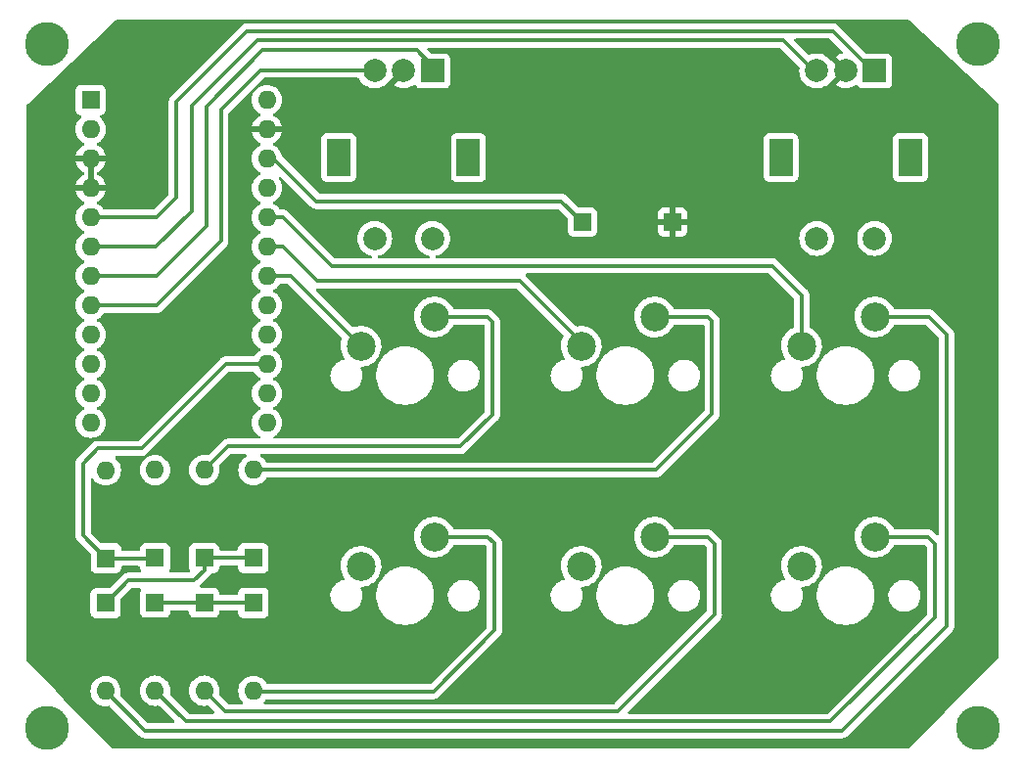
<source format=gbr>
%TF.GenerationSoftware,KiCad,Pcbnew,6.0.11-2627ca5db0~126~ubuntu22.04.1*%
%TF.CreationDate,2023-02-27T14:07:39+07:00*%
%TF.ProjectId,macro,6d616372-6f2e-46b6-9963-61645f706362,rev?*%
%TF.SameCoordinates,Original*%
%TF.FileFunction,Copper,L2,Bot*%
%TF.FilePolarity,Positive*%
%FSLAX46Y46*%
G04 Gerber Fmt 4.6, Leading zero omitted, Abs format (unit mm)*
G04 Created by KiCad (PCBNEW 6.0.11-2627ca5db0~126~ubuntu22.04.1) date 2023-02-27 14:07:39*
%MOMM*%
%LPD*%
G01*
G04 APERTURE LIST*
%TA.AperFunction,ComponentPad*%
%ADD10C,2.500000*%
%TD*%
%TA.AperFunction,ComponentPad*%
%ADD11R,1.600000X1.600000*%
%TD*%
%TA.AperFunction,ComponentPad*%
%ADD12O,1.600000X1.600000*%
%TD*%
%TA.AperFunction,ComponentPad*%
%ADD13R,2.000000X2.000000*%
%TD*%
%TA.AperFunction,ComponentPad*%
%ADD14C,2.000000*%
%TD*%
%TA.AperFunction,ComponentPad*%
%ADD15R,2.000000X3.200000*%
%TD*%
%TA.AperFunction,ComponentPad*%
%ADD16C,3.800000*%
%TD*%
%TA.AperFunction,SMDPad,CuDef*%
%ADD17R,1.500000X1.500000*%
%TD*%
%TA.AperFunction,Conductor*%
%ADD18C,0.300000*%
%TD*%
G04 APERTURE END LIST*
D10*
%TO.P,K6,1*%
%TO.N,col2*%
X119165000Y-130885000D03*
%TO.P,K6,2*%
%TO.N,Net-(D6-Pad2)*%
X125515000Y-128345000D03*
%TD*%
D11*
%TO.P,D1,1,K*%
%TO.N,row1*%
X67500000Y-130160000D03*
D12*
%TO.P,D1,2,A*%
%TO.N,Net-(D1-Pad2)*%
X67500000Y-122540000D03*
%TD*%
D11*
%TO.P,U1,1,TX*%
%TO.N,unconnected-(U1-Pad1)*%
X57680000Y-90520000D03*
D12*
%TO.P,U1,2,RX*%
%TO.N,unconnected-(U1-Pad2)*%
X57680000Y-93060000D03*
%TO.P,U1,3,GND*%
%TO.N,GND*%
X57680000Y-95600000D03*
%TO.P,U1,4,GND*%
X57680000Y-98140000D03*
%TO.P,U1,5,SDA*%
%TO.N,ENC2A*%
X57680000Y-100680000D03*
%TO.P,U1,6,SCL*%
%TO.N,ENC2B*%
X57680000Y-103220000D03*
%TO.P,U1,7,D4*%
%TO.N,ENC1A*%
X57680000Y-105760000D03*
%TO.P,U1,8,C6*%
%TO.N,ENC1B*%
X57680000Y-108300000D03*
%TO.P,U1,9,D7*%
%TO.N,unconnected-(U1-Pad9)*%
X57680000Y-110840000D03*
%TO.P,U1,10,E6*%
%TO.N,unconnected-(U1-Pad10)*%
X57680000Y-113380000D03*
%TO.P,U1,11,B4*%
%TO.N,unconnected-(U1-Pad11)*%
X57680000Y-115920000D03*
%TO.P,U1,12,B5*%
%TO.N,unconnected-(U1-Pad12)*%
X57680000Y-118460000D03*
%TO.P,U1,13,B6*%
%TO.N,unconnected-(U1-Pad13)*%
X72920000Y-118460000D03*
%TO.P,U1,14,B2*%
%TO.N,unconnected-(U1-Pad14)*%
X72920000Y-115920000D03*
%TO.P,U1,15,B3*%
%TO.N,row0*%
X72920000Y-113380000D03*
%TO.P,U1,16,B1*%
%TO.N,row1*%
X72920000Y-110840000D03*
%TO.P,U1,17,F7*%
%TO.N,row2*%
X72920000Y-108300000D03*
%TO.P,U1,18,F6*%
%TO.N,col0*%
X72920000Y-105760000D03*
%TO.P,U1,19,F5*%
%TO.N,col1*%
X72920000Y-103220000D03*
%TO.P,U1,20,F4*%
%TO.N,col2*%
X72920000Y-100680000D03*
%TO.P,U1,21,VCC*%
%TO.N,unconnected-(U1-Pad21)*%
X72920000Y-98140000D03*
%TO.P,U1,22,RST*%
%TO.N,Net-(U1-Pad22)*%
X72920000Y-95600000D03*
%TO.P,U1,23,GND*%
%TO.N,GND*%
X72920000Y-93060000D03*
%TO.P,U1,24,RAW*%
%TO.N,unconnected-(U1-Pad24)*%
X72920000Y-90520000D03*
%TD*%
D11*
%TO.P,D5,1,K*%
%TO.N,row2*%
X67500000Y-134025000D03*
D12*
%TO.P,D5,2,A*%
%TO.N,Net-(D5-Pad2)*%
X67500000Y-141645000D03*
%TD*%
D13*
%TO.P,RE2,A,A*%
%TO.N,ENC2A*%
X125480000Y-88000000D03*
D14*
%TO.P,RE2,B,B*%
%TO.N,ENC2B*%
X120480000Y-88000000D03*
%TO.P,RE2,C,C*%
%TO.N,GND*%
X122980000Y-88000000D03*
D15*
%TO.P,RE2,MP*%
%TO.N,N/C*%
X128580000Y-95500000D03*
X117380000Y-95500000D03*
D14*
%TO.P,RE2,S1,S1*%
%TO.N,col2*%
X120480000Y-102500000D03*
%TO.P,RE2,S2,S2*%
%TO.N,Net-(D_re2-Pad2)*%
X125480000Y-102500000D03*
%TD*%
D10*
%TO.P,K1,1*%
%TO.N,col0*%
X81065000Y-111835000D03*
%TO.P,K1,2*%
%TO.N,Net-(D1-Pad2)*%
X87415000Y-109295000D03*
%TD*%
%TO.P,K2,1*%
%TO.N,col1*%
X100115000Y-111835000D03*
%TO.P,K2,2*%
%TO.N,Net-(D2-Pad2)*%
X106465000Y-109295000D03*
%TD*%
%TO.P,K3,1*%
%TO.N,col2*%
X119165000Y-111835000D03*
%TO.P,K3,2*%
%TO.N,Net-(D3-Pad2)*%
X125515000Y-109295000D03*
%TD*%
D11*
%TO.P,D3,1,K*%
%TO.N,row1*%
X58975000Y-134050000D03*
D12*
%TO.P,D3,2,A*%
%TO.N,Net-(D3-Pad2)*%
X58975000Y-141670000D03*
%TD*%
D10*
%TO.P,K5,1*%
%TO.N,col1*%
X100115000Y-130885000D03*
%TO.P,K5,2*%
%TO.N,Net-(D5-Pad2)*%
X106465000Y-128345000D03*
%TD*%
D11*
%TO.P,D_re1,1,K*%
%TO.N,row0*%
X63250000Y-130170000D03*
D12*
%TO.P,D_re1,2,A*%
%TO.N,Net-(D_re1-Pad2)*%
X63250000Y-122550000D03*
%TD*%
D11*
%TO.P,D_re2,1,K*%
%TO.N,row0*%
X59000000Y-130185000D03*
D12*
%TO.P,D_re2,2,A*%
%TO.N,Net-(D_re2-Pad2)*%
X59000000Y-122565000D03*
%TD*%
D16*
%TO.P,,1*%
%TO.N,N/C*%
X134400000Y-85650000D03*
%TD*%
%TO.P,REF\u002A\u002A,1*%
%TO.N,N/C*%
X53925000Y-144850000D03*
%TD*%
%TO.P,REF\u002A\u002A,1*%
%TO.N,N/C*%
X53925000Y-85650000D03*
%TD*%
D11*
%TO.P,D4,1,K*%
%TO.N,row2*%
X71750000Y-134040000D03*
D12*
%TO.P,D4,2,A*%
%TO.N,Net-(D4-Pad2)*%
X71750000Y-141660000D03*
%TD*%
D11*
%TO.P,D6,1,K*%
%TO.N,row2*%
X63250000Y-134025000D03*
D12*
%TO.P,D6,2,A*%
%TO.N,Net-(D6-Pad2)*%
X63250000Y-141645000D03*
%TD*%
D10*
%TO.P,K4,1*%
%TO.N,col0*%
X81065000Y-130885000D03*
%TO.P,K4,2*%
%TO.N,Net-(D4-Pad2)*%
X87415000Y-128345000D03*
%TD*%
D11*
%TO.P,D2,1,K*%
%TO.N,row1*%
X71750000Y-130160000D03*
D12*
%TO.P,D2,2,A*%
%TO.N,Net-(D2-Pad2)*%
X71750000Y-122540000D03*
%TD*%
D16*
%TO.P,REF\u002A\u002A,1*%
%TO.N,N/C*%
X134400000Y-144850000D03*
%TD*%
D13*
%TO.P,RE1,A,A*%
%TO.N,ENC1A*%
X87250000Y-88000000D03*
D14*
%TO.P,RE1,B,B*%
%TO.N,ENC1B*%
X82250000Y-88000000D03*
%TO.P,RE1,C,C*%
%TO.N,GND*%
X84750000Y-88000000D03*
D15*
%TO.P,RE1,MP*%
%TO.N,N/C*%
X79150000Y-95500000D03*
X90350000Y-95500000D03*
D14*
%TO.P,RE1,S1,S1*%
%TO.N,col0*%
X82250000Y-102500000D03*
%TO.P,RE1,S2,S2*%
%TO.N,Net-(D_re1-Pad2)*%
X87250000Y-102500000D03*
%TD*%
D17*
%TO.P,SW1,1,1*%
%TO.N,Net-(U1-Pad22)*%
X100200000Y-101100000D03*
%TO.P,SW1,2,2*%
%TO.N,GND*%
X108000000Y-101100000D03*
%TD*%
D18*
%TO.N,row1*%
X67570000Y-130160000D02*
X71750000Y-130160000D01*
X66630000Y-132100000D02*
X67500000Y-131230000D01*
X60925000Y-132100000D02*
X66630000Y-132100000D01*
X67535000Y-130125000D02*
X67570000Y-130160000D01*
X59200000Y-133825000D02*
X60925000Y-132100000D01*
X67500000Y-131230000D02*
X67500000Y-130160000D01*
%TO.N,Net-(D1-Pad2)*%
X69540000Y-120500000D02*
X89675000Y-120500000D01*
X92425000Y-109725000D02*
X91995000Y-109295000D01*
X92425000Y-117750000D02*
X92425000Y-109725000D01*
X67500000Y-122540000D02*
X69540000Y-120500000D01*
X91995000Y-109295000D02*
X87415000Y-109295000D01*
X89675000Y-120500000D02*
X92425000Y-117750000D01*
%TO.N,Net-(D3-Pad2)*%
X58975000Y-141670000D02*
X62405000Y-145100000D01*
X122650000Y-145100000D02*
X131720000Y-136030000D01*
X131720000Y-136030000D02*
X131720000Y-110830000D01*
X131720000Y-110830000D02*
X130185000Y-109295000D01*
X130185000Y-109295000D02*
X125515000Y-109295000D01*
X62405000Y-145100000D02*
X122650000Y-145100000D01*
%TO.N,row2*%
X72145000Y-134025000D02*
X63250000Y-134025000D01*
%TO.N,Net-(D4-Pad2)*%
X87315000Y-141710000D02*
X92600000Y-136425000D01*
X92045000Y-128345000D02*
X87415000Y-128345000D01*
X71800000Y-141710000D02*
X87315000Y-141710000D01*
X92600000Y-136425000D02*
X92600000Y-128900000D01*
X92600000Y-128900000D02*
X92045000Y-128345000D01*
%TO.N,Net-(D5-Pad2)*%
X69305000Y-143450000D02*
X103225000Y-143450000D01*
X111620000Y-135055000D02*
X111620000Y-128920000D01*
X103225000Y-143450000D02*
X111620000Y-135055000D01*
X111045000Y-128345000D02*
X106465000Y-128345000D01*
X111620000Y-128920000D02*
X111045000Y-128345000D01*
X67500000Y-141645000D02*
X69305000Y-143450000D01*
%TO.N,Net-(D6-Pad2)*%
X130700000Y-135275000D02*
X130700000Y-128960000D01*
X130700000Y-128960000D02*
X130085000Y-128345000D01*
X130085000Y-128345000D02*
X125515000Y-128345000D01*
X65905000Y-144300000D02*
X121675000Y-144300000D01*
X121675000Y-144300000D02*
X130700000Y-135275000D01*
X63250000Y-141645000D02*
X65905000Y-144300000D01*
%TO.N,row0*%
X57025000Y-121975000D02*
X57025000Y-128210000D01*
X57025000Y-128210000D02*
X59000000Y-130185000D01*
X59000000Y-130185000D02*
X63500000Y-130185000D01*
X72920000Y-113380000D02*
X69370000Y-113380000D01*
X62075000Y-120675000D02*
X58325000Y-120675000D01*
X69370000Y-113380000D02*
X62075000Y-120675000D01*
X58325000Y-120675000D02*
X57025000Y-121975000D01*
%TO.N,col0*%
X74990000Y-105760000D02*
X81065000Y-111835000D01*
X72920000Y-105760000D02*
X74990000Y-105760000D01*
%TO.N,col1*%
X100115000Y-111490000D02*
X100115000Y-111835000D01*
X72920000Y-103220000D02*
X74345000Y-103220000D01*
X74345000Y-103220000D02*
X77275000Y-106150000D01*
X94775000Y-106150000D02*
X100115000Y-111490000D01*
X77275000Y-106150000D02*
X94775000Y-106150000D01*
%TO.N,col2*%
X74325000Y-100675000D02*
X78525000Y-104875000D01*
X119165000Y-107415000D02*
X119165000Y-111835000D01*
X72925000Y-100675000D02*
X74325000Y-100675000D01*
X78525000Y-104875000D02*
X116625000Y-104875000D01*
X116625000Y-104875000D02*
X119165000Y-107415000D01*
%TO.N,ENC1A*%
X85890000Y-86230000D02*
X87250000Y-87590000D01*
X67700000Y-101400000D02*
X67700000Y-91075000D01*
X63350000Y-105750000D02*
X67700000Y-101400000D01*
X67700000Y-91075000D02*
X72545000Y-86230000D01*
X87250000Y-87590000D02*
X87250000Y-88680000D01*
X57690000Y-105750000D02*
X63350000Y-105750000D01*
X72545000Y-86230000D02*
X85890000Y-86230000D01*
X57680000Y-105760000D02*
X57690000Y-105750000D01*
%TO.N,ENC1B*%
X68950000Y-91350000D02*
X72370000Y-87930000D01*
X57705000Y-108325000D02*
X63350000Y-108325000D01*
X57680000Y-108300000D02*
X57705000Y-108325000D01*
X72370000Y-87930000D02*
X81900000Y-87930000D01*
X63350000Y-108325000D02*
X68950000Y-102725000D01*
X68950000Y-102725000D02*
X68950000Y-91350000D01*
%TO.N,ENC2A*%
X71210000Y-84540000D02*
X121853453Y-84540000D01*
X121853453Y-84540000D02*
X125480000Y-88166547D01*
X57685000Y-100675000D02*
X63375000Y-100675000D01*
X63375000Y-100675000D02*
X65100000Y-98950000D01*
X125480000Y-88166547D02*
X125480000Y-88252412D01*
X65100000Y-90650000D02*
X71210000Y-84540000D01*
X65100000Y-98950000D02*
X65100000Y-90650000D01*
%TO.N,ENC2B*%
X66400000Y-91050000D02*
X72110000Y-85340000D01*
X66400000Y-100125000D02*
X66400000Y-91050000D01*
X117567588Y-85340000D02*
X120480000Y-88252412D01*
X72110000Y-85340000D02*
X117567588Y-85340000D01*
X63300000Y-103225000D02*
X66400000Y-100125000D01*
X57685000Y-103225000D02*
X63300000Y-103225000D01*
%TO.N,Net-(U1-Pad22)*%
X98390000Y-99290000D02*
X100200000Y-101100000D01*
X77190000Y-99290000D02*
X98390000Y-99290000D01*
X73500000Y-95600000D02*
X77190000Y-99290000D01*
X72920000Y-95600000D02*
X73500000Y-95600000D01*
%TO.N,Net-(D2-Pad2)*%
X111425000Y-117675000D02*
X111425000Y-109675000D01*
X111045000Y-109295000D02*
X106465000Y-109295000D01*
X106550000Y-122550000D02*
X111425000Y-117675000D01*
X111425000Y-109675000D02*
X111045000Y-109295000D01*
X72510000Y-122550000D02*
X106550000Y-122550000D01*
%TD*%
%TA.AperFunction,Conductor*%
%TO.N,GND*%
G36*
X128518341Y-83620002D02*
G01*
X128536337Y-83634022D01*
X132166028Y-87032432D01*
X136069306Y-90686996D01*
X136150117Y-90762658D01*
X136186173Y-90823818D01*
X136190000Y-90854636D01*
X136190000Y-138758285D01*
X136169998Y-138826406D01*
X136153669Y-138846803D01*
X131562606Y-143497568D01*
X129330637Y-145758562D01*
X128537001Y-146562518D01*
X128474910Y-146596945D01*
X128447332Y-146600000D01*
X59553178Y-146600000D01*
X59485057Y-146579998D01*
X59462903Y-146561900D01*
X55381841Y-142370539D01*
X54699737Y-141670000D01*
X57661502Y-141670000D01*
X57681457Y-141898087D01*
X57682881Y-141903400D01*
X57682881Y-141903402D01*
X57736614Y-142103933D01*
X57740716Y-142119243D01*
X57743039Y-142124224D01*
X57743039Y-142124225D01*
X57835151Y-142321762D01*
X57835154Y-142321767D01*
X57837477Y-142326749D01*
X57866755Y-142368562D01*
X57964529Y-142508197D01*
X57968802Y-142514300D01*
X58130700Y-142676198D01*
X58135208Y-142679355D01*
X58135211Y-142679357D01*
X58213389Y-142734098D01*
X58318251Y-142807523D01*
X58323233Y-142809846D01*
X58323238Y-142809849D01*
X58520775Y-142901961D01*
X58525757Y-142904284D01*
X58531065Y-142905706D01*
X58531067Y-142905707D01*
X58741598Y-142962119D01*
X58741600Y-142962119D01*
X58746913Y-142963543D01*
X58975000Y-142983498D01*
X59203087Y-142963543D01*
X59210766Y-142961485D01*
X59238659Y-142954012D01*
X59309635Y-142955702D01*
X59360364Y-142986624D01*
X61881345Y-145507605D01*
X61889335Y-145516385D01*
X61893584Y-145523080D01*
X61899362Y-145528506D01*
X61899363Y-145528507D01*
X61945257Y-145571604D01*
X61948099Y-145574359D01*
X61968667Y-145594927D01*
X61972170Y-145597644D01*
X61981195Y-145605352D01*
X62014867Y-145636972D01*
X62021818Y-145640793D01*
X62021819Y-145640794D01*
X62033658Y-145647303D01*
X62050182Y-145658157D01*
X62060271Y-145665982D01*
X62067132Y-145671304D01*
X62074404Y-145674451D01*
X62074406Y-145674452D01*
X62109535Y-145689654D01*
X62120195Y-145694876D01*
X62150168Y-145711354D01*
X62160663Y-145717124D01*
X62181441Y-145722459D01*
X62200131Y-145728858D01*
X62219824Y-145737380D01*
X62227647Y-145738619D01*
X62227650Y-145738620D01*
X62265457Y-145744608D01*
X62277079Y-145747015D01*
X62314133Y-145756529D01*
X62314137Y-145756530D01*
X62321812Y-145758500D01*
X62343253Y-145758500D01*
X62362962Y-145760051D01*
X62384152Y-145763407D01*
X62392044Y-145762661D01*
X62430148Y-145759059D01*
X62442006Y-145758500D01*
X122567944Y-145758500D01*
X122579800Y-145759059D01*
X122579803Y-145759059D01*
X122587537Y-145760788D01*
X122658369Y-145758562D01*
X122662327Y-145758500D01*
X122691432Y-145758500D01*
X122695832Y-145757944D01*
X122707664Y-145757012D01*
X122753831Y-145755562D01*
X122774421Y-145749580D01*
X122793782Y-145745570D01*
X122800770Y-145744688D01*
X122807204Y-145743875D01*
X122807205Y-145743875D01*
X122815064Y-145742882D01*
X122822429Y-145739966D01*
X122822433Y-145739965D01*
X122858021Y-145725874D01*
X122869231Y-145722035D01*
X122913600Y-145709145D01*
X122932065Y-145698225D01*
X122949805Y-145689534D01*
X122969756Y-145681635D01*
X123007129Y-145654482D01*
X123017048Y-145647967D01*
X123049977Y-145628493D01*
X123049981Y-145628490D01*
X123056807Y-145624453D01*
X123071971Y-145609289D01*
X123087005Y-145596448D01*
X123104357Y-145583841D01*
X123133803Y-145548247D01*
X123141792Y-145539468D01*
X132127605Y-136553655D01*
X132136385Y-136545665D01*
X132136387Y-136545663D01*
X132143080Y-136541416D01*
X132191605Y-136489742D01*
X132194359Y-136486901D01*
X132214927Y-136466333D01*
X132217647Y-136462826D01*
X132225353Y-136453804D01*
X132251544Y-136425913D01*
X132256972Y-136420133D01*
X132260794Y-136413181D01*
X132267303Y-136401342D01*
X132278157Y-136384818D01*
X132286445Y-136374132D01*
X132291304Y-136367868D01*
X132294452Y-136360594D01*
X132309654Y-136325465D01*
X132314876Y-136314805D01*
X132333305Y-136281284D01*
X132333306Y-136281282D01*
X132337124Y-136274337D01*
X132342459Y-136253559D01*
X132348858Y-136234869D01*
X132357380Y-136215176D01*
X132364606Y-136169552D01*
X132367013Y-136157929D01*
X132376528Y-136120868D01*
X132378500Y-136113188D01*
X132378500Y-136091741D01*
X132380051Y-136072031D01*
X132382166Y-136058677D01*
X132383406Y-136050848D01*
X132379059Y-136004859D01*
X132378500Y-135993004D01*
X132378500Y-110912059D01*
X132379059Y-110900203D01*
X132380789Y-110892463D01*
X132379305Y-110845234D01*
X132378562Y-110821611D01*
X132378500Y-110817653D01*
X132378500Y-110788568D01*
X132377946Y-110784179D01*
X132377013Y-110772337D01*
X132375811Y-110734094D01*
X132375562Y-110726169D01*
X132369580Y-110705579D01*
X132365570Y-110686216D01*
X132363875Y-110672796D01*
X132363875Y-110672795D01*
X132362882Y-110664936D01*
X132359966Y-110657571D01*
X132359965Y-110657567D01*
X132345874Y-110621979D01*
X132342035Y-110610769D01*
X132329145Y-110566400D01*
X132318225Y-110547935D01*
X132309534Y-110530195D01*
X132301635Y-110510244D01*
X132274482Y-110472871D01*
X132267967Y-110462952D01*
X132248493Y-110430023D01*
X132248490Y-110430019D01*
X132244453Y-110423193D01*
X132229289Y-110408029D01*
X132216448Y-110392995D01*
X132208501Y-110382057D01*
X132203841Y-110375643D01*
X132168247Y-110346197D01*
X132159468Y-110338208D01*
X130708655Y-108887395D01*
X130700665Y-108878615D01*
X130700663Y-108878613D01*
X130696416Y-108871920D01*
X130644742Y-108823395D01*
X130641901Y-108820641D01*
X130621333Y-108800073D01*
X130617826Y-108797353D01*
X130608804Y-108789647D01*
X130580913Y-108763456D01*
X130575133Y-108758028D01*
X130568181Y-108754206D01*
X130556342Y-108747697D01*
X130539818Y-108736843D01*
X130529132Y-108728555D01*
X130522868Y-108723696D01*
X130515596Y-108720549D01*
X130515594Y-108720548D01*
X130480465Y-108705346D01*
X130469805Y-108700124D01*
X130436284Y-108681695D01*
X130436282Y-108681694D01*
X130429337Y-108677876D01*
X130408559Y-108672541D01*
X130389869Y-108666142D01*
X130370176Y-108657620D01*
X130324552Y-108650394D01*
X130312929Y-108647987D01*
X130284928Y-108640798D01*
X130268188Y-108636500D01*
X130246741Y-108636500D01*
X130227031Y-108634949D01*
X130213677Y-108632834D01*
X130205848Y-108631594D01*
X130159859Y-108635941D01*
X130148004Y-108636500D01*
X127231991Y-108636500D01*
X127163870Y-108616498D01*
X127117377Y-108562842D01*
X127114564Y-108556181D01*
X127106647Y-108535823D01*
X127099094Y-108522607D01*
X126979270Y-108312960D01*
X126976951Y-108308902D01*
X126815138Y-108103643D01*
X126624763Y-107924557D01*
X126410009Y-107775576D01*
X126405816Y-107773508D01*
X126179781Y-107662040D01*
X126179778Y-107662039D01*
X126175593Y-107659975D01*
X126138927Y-107648238D01*
X125931123Y-107581720D01*
X125926665Y-107580293D01*
X125668693Y-107538279D01*
X125554942Y-107536790D01*
X125412022Y-107534919D01*
X125412019Y-107534919D01*
X125407345Y-107534858D01*
X125148362Y-107570104D01*
X124897433Y-107643243D01*
X124893180Y-107645203D01*
X124893179Y-107645204D01*
X124856659Y-107662040D01*
X124660072Y-107752668D01*
X124621067Y-107778241D01*
X124445404Y-107893410D01*
X124445399Y-107893414D01*
X124441491Y-107895976D01*
X124246494Y-108070018D01*
X124079363Y-108270970D01*
X123943771Y-108494419D01*
X123842697Y-108735455D01*
X123778359Y-108988783D01*
X123752173Y-109248839D01*
X123752397Y-109253505D01*
X123752397Y-109253511D01*
X123754439Y-109296015D01*
X123764713Y-109509908D01*
X123815704Y-109766256D01*
X123904026Y-110012252D01*
X123906242Y-110016376D01*
X124013354Y-110215722D01*
X124027737Y-110242491D01*
X124030532Y-110246234D01*
X124030534Y-110246237D01*
X124181330Y-110448177D01*
X124181335Y-110448183D01*
X124184122Y-110451915D01*
X124187431Y-110455195D01*
X124187436Y-110455201D01*
X124355677Y-110621979D01*
X124369743Y-110635923D01*
X124373505Y-110638681D01*
X124373508Y-110638684D01*
X124576750Y-110787707D01*
X124580524Y-110790474D01*
X124584667Y-110792654D01*
X124584669Y-110792655D01*
X124807684Y-110909989D01*
X124807689Y-110909991D01*
X124811834Y-110912172D01*
X125058590Y-110998344D01*
X125063183Y-110999216D01*
X125310785Y-111046224D01*
X125310788Y-111046224D01*
X125315374Y-111047095D01*
X125445958Y-111052226D01*
X125571875Y-111057174D01*
X125571881Y-111057174D01*
X125576543Y-111057357D01*
X125655977Y-111048657D01*
X125831707Y-111029412D01*
X125831712Y-111029411D01*
X125836360Y-111028902D01*
X125840884Y-111027711D01*
X126084594Y-110963548D01*
X126084596Y-110963547D01*
X126089117Y-110962357D01*
X126329262Y-110859182D01*
X126345875Y-110848902D01*
X126547547Y-110724104D01*
X126547548Y-110724104D01*
X126551519Y-110721646D01*
X126555082Y-110718629D01*
X126555087Y-110718626D01*
X126747439Y-110555787D01*
X126747440Y-110555786D01*
X126751005Y-110552768D01*
X126825287Y-110468066D01*
X126920257Y-110359774D01*
X126920261Y-110359769D01*
X126923339Y-110356259D01*
X126929811Y-110346198D01*
X127031400Y-110188259D01*
X127064733Y-110136437D01*
X127072006Y-110120293D01*
X127113693Y-110027750D01*
X127159908Y-109973855D01*
X127228575Y-109953500D01*
X129860050Y-109953500D01*
X129928171Y-109973502D01*
X129949145Y-109990405D01*
X131024595Y-111065855D01*
X131058621Y-111128167D01*
X131061500Y-111154950D01*
X131061500Y-128086050D01*
X131041498Y-128154171D01*
X130987842Y-128200664D01*
X130917568Y-128210768D01*
X130852988Y-128181274D01*
X130846404Y-128175145D01*
X130826719Y-128155459D01*
X130608651Y-127937391D01*
X130600663Y-127928612D01*
X130596416Y-127921920D01*
X130544741Y-127873394D01*
X130541900Y-127870640D01*
X130521333Y-127850073D01*
X130517826Y-127847353D01*
X130508804Y-127839647D01*
X130480913Y-127813456D01*
X130475133Y-127808028D01*
X130468181Y-127804206D01*
X130456342Y-127797697D01*
X130439818Y-127786843D01*
X130429132Y-127778555D01*
X130422868Y-127773696D01*
X130415596Y-127770549D01*
X130415594Y-127770548D01*
X130380465Y-127755346D01*
X130369805Y-127750124D01*
X130336284Y-127731695D01*
X130336282Y-127731694D01*
X130329337Y-127727876D01*
X130308559Y-127722541D01*
X130289869Y-127716142D01*
X130270176Y-127707620D01*
X130224552Y-127700394D01*
X130212929Y-127697987D01*
X130184928Y-127690798D01*
X130168188Y-127686500D01*
X130146741Y-127686500D01*
X130127031Y-127684949D01*
X130113677Y-127682834D01*
X130105848Y-127681594D01*
X130059859Y-127685941D01*
X130048004Y-127686500D01*
X127231991Y-127686500D01*
X127163870Y-127666498D01*
X127117377Y-127612842D01*
X127114564Y-127606181D01*
X127106647Y-127585823D01*
X126976951Y-127358902D01*
X126815138Y-127153643D01*
X126624763Y-126974557D01*
X126410009Y-126825576D01*
X126405816Y-126823508D01*
X126179781Y-126712040D01*
X126179778Y-126712039D01*
X126175593Y-126709975D01*
X126129449Y-126695204D01*
X125931123Y-126631720D01*
X125926665Y-126630293D01*
X125668693Y-126588279D01*
X125554942Y-126586790D01*
X125412022Y-126584919D01*
X125412019Y-126584919D01*
X125407345Y-126584858D01*
X125148362Y-126620104D01*
X124897433Y-126693243D01*
X124893180Y-126695203D01*
X124893179Y-126695204D01*
X124856659Y-126712040D01*
X124660072Y-126802668D01*
X124621067Y-126828241D01*
X124445404Y-126943410D01*
X124445399Y-126943414D01*
X124441491Y-126945976D01*
X124246494Y-127120018D01*
X124079363Y-127320970D01*
X123943771Y-127544419D01*
X123842697Y-127785455D01*
X123778359Y-128038783D01*
X123777891Y-128043434D01*
X123777890Y-128043438D01*
X123769381Y-128127944D01*
X123752173Y-128298839D01*
X123752397Y-128303505D01*
X123752397Y-128303511D01*
X123754812Y-128353784D01*
X123764713Y-128559908D01*
X123815704Y-128816256D01*
X123904026Y-129062252D01*
X123906242Y-129066376D01*
X124009294Y-129258166D01*
X124027737Y-129292491D01*
X124030532Y-129296234D01*
X124030534Y-129296237D01*
X124181330Y-129498177D01*
X124181335Y-129498183D01*
X124184122Y-129501915D01*
X124187431Y-129505195D01*
X124187436Y-129505201D01*
X124343611Y-129660018D01*
X124369743Y-129685923D01*
X124373505Y-129688681D01*
X124373508Y-129688684D01*
X124576750Y-129837707D01*
X124580524Y-129840474D01*
X124584667Y-129842654D01*
X124584669Y-129842655D01*
X124807684Y-129959989D01*
X124807689Y-129959991D01*
X124811834Y-129962172D01*
X125058590Y-130048344D01*
X125063183Y-130049216D01*
X125310785Y-130096224D01*
X125310788Y-130096224D01*
X125315374Y-130097095D01*
X125445958Y-130102226D01*
X125571875Y-130107174D01*
X125571881Y-130107174D01*
X125576543Y-130107357D01*
X125655977Y-130098657D01*
X125831707Y-130079412D01*
X125831712Y-130079411D01*
X125836360Y-130078902D01*
X125949116Y-130049216D01*
X126084594Y-130013548D01*
X126084596Y-130013547D01*
X126089117Y-130012357D01*
X126329262Y-129909182D01*
X126345875Y-129898902D01*
X126547547Y-129774104D01*
X126547548Y-129774104D01*
X126551519Y-129771646D01*
X126555082Y-129768629D01*
X126555087Y-129768626D01*
X126747439Y-129605787D01*
X126747440Y-129605786D01*
X126751005Y-129602768D01*
X126771736Y-129579128D01*
X126920257Y-129409774D01*
X126920261Y-129409769D01*
X126923339Y-129406259D01*
X126927044Y-129400500D01*
X127062205Y-129190367D01*
X127064733Y-129186437D01*
X127072006Y-129170293D01*
X127113693Y-129077750D01*
X127159908Y-129023855D01*
X127228575Y-129003500D01*
X129760049Y-129003500D01*
X129828170Y-129023502D01*
X129849144Y-129040404D01*
X130004595Y-129195854D01*
X130038620Y-129258166D01*
X130041500Y-129284950D01*
X130041500Y-134950051D01*
X130021498Y-135018172D01*
X130004595Y-135039146D01*
X121439145Y-143604595D01*
X121376833Y-143638621D01*
X121350050Y-143641500D01*
X104268950Y-143641500D01*
X104200829Y-143621498D01*
X104154336Y-143567842D01*
X104144232Y-143497568D01*
X104173726Y-143432988D01*
X104179855Y-143426405D01*
X112027605Y-135578655D01*
X112036385Y-135570665D01*
X112036387Y-135570663D01*
X112043080Y-135566416D01*
X112091605Y-135514742D01*
X112094359Y-135511901D01*
X112114927Y-135491333D01*
X112117647Y-135487826D01*
X112125353Y-135478804D01*
X112142487Y-135460558D01*
X112156972Y-135445133D01*
X112160794Y-135438181D01*
X112167303Y-135426342D01*
X112178157Y-135409818D01*
X112186445Y-135399132D01*
X112191304Y-135392868D01*
X112194452Y-135385594D01*
X112209654Y-135350465D01*
X112214876Y-135339805D01*
X112233305Y-135306284D01*
X112233306Y-135306282D01*
X112237124Y-135299337D01*
X112242459Y-135278559D01*
X112248858Y-135259869D01*
X112257380Y-135240176D01*
X112264606Y-135194552D01*
X112267013Y-135182929D01*
X112276528Y-135145868D01*
X112278500Y-135138188D01*
X112278500Y-135116741D01*
X112280051Y-135097031D01*
X112282166Y-135083677D01*
X112283406Y-135075848D01*
X112279059Y-135029859D01*
X112278500Y-135018004D01*
X112278500Y-133359593D01*
X116508039Y-133359593D01*
X116516848Y-133594216D01*
X116517943Y-133599434D01*
X116542794Y-133717871D01*
X116565062Y-133824001D01*
X116651302Y-134042377D01*
X116773104Y-134243100D01*
X116926985Y-134420432D01*
X116931117Y-134423820D01*
X117104416Y-134565917D01*
X117104422Y-134565921D01*
X117108544Y-134569301D01*
X117113180Y-134571940D01*
X117113183Y-134571942D01*
X117224408Y-134635255D01*
X117312590Y-134685451D01*
X117533289Y-134765561D01*
X117538538Y-134766510D01*
X117538541Y-134766511D01*
X117585382Y-134774981D01*
X117764330Y-134807340D01*
X117768469Y-134807535D01*
X117768476Y-134807536D01*
X117787440Y-134808430D01*
X117787449Y-134808430D01*
X117788929Y-134808500D01*
X117953950Y-134808500D01*
X118035299Y-134801597D01*
X118123637Y-134794102D01*
X118123641Y-134794101D01*
X118128948Y-134793651D01*
X118134103Y-134792313D01*
X118134109Y-134792312D01*
X118311823Y-134746186D01*
X118356206Y-134734667D01*
X118361072Y-134732475D01*
X118361075Y-134732474D01*
X118565417Y-134640424D01*
X118565420Y-134640423D01*
X118570278Y-134638234D01*
X118765041Y-134507112D01*
X118781402Y-134491505D01*
X118931070Y-134348728D01*
X118934927Y-134345049D01*
X119075078Y-134156679D01*
X119135719Y-134037408D01*
X119179069Y-133952144D01*
X119179069Y-133952143D01*
X119181487Y-133947388D01*
X119251111Y-133723160D01*
X119268202Y-133594216D01*
X119269712Y-133582821D01*
X120466500Y-133582821D01*
X120506060Y-133895975D01*
X120584557Y-134201702D01*
X120586010Y-134205371D01*
X120586010Y-134205372D01*
X120671159Y-134420432D01*
X120700753Y-134495179D01*
X120702659Y-134498647D01*
X120702660Y-134498648D01*
X120849398Y-134765561D01*
X120852816Y-134771779D01*
X121038346Y-135027140D01*
X121254418Y-135257233D01*
X121497625Y-135458432D01*
X121764131Y-135627562D01*
X121767710Y-135629246D01*
X121767717Y-135629250D01*
X122046144Y-135760267D01*
X122046148Y-135760269D01*
X122049734Y-135761956D01*
X122349928Y-135859495D01*
X122659980Y-135918641D01*
X122896162Y-135933500D01*
X123053838Y-135933500D01*
X123290020Y-135918641D01*
X123600072Y-135859495D01*
X123900266Y-135761956D01*
X123903852Y-135760269D01*
X123903856Y-135760267D01*
X124182283Y-135629250D01*
X124182290Y-135629246D01*
X124185869Y-135627562D01*
X124452375Y-135458432D01*
X124695582Y-135257233D01*
X124911654Y-135027140D01*
X125097184Y-134771779D01*
X125100603Y-134765561D01*
X125247340Y-134498648D01*
X125247341Y-134498647D01*
X125249247Y-134495179D01*
X125278842Y-134420432D01*
X125363990Y-134205372D01*
X125363990Y-134205371D01*
X125365443Y-134201702D01*
X125443940Y-133895975D01*
X125483500Y-133582821D01*
X125483500Y-133359593D01*
X126668039Y-133359593D01*
X126676848Y-133594216D01*
X126677943Y-133599434D01*
X126702794Y-133717871D01*
X126725062Y-133824001D01*
X126811302Y-134042377D01*
X126933104Y-134243100D01*
X127086985Y-134420432D01*
X127091117Y-134423820D01*
X127264416Y-134565917D01*
X127264422Y-134565921D01*
X127268544Y-134569301D01*
X127273180Y-134571940D01*
X127273183Y-134571942D01*
X127384408Y-134635255D01*
X127472590Y-134685451D01*
X127693289Y-134765561D01*
X127698538Y-134766510D01*
X127698541Y-134766511D01*
X127745382Y-134774981D01*
X127924330Y-134807340D01*
X127928469Y-134807535D01*
X127928476Y-134807536D01*
X127947440Y-134808430D01*
X127947449Y-134808430D01*
X127948929Y-134808500D01*
X128113950Y-134808500D01*
X128195299Y-134801597D01*
X128283637Y-134794102D01*
X128283641Y-134794101D01*
X128288948Y-134793651D01*
X128294103Y-134792313D01*
X128294109Y-134792312D01*
X128471823Y-134746186D01*
X128516206Y-134734667D01*
X128521072Y-134732475D01*
X128521075Y-134732474D01*
X128725417Y-134640424D01*
X128725420Y-134640423D01*
X128730278Y-134638234D01*
X128925041Y-134507112D01*
X128941402Y-134491505D01*
X129091070Y-134348728D01*
X129094927Y-134345049D01*
X129235078Y-134156679D01*
X129295719Y-134037408D01*
X129339069Y-133952144D01*
X129339069Y-133952143D01*
X129341487Y-133947388D01*
X129411111Y-133723160D01*
X129428202Y-133594216D01*
X129441261Y-133495690D01*
X129441261Y-133495687D01*
X129441961Y-133490407D01*
X129433152Y-133255784D01*
X129407239Y-133132285D01*
X129386035Y-133031226D01*
X129386034Y-133031223D01*
X129384938Y-133025999D01*
X129298698Y-132807623D01*
X129258797Y-132741869D01*
X129179664Y-132611461D01*
X129179662Y-132611458D01*
X129176896Y-132606900D01*
X129023015Y-132429568D01*
X129012938Y-132421306D01*
X128845584Y-132284083D01*
X128845578Y-132284079D01*
X128841456Y-132280699D01*
X128836820Y-132278060D01*
X128836817Y-132278058D01*
X128642053Y-132167192D01*
X128637410Y-132164549D01*
X128416711Y-132084439D01*
X128411462Y-132083490D01*
X128411459Y-132083489D01*
X128330385Y-132068829D01*
X128185670Y-132042660D01*
X128181531Y-132042465D01*
X128181524Y-132042464D01*
X128162560Y-132041570D01*
X128162551Y-132041570D01*
X128161071Y-132041500D01*
X127996050Y-132041500D01*
X127914701Y-132048403D01*
X127826363Y-132055898D01*
X127826359Y-132055899D01*
X127821052Y-132056349D01*
X127815897Y-132057687D01*
X127815891Y-132057688D01*
X127638177Y-132103814D01*
X127593794Y-132115333D01*
X127588928Y-132117525D01*
X127588925Y-132117526D01*
X127384583Y-132209576D01*
X127384580Y-132209577D01*
X127379722Y-132211766D01*
X127184959Y-132342888D01*
X127181102Y-132346567D01*
X127181100Y-132346569D01*
X127110845Y-132413590D01*
X127015073Y-132504951D01*
X126874922Y-132693321D01*
X126872506Y-132698072D01*
X126872504Y-132698076D01*
X126779319Y-132881358D01*
X126768513Y-132902612D01*
X126766931Y-132907707D01*
X126702664Y-133114684D01*
X126698889Y-133126840D01*
X126698188Y-133132129D01*
X126669775Y-133346498D01*
X126668039Y-133359593D01*
X125483500Y-133359593D01*
X125483500Y-133267179D01*
X125443940Y-132954025D01*
X125365443Y-132648298D01*
X125326726Y-132550511D01*
X125250702Y-132358495D01*
X125250700Y-132358490D01*
X125249247Y-132354821D01*
X125247340Y-132351352D01*
X125099093Y-132081693D01*
X125099091Y-132081690D01*
X125097184Y-132078221D01*
X124943096Y-131866136D01*
X124913982Y-131826064D01*
X124913981Y-131826062D01*
X124911654Y-131822860D01*
X124714752Y-131613181D01*
X124698297Y-131595658D01*
X124698296Y-131595657D01*
X124695582Y-131592767D01*
X124685974Y-131584818D01*
X124552170Y-131474126D01*
X124452375Y-131391568D01*
X124200832Y-131231934D01*
X124189216Y-131224562D01*
X124189215Y-131224562D01*
X124185869Y-131222438D01*
X124182290Y-131220754D01*
X124182283Y-131220750D01*
X123903856Y-131089733D01*
X123903852Y-131089731D01*
X123900266Y-131088044D01*
X123852304Y-131072460D01*
X123603848Y-130991732D01*
X123603850Y-130991732D01*
X123600072Y-130990505D01*
X123290020Y-130931359D01*
X123053838Y-130916500D01*
X122896162Y-130916500D01*
X122659980Y-130931359D01*
X122349928Y-130990505D01*
X122346150Y-130991732D01*
X122346152Y-130991732D01*
X122097697Y-131072460D01*
X122049734Y-131088044D01*
X122046148Y-131089731D01*
X122046144Y-131089733D01*
X121767717Y-131220750D01*
X121767710Y-131220754D01*
X121764131Y-131222438D01*
X121760785Y-131224562D01*
X121760784Y-131224562D01*
X121749168Y-131231934D01*
X121497625Y-131391568D01*
X121397830Y-131474126D01*
X121264027Y-131584818D01*
X121254418Y-131592767D01*
X121251704Y-131595657D01*
X121251703Y-131595658D01*
X121235248Y-131613181D01*
X121038346Y-131822860D01*
X121036019Y-131826062D01*
X121036018Y-131826064D01*
X121006904Y-131866136D01*
X120852816Y-132078221D01*
X120850909Y-132081690D01*
X120850907Y-132081693D01*
X120702660Y-132351352D01*
X120700753Y-132354821D01*
X120699300Y-132358490D01*
X120699298Y-132358495D01*
X120623274Y-132550511D01*
X120584557Y-132648298D01*
X120506060Y-132954025D01*
X120466500Y-133267179D01*
X120466500Y-133582821D01*
X119269712Y-133582821D01*
X119281261Y-133495690D01*
X119281261Y-133495687D01*
X119281961Y-133490407D01*
X119273152Y-133255784D01*
X119247239Y-133132285D01*
X119226035Y-133031226D01*
X119226034Y-133031223D01*
X119224938Y-133025999D01*
X119212023Y-132993295D01*
X119142315Y-132816781D01*
X119135897Y-132746075D01*
X119168725Y-132683124D01*
X119230375Y-132647914D01*
X119245789Y-132645249D01*
X119294577Y-132639906D01*
X119481707Y-132619412D01*
X119481712Y-132619411D01*
X119486360Y-132618902D01*
X119531947Y-132606900D01*
X119734594Y-132553548D01*
X119734596Y-132553547D01*
X119739117Y-132552357D01*
X119979262Y-132449182D01*
X120125812Y-132358495D01*
X120197547Y-132314104D01*
X120197548Y-132314104D01*
X120201519Y-132311646D01*
X120205082Y-132308629D01*
X120205087Y-132308626D01*
X120397439Y-132145787D01*
X120397440Y-132145786D01*
X120401005Y-132142768D01*
X120452991Y-132083489D01*
X120570257Y-131949774D01*
X120570261Y-131949769D01*
X120573339Y-131946259D01*
X120582070Y-131932686D01*
X120712205Y-131730367D01*
X120714733Y-131726437D01*
X120822083Y-131488129D01*
X120830006Y-131460035D01*
X120891760Y-131241076D01*
X120891761Y-131241073D01*
X120893030Y-131236572D01*
X120910058Y-131102715D01*
X120925616Y-130980421D01*
X120925616Y-130980417D01*
X120926014Y-130977291D01*
X120928431Y-130885000D01*
X120909061Y-130624348D01*
X120897725Y-130574248D01*
X120852408Y-130373980D01*
X120851377Y-130369423D01*
X120756647Y-130125823D01*
X120729830Y-130078902D01*
X120633880Y-129911025D01*
X120626951Y-129898902D01*
X120465138Y-129693643D01*
X120274763Y-129514557D01*
X120112984Y-129402326D01*
X120063851Y-129368241D01*
X120063848Y-129368239D01*
X120060009Y-129365576D01*
X120055816Y-129363508D01*
X119829781Y-129252040D01*
X119829778Y-129252039D01*
X119825593Y-129249975D01*
X119801570Y-129242285D01*
X119581123Y-129171720D01*
X119576665Y-129170293D01*
X119318693Y-129128279D01*
X119204942Y-129126790D01*
X119062022Y-129124919D01*
X119062019Y-129124919D01*
X119057345Y-129124858D01*
X118798362Y-129160104D01*
X118547433Y-129233243D01*
X118543180Y-129235203D01*
X118543179Y-129235204D01*
X118506659Y-129252040D01*
X118310072Y-129342668D01*
X118271067Y-129368241D01*
X118095404Y-129483410D01*
X118095399Y-129483414D01*
X118091491Y-129485976D01*
X117896494Y-129660018D01*
X117729363Y-129860970D01*
X117726934Y-129864973D01*
X117597119Y-130078902D01*
X117593771Y-130084419D01*
X117492697Y-130325455D01*
X117428359Y-130578783D01*
X117402173Y-130838839D01*
X117402397Y-130843500D01*
X117402397Y-130843511D01*
X117403976Y-130876379D01*
X117414713Y-131099908D01*
X117465704Y-131356256D01*
X117554026Y-131602252D01*
X117584052Y-131658134D01*
X117674284Y-131826064D01*
X117677737Y-131832491D01*
X117680531Y-131836232D01*
X117680535Y-131836239D01*
X117702861Y-131866136D01*
X117727594Y-131932686D01*
X117712420Y-132002042D01*
X117662158Y-132052185D01*
X117633558Y-132063485D01*
X117433794Y-132115333D01*
X117428928Y-132117525D01*
X117428925Y-132117526D01*
X117224583Y-132209576D01*
X117224580Y-132209577D01*
X117219722Y-132211766D01*
X117024959Y-132342888D01*
X117021102Y-132346567D01*
X117021100Y-132346569D01*
X116950845Y-132413590D01*
X116855073Y-132504951D01*
X116714922Y-132693321D01*
X116712506Y-132698072D01*
X116712504Y-132698076D01*
X116619319Y-132881358D01*
X116608513Y-132902612D01*
X116606931Y-132907707D01*
X116542664Y-133114684D01*
X116538889Y-133126840D01*
X116538188Y-133132129D01*
X116509775Y-133346498D01*
X116508039Y-133359593D01*
X112278500Y-133359593D01*
X112278500Y-129002059D01*
X112279059Y-128990203D01*
X112280789Y-128982463D01*
X112278562Y-128911611D01*
X112278500Y-128907653D01*
X112278500Y-128878568D01*
X112277946Y-128874179D01*
X112277013Y-128862337D01*
X112276999Y-128861869D01*
X112275562Y-128816169D01*
X112269580Y-128795579D01*
X112265570Y-128776216D01*
X112263875Y-128762796D01*
X112263875Y-128762795D01*
X112262882Y-128754936D01*
X112259966Y-128747571D01*
X112259965Y-128747567D01*
X112245874Y-128711979D01*
X112242035Y-128700769D01*
X112229145Y-128656400D01*
X112218225Y-128637935D01*
X112209534Y-128620195D01*
X112201635Y-128600244D01*
X112174482Y-128562871D01*
X112167967Y-128552952D01*
X112148493Y-128520023D01*
X112148490Y-128520019D01*
X112144453Y-128513193D01*
X112129289Y-128498029D01*
X112116448Y-128482995D01*
X112108501Y-128472057D01*
X112103841Y-128465643D01*
X112068247Y-128436197D01*
X112059468Y-128428208D01*
X111568655Y-127937395D01*
X111560665Y-127928615D01*
X111560663Y-127928612D01*
X111556416Y-127921920D01*
X111545675Y-127911833D01*
X111504743Y-127873396D01*
X111501901Y-127870641D01*
X111481333Y-127850073D01*
X111477826Y-127847353D01*
X111468804Y-127839647D01*
X111440913Y-127813456D01*
X111435133Y-127808028D01*
X111428181Y-127804206D01*
X111416342Y-127797697D01*
X111399818Y-127786843D01*
X111389132Y-127778555D01*
X111382868Y-127773696D01*
X111375596Y-127770549D01*
X111375594Y-127770548D01*
X111340465Y-127755346D01*
X111329805Y-127750124D01*
X111296284Y-127731695D01*
X111296282Y-127731694D01*
X111289337Y-127727876D01*
X111268559Y-127722541D01*
X111249869Y-127716142D01*
X111230176Y-127707620D01*
X111184552Y-127700394D01*
X111172929Y-127697987D01*
X111144928Y-127690798D01*
X111128188Y-127686500D01*
X111106741Y-127686500D01*
X111087031Y-127684949D01*
X111073677Y-127682834D01*
X111065848Y-127681594D01*
X111019859Y-127685941D01*
X111008004Y-127686500D01*
X108181991Y-127686500D01*
X108113870Y-127666498D01*
X108067377Y-127612842D01*
X108064564Y-127606181D01*
X108056647Y-127585823D01*
X107926951Y-127358902D01*
X107765138Y-127153643D01*
X107574763Y-126974557D01*
X107360009Y-126825576D01*
X107355816Y-126823508D01*
X107129781Y-126712040D01*
X107129778Y-126712039D01*
X107125593Y-126709975D01*
X107079449Y-126695204D01*
X106881123Y-126631720D01*
X106876665Y-126630293D01*
X106618693Y-126588279D01*
X106504942Y-126586790D01*
X106362022Y-126584919D01*
X106362019Y-126584919D01*
X106357345Y-126584858D01*
X106098362Y-126620104D01*
X105847433Y-126693243D01*
X105843180Y-126695203D01*
X105843179Y-126695204D01*
X105806659Y-126712040D01*
X105610072Y-126802668D01*
X105571067Y-126828241D01*
X105395404Y-126943410D01*
X105395399Y-126943414D01*
X105391491Y-126945976D01*
X105196494Y-127120018D01*
X105029363Y-127320970D01*
X104893771Y-127544419D01*
X104792697Y-127785455D01*
X104728359Y-128038783D01*
X104727891Y-128043434D01*
X104727890Y-128043438D01*
X104719381Y-128127944D01*
X104702173Y-128298839D01*
X104702397Y-128303505D01*
X104702397Y-128303511D01*
X104704812Y-128353784D01*
X104714713Y-128559908D01*
X104765704Y-128816256D01*
X104854026Y-129062252D01*
X104856242Y-129066376D01*
X104959294Y-129258166D01*
X104977737Y-129292491D01*
X104980532Y-129296234D01*
X104980534Y-129296237D01*
X105131330Y-129498177D01*
X105131335Y-129498183D01*
X105134122Y-129501915D01*
X105137431Y-129505195D01*
X105137436Y-129505201D01*
X105293611Y-129660018D01*
X105319743Y-129685923D01*
X105323505Y-129688681D01*
X105323508Y-129688684D01*
X105526750Y-129837707D01*
X105530524Y-129840474D01*
X105534667Y-129842654D01*
X105534669Y-129842655D01*
X105757684Y-129959989D01*
X105757689Y-129959991D01*
X105761834Y-129962172D01*
X106008590Y-130048344D01*
X106013183Y-130049216D01*
X106260785Y-130096224D01*
X106260788Y-130096224D01*
X106265374Y-130097095D01*
X106395958Y-130102226D01*
X106521875Y-130107174D01*
X106521881Y-130107174D01*
X106526543Y-130107357D01*
X106605977Y-130098657D01*
X106781707Y-130079412D01*
X106781712Y-130079411D01*
X106786360Y-130078902D01*
X106899116Y-130049216D01*
X107034594Y-130013548D01*
X107034596Y-130013547D01*
X107039117Y-130012357D01*
X107279262Y-129909182D01*
X107295875Y-129898902D01*
X107497547Y-129774104D01*
X107497548Y-129774104D01*
X107501519Y-129771646D01*
X107505082Y-129768629D01*
X107505087Y-129768626D01*
X107697439Y-129605787D01*
X107697440Y-129605786D01*
X107701005Y-129602768D01*
X107721736Y-129579128D01*
X107870257Y-129409774D01*
X107870261Y-129409769D01*
X107873339Y-129406259D01*
X107877044Y-129400500D01*
X108012205Y-129190367D01*
X108014733Y-129186437D01*
X108022006Y-129170293D01*
X108063693Y-129077750D01*
X108109908Y-129023855D01*
X108178575Y-129003500D01*
X110720050Y-129003500D01*
X110788171Y-129023502D01*
X110809145Y-129040405D01*
X110924595Y-129155855D01*
X110958621Y-129218167D01*
X110961500Y-129244950D01*
X110961500Y-134730050D01*
X110941498Y-134798171D01*
X110924595Y-134819145D01*
X102989145Y-142754595D01*
X102926833Y-142788621D01*
X102900050Y-142791500D01*
X72773188Y-142791500D01*
X72705067Y-142771498D01*
X72658574Y-142717842D01*
X72648470Y-142647568D01*
X72677964Y-142582988D01*
X72684093Y-142576405D01*
X72756198Y-142504300D01*
X72759357Y-142499789D01*
X72813665Y-142422229D01*
X72869122Y-142377901D01*
X72916878Y-142368500D01*
X87232944Y-142368500D01*
X87244800Y-142369059D01*
X87244803Y-142369059D01*
X87252537Y-142370788D01*
X87323369Y-142368562D01*
X87327327Y-142368500D01*
X87356432Y-142368500D01*
X87360832Y-142367944D01*
X87372664Y-142367012D01*
X87418831Y-142365562D01*
X87439421Y-142359580D01*
X87458782Y-142355570D01*
X87465770Y-142354688D01*
X87472204Y-142353875D01*
X87472205Y-142353875D01*
X87480064Y-142352882D01*
X87487429Y-142349966D01*
X87487433Y-142349965D01*
X87523021Y-142335874D01*
X87534231Y-142332035D01*
X87578600Y-142319145D01*
X87597065Y-142308225D01*
X87614805Y-142299534D01*
X87634756Y-142291635D01*
X87672129Y-142264482D01*
X87682048Y-142257967D01*
X87714977Y-142238493D01*
X87714981Y-142238490D01*
X87721807Y-142234453D01*
X87736971Y-142219289D01*
X87752005Y-142206448D01*
X87762943Y-142198501D01*
X87769357Y-142193841D01*
X87798803Y-142158247D01*
X87806792Y-142149468D01*
X93007605Y-136948655D01*
X93016385Y-136940665D01*
X93016387Y-136940663D01*
X93023080Y-136936416D01*
X93071605Y-136884742D01*
X93074359Y-136881901D01*
X93094927Y-136861333D01*
X93097647Y-136857826D01*
X93105353Y-136848804D01*
X93131544Y-136820913D01*
X93136972Y-136815133D01*
X93140794Y-136808181D01*
X93147303Y-136796342D01*
X93158157Y-136779818D01*
X93166445Y-136769132D01*
X93171304Y-136762868D01*
X93174452Y-136755594D01*
X93189654Y-136720465D01*
X93194876Y-136709805D01*
X93213305Y-136676284D01*
X93213306Y-136676282D01*
X93217124Y-136669337D01*
X93222459Y-136648559D01*
X93228858Y-136629869D01*
X93237380Y-136610176D01*
X93244606Y-136564552D01*
X93247013Y-136552929D01*
X93256528Y-136515868D01*
X93258500Y-136508188D01*
X93258500Y-136486741D01*
X93260051Y-136467031D01*
X93262166Y-136453677D01*
X93263406Y-136445848D01*
X93259059Y-136399859D01*
X93258500Y-136388004D01*
X93258500Y-133359593D01*
X97458039Y-133359593D01*
X97466848Y-133594216D01*
X97467943Y-133599434D01*
X97492794Y-133717871D01*
X97515062Y-133824001D01*
X97601302Y-134042377D01*
X97723104Y-134243100D01*
X97876985Y-134420432D01*
X97881117Y-134423820D01*
X98054416Y-134565917D01*
X98054422Y-134565921D01*
X98058544Y-134569301D01*
X98063180Y-134571940D01*
X98063183Y-134571942D01*
X98174408Y-134635255D01*
X98262590Y-134685451D01*
X98483289Y-134765561D01*
X98488538Y-134766510D01*
X98488541Y-134766511D01*
X98535382Y-134774981D01*
X98714330Y-134807340D01*
X98718469Y-134807535D01*
X98718476Y-134807536D01*
X98737440Y-134808430D01*
X98737449Y-134808430D01*
X98738929Y-134808500D01*
X98903950Y-134808500D01*
X98985299Y-134801597D01*
X99073637Y-134794102D01*
X99073641Y-134794101D01*
X99078948Y-134793651D01*
X99084103Y-134792313D01*
X99084109Y-134792312D01*
X99261823Y-134746186D01*
X99306206Y-134734667D01*
X99311072Y-134732475D01*
X99311075Y-134732474D01*
X99515417Y-134640424D01*
X99515420Y-134640423D01*
X99520278Y-134638234D01*
X99715041Y-134507112D01*
X99731402Y-134491505D01*
X99881070Y-134348728D01*
X99884927Y-134345049D01*
X100025078Y-134156679D01*
X100085719Y-134037408D01*
X100129069Y-133952144D01*
X100129069Y-133952143D01*
X100131487Y-133947388D01*
X100201111Y-133723160D01*
X100218202Y-133594216D01*
X100219712Y-133582821D01*
X101416500Y-133582821D01*
X101456060Y-133895975D01*
X101534557Y-134201702D01*
X101536010Y-134205371D01*
X101536010Y-134205372D01*
X101621159Y-134420432D01*
X101650753Y-134495179D01*
X101652659Y-134498647D01*
X101652660Y-134498648D01*
X101799398Y-134765561D01*
X101802816Y-134771779D01*
X101988346Y-135027140D01*
X102204418Y-135257233D01*
X102447625Y-135458432D01*
X102714131Y-135627562D01*
X102717710Y-135629246D01*
X102717717Y-135629250D01*
X102996144Y-135760267D01*
X102996148Y-135760269D01*
X102999734Y-135761956D01*
X103299928Y-135859495D01*
X103609980Y-135918641D01*
X103846162Y-135933500D01*
X104003838Y-135933500D01*
X104240020Y-135918641D01*
X104550072Y-135859495D01*
X104850266Y-135761956D01*
X104853852Y-135760269D01*
X104853856Y-135760267D01*
X105132283Y-135629250D01*
X105132290Y-135629246D01*
X105135869Y-135627562D01*
X105402375Y-135458432D01*
X105645582Y-135257233D01*
X105861654Y-135027140D01*
X106047184Y-134771779D01*
X106050603Y-134765561D01*
X106197340Y-134498648D01*
X106197341Y-134498647D01*
X106199247Y-134495179D01*
X106228842Y-134420432D01*
X106313990Y-134205372D01*
X106313990Y-134205371D01*
X106315443Y-134201702D01*
X106393940Y-133895975D01*
X106433500Y-133582821D01*
X106433500Y-133359593D01*
X107618039Y-133359593D01*
X107626848Y-133594216D01*
X107627943Y-133599434D01*
X107652794Y-133717871D01*
X107675062Y-133824001D01*
X107761302Y-134042377D01*
X107883104Y-134243100D01*
X108036985Y-134420432D01*
X108041117Y-134423820D01*
X108214416Y-134565917D01*
X108214422Y-134565921D01*
X108218544Y-134569301D01*
X108223180Y-134571940D01*
X108223183Y-134571942D01*
X108334408Y-134635255D01*
X108422590Y-134685451D01*
X108643289Y-134765561D01*
X108648538Y-134766510D01*
X108648541Y-134766511D01*
X108695382Y-134774981D01*
X108874330Y-134807340D01*
X108878469Y-134807535D01*
X108878476Y-134807536D01*
X108897440Y-134808430D01*
X108897449Y-134808430D01*
X108898929Y-134808500D01*
X109063950Y-134808500D01*
X109145299Y-134801597D01*
X109233637Y-134794102D01*
X109233641Y-134794101D01*
X109238948Y-134793651D01*
X109244103Y-134792313D01*
X109244109Y-134792312D01*
X109421823Y-134746186D01*
X109466206Y-134734667D01*
X109471072Y-134732475D01*
X109471075Y-134732474D01*
X109675417Y-134640424D01*
X109675420Y-134640423D01*
X109680278Y-134638234D01*
X109875041Y-134507112D01*
X109891402Y-134491505D01*
X110041070Y-134348728D01*
X110044927Y-134345049D01*
X110185078Y-134156679D01*
X110245719Y-134037408D01*
X110289069Y-133952144D01*
X110289069Y-133952143D01*
X110291487Y-133947388D01*
X110361111Y-133723160D01*
X110378202Y-133594216D01*
X110391261Y-133495690D01*
X110391261Y-133495687D01*
X110391961Y-133490407D01*
X110383152Y-133255784D01*
X110357239Y-133132285D01*
X110336035Y-133031226D01*
X110336034Y-133031223D01*
X110334938Y-133025999D01*
X110248698Y-132807623D01*
X110208797Y-132741869D01*
X110129664Y-132611461D01*
X110129662Y-132611458D01*
X110126896Y-132606900D01*
X109973015Y-132429568D01*
X109962938Y-132421306D01*
X109795584Y-132284083D01*
X109795578Y-132284079D01*
X109791456Y-132280699D01*
X109786820Y-132278060D01*
X109786817Y-132278058D01*
X109592053Y-132167192D01*
X109587410Y-132164549D01*
X109366711Y-132084439D01*
X109361462Y-132083490D01*
X109361459Y-132083489D01*
X109280385Y-132068829D01*
X109135670Y-132042660D01*
X109131531Y-132042465D01*
X109131524Y-132042464D01*
X109112560Y-132041570D01*
X109112551Y-132041570D01*
X109111071Y-132041500D01*
X108946050Y-132041500D01*
X108864701Y-132048403D01*
X108776363Y-132055898D01*
X108776359Y-132055899D01*
X108771052Y-132056349D01*
X108765897Y-132057687D01*
X108765891Y-132057688D01*
X108588177Y-132103814D01*
X108543794Y-132115333D01*
X108538928Y-132117525D01*
X108538925Y-132117526D01*
X108334583Y-132209576D01*
X108334580Y-132209577D01*
X108329722Y-132211766D01*
X108134959Y-132342888D01*
X108131102Y-132346567D01*
X108131100Y-132346569D01*
X108060845Y-132413590D01*
X107965073Y-132504951D01*
X107824922Y-132693321D01*
X107822506Y-132698072D01*
X107822504Y-132698076D01*
X107729319Y-132881358D01*
X107718513Y-132902612D01*
X107716931Y-132907707D01*
X107652664Y-133114684D01*
X107648889Y-133126840D01*
X107648188Y-133132129D01*
X107619775Y-133346498D01*
X107618039Y-133359593D01*
X106433500Y-133359593D01*
X106433500Y-133267179D01*
X106393940Y-132954025D01*
X106315443Y-132648298D01*
X106276726Y-132550511D01*
X106200702Y-132358495D01*
X106200700Y-132358490D01*
X106199247Y-132354821D01*
X106197340Y-132351352D01*
X106049093Y-132081693D01*
X106049091Y-132081690D01*
X106047184Y-132078221D01*
X105893096Y-131866136D01*
X105863982Y-131826064D01*
X105863981Y-131826062D01*
X105861654Y-131822860D01*
X105664752Y-131613181D01*
X105648297Y-131595658D01*
X105648296Y-131595657D01*
X105645582Y-131592767D01*
X105635974Y-131584818D01*
X105502170Y-131474126D01*
X105402375Y-131391568D01*
X105150832Y-131231934D01*
X105139216Y-131224562D01*
X105139215Y-131224562D01*
X105135869Y-131222438D01*
X105132290Y-131220754D01*
X105132283Y-131220750D01*
X104853856Y-131089733D01*
X104853852Y-131089731D01*
X104850266Y-131088044D01*
X104802304Y-131072460D01*
X104553848Y-130991732D01*
X104553850Y-130991732D01*
X104550072Y-130990505D01*
X104240020Y-130931359D01*
X104003838Y-130916500D01*
X103846162Y-130916500D01*
X103609980Y-130931359D01*
X103299928Y-130990505D01*
X103296150Y-130991732D01*
X103296152Y-130991732D01*
X103047697Y-131072460D01*
X102999734Y-131088044D01*
X102996148Y-131089731D01*
X102996144Y-131089733D01*
X102717717Y-131220750D01*
X102717710Y-131220754D01*
X102714131Y-131222438D01*
X102710785Y-131224562D01*
X102710784Y-131224562D01*
X102699168Y-131231934D01*
X102447625Y-131391568D01*
X102347830Y-131474126D01*
X102214027Y-131584818D01*
X102204418Y-131592767D01*
X102201704Y-131595657D01*
X102201703Y-131595658D01*
X102185248Y-131613181D01*
X101988346Y-131822860D01*
X101986019Y-131826062D01*
X101986018Y-131826064D01*
X101956904Y-131866136D01*
X101802816Y-132078221D01*
X101800909Y-132081690D01*
X101800907Y-132081693D01*
X101652660Y-132351352D01*
X101650753Y-132354821D01*
X101649300Y-132358490D01*
X101649298Y-132358495D01*
X101573274Y-132550511D01*
X101534557Y-132648298D01*
X101456060Y-132954025D01*
X101416500Y-133267179D01*
X101416500Y-133582821D01*
X100219712Y-133582821D01*
X100231261Y-133495690D01*
X100231261Y-133495687D01*
X100231961Y-133490407D01*
X100223152Y-133255784D01*
X100197239Y-133132285D01*
X100176035Y-133031226D01*
X100176034Y-133031223D01*
X100174938Y-133025999D01*
X100162023Y-132993295D01*
X100092315Y-132816781D01*
X100085897Y-132746075D01*
X100118725Y-132683124D01*
X100180375Y-132647914D01*
X100195789Y-132645249D01*
X100244577Y-132639906D01*
X100431707Y-132619412D01*
X100431712Y-132619411D01*
X100436360Y-132618902D01*
X100481947Y-132606900D01*
X100684594Y-132553548D01*
X100684596Y-132553547D01*
X100689117Y-132552357D01*
X100929262Y-132449182D01*
X101075812Y-132358495D01*
X101147547Y-132314104D01*
X101147548Y-132314104D01*
X101151519Y-132311646D01*
X101155082Y-132308629D01*
X101155087Y-132308626D01*
X101347439Y-132145787D01*
X101347440Y-132145786D01*
X101351005Y-132142768D01*
X101402991Y-132083489D01*
X101520257Y-131949774D01*
X101520261Y-131949769D01*
X101523339Y-131946259D01*
X101532070Y-131932686D01*
X101662205Y-131730367D01*
X101664733Y-131726437D01*
X101772083Y-131488129D01*
X101780006Y-131460035D01*
X101841760Y-131241076D01*
X101841761Y-131241073D01*
X101843030Y-131236572D01*
X101860058Y-131102715D01*
X101875616Y-130980421D01*
X101875616Y-130980417D01*
X101876014Y-130977291D01*
X101878431Y-130885000D01*
X101859061Y-130624348D01*
X101847725Y-130574248D01*
X101802408Y-130373980D01*
X101801377Y-130369423D01*
X101706647Y-130125823D01*
X101679830Y-130078902D01*
X101583880Y-129911025D01*
X101576951Y-129898902D01*
X101415138Y-129693643D01*
X101224763Y-129514557D01*
X101062984Y-129402326D01*
X101013851Y-129368241D01*
X101013848Y-129368239D01*
X101010009Y-129365576D01*
X101005816Y-129363508D01*
X100779781Y-129252040D01*
X100779778Y-129252039D01*
X100775593Y-129249975D01*
X100751570Y-129242285D01*
X100531123Y-129171720D01*
X100526665Y-129170293D01*
X100268693Y-129128279D01*
X100154942Y-129126790D01*
X100012022Y-129124919D01*
X100012019Y-129124919D01*
X100007345Y-129124858D01*
X99748362Y-129160104D01*
X99497433Y-129233243D01*
X99493180Y-129235203D01*
X99493179Y-129235204D01*
X99456659Y-129252040D01*
X99260072Y-129342668D01*
X99221067Y-129368241D01*
X99045404Y-129483410D01*
X99045399Y-129483414D01*
X99041491Y-129485976D01*
X98846494Y-129660018D01*
X98679363Y-129860970D01*
X98676934Y-129864973D01*
X98547119Y-130078902D01*
X98543771Y-130084419D01*
X98442697Y-130325455D01*
X98378359Y-130578783D01*
X98352173Y-130838839D01*
X98352397Y-130843500D01*
X98352397Y-130843511D01*
X98353976Y-130876379D01*
X98364713Y-131099908D01*
X98415704Y-131356256D01*
X98504026Y-131602252D01*
X98534052Y-131658134D01*
X98624284Y-131826064D01*
X98627737Y-131832491D01*
X98630531Y-131836232D01*
X98630535Y-131836239D01*
X98652861Y-131866136D01*
X98677594Y-131932686D01*
X98662420Y-132002042D01*
X98612158Y-132052185D01*
X98583558Y-132063485D01*
X98383794Y-132115333D01*
X98378928Y-132117525D01*
X98378925Y-132117526D01*
X98174583Y-132209576D01*
X98174580Y-132209577D01*
X98169722Y-132211766D01*
X97974959Y-132342888D01*
X97971102Y-132346567D01*
X97971100Y-132346569D01*
X97900845Y-132413590D01*
X97805073Y-132504951D01*
X97664922Y-132693321D01*
X97662506Y-132698072D01*
X97662504Y-132698076D01*
X97569319Y-132881358D01*
X97558513Y-132902612D01*
X97556931Y-132907707D01*
X97492664Y-133114684D01*
X97488889Y-133126840D01*
X97488188Y-133132129D01*
X97459775Y-133346498D01*
X97458039Y-133359593D01*
X93258500Y-133359593D01*
X93258500Y-128982060D01*
X93259059Y-128970203D01*
X93260789Y-128962463D01*
X93259605Y-128924771D01*
X93258562Y-128891599D01*
X93258500Y-128887641D01*
X93258500Y-128858568D01*
X93257947Y-128854189D01*
X93257014Y-128842346D01*
X93255812Y-128804089D01*
X93255812Y-128804088D01*
X93255563Y-128796169D01*
X93249579Y-128775571D01*
X93245571Y-128756218D01*
X93244478Y-128747567D01*
X93242882Y-128734936D01*
X93233793Y-128711979D01*
X93225875Y-128691982D01*
X93222029Y-128680747D01*
X93211358Y-128644016D01*
X93211357Y-128644013D01*
X93209145Y-128636400D01*
X93198225Y-128617935D01*
X93189534Y-128600195D01*
X93181635Y-128580244D01*
X93154482Y-128542871D01*
X93147967Y-128532952D01*
X93128493Y-128500023D01*
X93128490Y-128500019D01*
X93124453Y-128493193D01*
X93109289Y-128478029D01*
X93096448Y-128462995D01*
X93088501Y-128452057D01*
X93083841Y-128445643D01*
X93048247Y-128416197D01*
X93039468Y-128408208D01*
X92568655Y-127937395D01*
X92560665Y-127928615D01*
X92560663Y-127928612D01*
X92556416Y-127921920D01*
X92545675Y-127911833D01*
X92504743Y-127873396D01*
X92501901Y-127870641D01*
X92481333Y-127850073D01*
X92477826Y-127847353D01*
X92468804Y-127839647D01*
X92440913Y-127813456D01*
X92435133Y-127808028D01*
X92428181Y-127804206D01*
X92416342Y-127797697D01*
X92399818Y-127786843D01*
X92389132Y-127778555D01*
X92382868Y-127773696D01*
X92375596Y-127770549D01*
X92375594Y-127770548D01*
X92340465Y-127755346D01*
X92329805Y-127750124D01*
X92296284Y-127731695D01*
X92296282Y-127731694D01*
X92289337Y-127727876D01*
X92268559Y-127722541D01*
X92249869Y-127716142D01*
X92230176Y-127707620D01*
X92184552Y-127700394D01*
X92172929Y-127697987D01*
X92144928Y-127690798D01*
X92128188Y-127686500D01*
X92106741Y-127686500D01*
X92087031Y-127684949D01*
X92073677Y-127682834D01*
X92065848Y-127681594D01*
X92019859Y-127685941D01*
X92008004Y-127686500D01*
X89131991Y-127686500D01*
X89063870Y-127666498D01*
X89017377Y-127612842D01*
X89014564Y-127606181D01*
X89006647Y-127585823D01*
X88876951Y-127358902D01*
X88715138Y-127153643D01*
X88524763Y-126974557D01*
X88310009Y-126825576D01*
X88305816Y-126823508D01*
X88079781Y-126712040D01*
X88079778Y-126712039D01*
X88075593Y-126709975D01*
X88029449Y-126695204D01*
X87831123Y-126631720D01*
X87826665Y-126630293D01*
X87568693Y-126588279D01*
X87454942Y-126586790D01*
X87312022Y-126584919D01*
X87312019Y-126584919D01*
X87307345Y-126584858D01*
X87048362Y-126620104D01*
X86797433Y-126693243D01*
X86793180Y-126695203D01*
X86793179Y-126695204D01*
X86756659Y-126712040D01*
X86560072Y-126802668D01*
X86521067Y-126828241D01*
X86345404Y-126943410D01*
X86345399Y-126943414D01*
X86341491Y-126945976D01*
X86146494Y-127120018D01*
X85979363Y-127320970D01*
X85843771Y-127544419D01*
X85742697Y-127785455D01*
X85678359Y-128038783D01*
X85677891Y-128043434D01*
X85677890Y-128043438D01*
X85669381Y-128127944D01*
X85652173Y-128298839D01*
X85652397Y-128303505D01*
X85652397Y-128303511D01*
X85654812Y-128353784D01*
X85664713Y-128559908D01*
X85715704Y-128816256D01*
X85804026Y-129062252D01*
X85806242Y-129066376D01*
X85909294Y-129258166D01*
X85927737Y-129292491D01*
X85930532Y-129296234D01*
X85930534Y-129296237D01*
X86081330Y-129498177D01*
X86081335Y-129498183D01*
X86084122Y-129501915D01*
X86087431Y-129505195D01*
X86087436Y-129505201D01*
X86243611Y-129660018D01*
X86269743Y-129685923D01*
X86273505Y-129688681D01*
X86273508Y-129688684D01*
X86476750Y-129837707D01*
X86480524Y-129840474D01*
X86484667Y-129842654D01*
X86484669Y-129842655D01*
X86707684Y-129959989D01*
X86707689Y-129959991D01*
X86711834Y-129962172D01*
X86958590Y-130048344D01*
X86963183Y-130049216D01*
X87210785Y-130096224D01*
X87210788Y-130096224D01*
X87215374Y-130097095D01*
X87345958Y-130102226D01*
X87471875Y-130107174D01*
X87471881Y-130107174D01*
X87476543Y-130107357D01*
X87555977Y-130098657D01*
X87731707Y-130079412D01*
X87731712Y-130079411D01*
X87736360Y-130078902D01*
X87849116Y-130049216D01*
X87984594Y-130013548D01*
X87984596Y-130013547D01*
X87989117Y-130012357D01*
X88229262Y-129909182D01*
X88245875Y-129898902D01*
X88447547Y-129774104D01*
X88447548Y-129774104D01*
X88451519Y-129771646D01*
X88455082Y-129768629D01*
X88455087Y-129768626D01*
X88647439Y-129605787D01*
X88647440Y-129605786D01*
X88651005Y-129602768D01*
X88671736Y-129579128D01*
X88820257Y-129409774D01*
X88820261Y-129409769D01*
X88823339Y-129406259D01*
X88827044Y-129400500D01*
X88962205Y-129190367D01*
X88964733Y-129186437D01*
X88972006Y-129170293D01*
X89013693Y-129077750D01*
X89059908Y-129023855D01*
X89128575Y-129003500D01*
X91720050Y-129003500D01*
X91788171Y-129023502D01*
X91809145Y-129040405D01*
X91904595Y-129135855D01*
X91938621Y-129198167D01*
X91941500Y-129224950D01*
X91941500Y-136100050D01*
X91921498Y-136168171D01*
X91904595Y-136189145D01*
X87079145Y-141014595D01*
X87016833Y-141048621D01*
X86990050Y-141051500D01*
X72986899Y-141051500D01*
X72918778Y-141031498D01*
X72883686Y-140997771D01*
X72759357Y-140820211D01*
X72759355Y-140820208D01*
X72756198Y-140815700D01*
X72594300Y-140653802D01*
X72589792Y-140650645D01*
X72589789Y-140650643D01*
X72421030Y-140532477D01*
X72406749Y-140522477D01*
X72401767Y-140520154D01*
X72401762Y-140520151D01*
X72204225Y-140428039D01*
X72204224Y-140428039D01*
X72199243Y-140425716D01*
X72193935Y-140424294D01*
X72193933Y-140424293D01*
X71983402Y-140367881D01*
X71983400Y-140367881D01*
X71978087Y-140366457D01*
X71750000Y-140346502D01*
X71521913Y-140366457D01*
X71516600Y-140367881D01*
X71516598Y-140367881D01*
X71306067Y-140424293D01*
X71306065Y-140424294D01*
X71300757Y-140425716D01*
X71295776Y-140428039D01*
X71295775Y-140428039D01*
X71098238Y-140520151D01*
X71098233Y-140520154D01*
X71093251Y-140522477D01*
X71078970Y-140532477D01*
X70910211Y-140650643D01*
X70910208Y-140650645D01*
X70905700Y-140653802D01*
X70743802Y-140815700D01*
X70740645Y-140820208D01*
X70740643Y-140820211D01*
X70736800Y-140825700D01*
X70612477Y-141003251D01*
X70610154Y-141008233D01*
X70610151Y-141008238D01*
X70520234Y-141201067D01*
X70515716Y-141210757D01*
X70514294Y-141216065D01*
X70514293Y-141216067D01*
X70461900Y-141411598D01*
X70456457Y-141431913D01*
X70436502Y-141660000D01*
X70456457Y-141888087D01*
X70457881Y-141893400D01*
X70457881Y-141893402D01*
X70513032Y-142099225D01*
X70515716Y-142109243D01*
X70518039Y-142114224D01*
X70518039Y-142114225D01*
X70610151Y-142311762D01*
X70610154Y-142311767D01*
X70612477Y-142316749D01*
X70650316Y-142370788D01*
X70736028Y-142493197D01*
X70743802Y-142504300D01*
X70815907Y-142576405D01*
X70849933Y-142638717D01*
X70844868Y-142709532D01*
X70802321Y-142766368D01*
X70735801Y-142791179D01*
X70726812Y-142791500D01*
X69629950Y-142791500D01*
X69561829Y-142771498D01*
X69540854Y-142754595D01*
X68816623Y-142030363D01*
X68782598Y-141968051D01*
X68784012Y-141908657D01*
X68792119Y-141878402D01*
X68792119Y-141878400D01*
X68793543Y-141873087D01*
X68813498Y-141645000D01*
X68793543Y-141416913D01*
X68738303Y-141210757D01*
X68735707Y-141201067D01*
X68735706Y-141201065D01*
X68734284Y-141195757D01*
X68731961Y-141190775D01*
X68639849Y-140993238D01*
X68639846Y-140993233D01*
X68637523Y-140988251D01*
X68526862Y-140830211D01*
X68509357Y-140805211D01*
X68509355Y-140805208D01*
X68506198Y-140800700D01*
X68344300Y-140638802D01*
X68339792Y-140635645D01*
X68339789Y-140635643D01*
X68196961Y-140535634D01*
X68156749Y-140507477D01*
X68151767Y-140505154D01*
X68151762Y-140505151D01*
X67954225Y-140413039D01*
X67954224Y-140413039D01*
X67949243Y-140410716D01*
X67943935Y-140409294D01*
X67943933Y-140409293D01*
X67733402Y-140352881D01*
X67733400Y-140352881D01*
X67728087Y-140351457D01*
X67500000Y-140331502D01*
X67271913Y-140351457D01*
X67266600Y-140352881D01*
X67266598Y-140352881D01*
X67056067Y-140409293D01*
X67056065Y-140409294D01*
X67050757Y-140410716D01*
X67045776Y-140413039D01*
X67045775Y-140413039D01*
X66848238Y-140505151D01*
X66848233Y-140505154D01*
X66843251Y-140507477D01*
X66803039Y-140535634D01*
X66660211Y-140635643D01*
X66660208Y-140635645D01*
X66655700Y-140638802D01*
X66493802Y-140800700D01*
X66490645Y-140805208D01*
X66490643Y-140805211D01*
X66473138Y-140830211D01*
X66362477Y-140988251D01*
X66360154Y-140993233D01*
X66360151Y-140993238D01*
X66268039Y-141190775D01*
X66265716Y-141195757D01*
X66264294Y-141201065D01*
X66264293Y-141201067D01*
X66261697Y-141210757D01*
X66206457Y-141416913D01*
X66186502Y-141645000D01*
X66206457Y-141873087D01*
X66207881Y-141878400D01*
X66207881Y-141878402D01*
X66248600Y-142030364D01*
X66265716Y-142094243D01*
X66268039Y-142099224D01*
X66268039Y-142099225D01*
X66360151Y-142296762D01*
X66360154Y-142296767D01*
X66362477Y-142301749D01*
X66410819Y-142370788D01*
X66486929Y-142479484D01*
X66493802Y-142489300D01*
X66655700Y-142651198D01*
X66660208Y-142654355D01*
X66660211Y-142654357D01*
X66695915Y-142679357D01*
X66843251Y-142782523D01*
X66848233Y-142784846D01*
X66848238Y-142784849D01*
X67045775Y-142876961D01*
X67050757Y-142879284D01*
X67056065Y-142880706D01*
X67056067Y-142880707D01*
X67266598Y-142937119D01*
X67266600Y-142937119D01*
X67271913Y-142938543D01*
X67500000Y-142958498D01*
X67728087Y-142938543D01*
X67733400Y-142937119D01*
X67733402Y-142937119D01*
X67763657Y-142929012D01*
X67834633Y-142930702D01*
X67885363Y-142961623D01*
X68121749Y-143198008D01*
X68350145Y-143426404D01*
X68384170Y-143488717D01*
X68379106Y-143559532D01*
X68336559Y-143616368D01*
X68270039Y-143641179D01*
X68261050Y-143641500D01*
X66229950Y-143641500D01*
X66161829Y-143621498D01*
X66140855Y-143604595D01*
X64566624Y-142030364D01*
X64532598Y-141968052D01*
X64534012Y-141908659D01*
X64542118Y-141878405D01*
X64542119Y-141878402D01*
X64543543Y-141873087D01*
X64563498Y-141645000D01*
X64543543Y-141416913D01*
X64488303Y-141210757D01*
X64485707Y-141201067D01*
X64485706Y-141201065D01*
X64484284Y-141195757D01*
X64481961Y-141190775D01*
X64389849Y-140993238D01*
X64389846Y-140993233D01*
X64387523Y-140988251D01*
X64276862Y-140830211D01*
X64259357Y-140805211D01*
X64259355Y-140805208D01*
X64256198Y-140800700D01*
X64094300Y-140638802D01*
X64089792Y-140635645D01*
X64089789Y-140635643D01*
X63946961Y-140535634D01*
X63906749Y-140507477D01*
X63901767Y-140505154D01*
X63901762Y-140505151D01*
X63704225Y-140413039D01*
X63704224Y-140413039D01*
X63699243Y-140410716D01*
X63693935Y-140409294D01*
X63693933Y-140409293D01*
X63483402Y-140352881D01*
X63483400Y-140352881D01*
X63478087Y-140351457D01*
X63250000Y-140331502D01*
X63021913Y-140351457D01*
X63016600Y-140352881D01*
X63016598Y-140352881D01*
X62806067Y-140409293D01*
X62806065Y-140409294D01*
X62800757Y-140410716D01*
X62795776Y-140413039D01*
X62795775Y-140413039D01*
X62598238Y-140505151D01*
X62598233Y-140505154D01*
X62593251Y-140507477D01*
X62553039Y-140535634D01*
X62410211Y-140635643D01*
X62410208Y-140635645D01*
X62405700Y-140638802D01*
X62243802Y-140800700D01*
X62240645Y-140805208D01*
X62240643Y-140805211D01*
X62223138Y-140830211D01*
X62112477Y-140988251D01*
X62110154Y-140993233D01*
X62110151Y-140993238D01*
X62018039Y-141190775D01*
X62015716Y-141195757D01*
X62014294Y-141201065D01*
X62014293Y-141201067D01*
X62011697Y-141210757D01*
X61956457Y-141416913D01*
X61936502Y-141645000D01*
X61956457Y-141873087D01*
X61957881Y-141878400D01*
X61957881Y-141878402D01*
X61998600Y-142030364D01*
X62015716Y-142094243D01*
X62018039Y-142099224D01*
X62018039Y-142099225D01*
X62110151Y-142296762D01*
X62110154Y-142296767D01*
X62112477Y-142301749D01*
X62160819Y-142370788D01*
X62236929Y-142479484D01*
X62243802Y-142489300D01*
X62405700Y-142651198D01*
X62410208Y-142654355D01*
X62410211Y-142654357D01*
X62445915Y-142679357D01*
X62593251Y-142782523D01*
X62598233Y-142784846D01*
X62598238Y-142784849D01*
X62795775Y-142876961D01*
X62800757Y-142879284D01*
X62806065Y-142880706D01*
X62806067Y-142880707D01*
X63016598Y-142937119D01*
X63016600Y-142937119D01*
X63021913Y-142938543D01*
X63250000Y-142958498D01*
X63478087Y-142938543D01*
X63490623Y-142935184D01*
X63513659Y-142929012D01*
X63584635Y-142930702D01*
X63635364Y-142961624D01*
X64900145Y-144226405D01*
X64934171Y-144288717D01*
X64929106Y-144359532D01*
X64886559Y-144416368D01*
X64820039Y-144441179D01*
X64811050Y-144441500D01*
X62729950Y-144441500D01*
X62661829Y-144421498D01*
X62640855Y-144404595D01*
X60291624Y-142055364D01*
X60257598Y-141993052D01*
X60259012Y-141933659D01*
X60267118Y-141903405D01*
X60267119Y-141903402D01*
X60268543Y-141898087D01*
X60288498Y-141670000D01*
X60268543Y-141441913D01*
X60267119Y-141436598D01*
X60210707Y-141226067D01*
X60210706Y-141226065D01*
X60209284Y-141220757D01*
X60202298Y-141205775D01*
X60114849Y-141018238D01*
X60114846Y-141018233D01*
X60112523Y-141013251D01*
X59981198Y-140825700D01*
X59819300Y-140663802D01*
X59814792Y-140660645D01*
X59814789Y-140660643D01*
X59736611Y-140605902D01*
X59631749Y-140532477D01*
X59626767Y-140530154D01*
X59626762Y-140530151D01*
X59429225Y-140438039D01*
X59429224Y-140438039D01*
X59424243Y-140435716D01*
X59418935Y-140434294D01*
X59418933Y-140434293D01*
X59208402Y-140377881D01*
X59208400Y-140377881D01*
X59203087Y-140376457D01*
X58975000Y-140356502D01*
X58746913Y-140376457D01*
X58741600Y-140377881D01*
X58741598Y-140377881D01*
X58531067Y-140434293D01*
X58531065Y-140434294D01*
X58525757Y-140435716D01*
X58520776Y-140438039D01*
X58520775Y-140438039D01*
X58323238Y-140530151D01*
X58323233Y-140530154D01*
X58318251Y-140532477D01*
X58213389Y-140605902D01*
X58135211Y-140660643D01*
X58135208Y-140660645D01*
X58130700Y-140663802D01*
X57968802Y-140825700D01*
X57837477Y-141013251D01*
X57835154Y-141018233D01*
X57835151Y-141018238D01*
X57747702Y-141205775D01*
X57740716Y-141220757D01*
X57739294Y-141226065D01*
X57739293Y-141226067D01*
X57682881Y-141436598D01*
X57681457Y-141441913D01*
X57661502Y-141670000D01*
X54699737Y-141670000D01*
X52135724Y-139036690D01*
X52102533Y-138973930D01*
X52100000Y-138948791D01*
X52100000Y-121954152D01*
X56361594Y-121954152D01*
X56362340Y-121962043D01*
X56365941Y-122000138D01*
X56366500Y-122011996D01*
X56366500Y-128127944D01*
X56365941Y-128139800D01*
X56364212Y-128147537D01*
X56364461Y-128155459D01*
X56366438Y-128218369D01*
X56366500Y-128222327D01*
X56366500Y-128251432D01*
X56367056Y-128255832D01*
X56367988Y-128267664D01*
X56369438Y-128313831D01*
X56371650Y-128321444D01*
X56371650Y-128321445D01*
X56375419Y-128334416D01*
X56379430Y-128353782D01*
X56382118Y-128375064D01*
X56385034Y-128382429D01*
X56385035Y-128382433D01*
X56399126Y-128418021D01*
X56402965Y-128429231D01*
X56415855Y-128473600D01*
X56426775Y-128492065D01*
X56435466Y-128509805D01*
X56443365Y-128529756D01*
X56465272Y-128559908D01*
X56470516Y-128567126D01*
X56477033Y-128577048D01*
X56496507Y-128609977D01*
X56496510Y-128609981D01*
X56500547Y-128616807D01*
X56515711Y-128631971D01*
X56528551Y-128647004D01*
X56541159Y-128664357D01*
X56574552Y-128691982D01*
X56576752Y-128693802D01*
X56585532Y-128701792D01*
X57654595Y-129770855D01*
X57688621Y-129833167D01*
X57691500Y-129859950D01*
X57691500Y-131033134D01*
X57698255Y-131095316D01*
X57749385Y-131231705D01*
X57836739Y-131348261D01*
X57953295Y-131435615D01*
X58089684Y-131486745D01*
X58151866Y-131493500D01*
X59848134Y-131493500D01*
X59910316Y-131486745D01*
X60046705Y-131435615D01*
X60163261Y-131348261D01*
X60250615Y-131231705D01*
X60301745Y-131095316D01*
X60308500Y-131033134D01*
X60308500Y-130969500D01*
X60328502Y-130901379D01*
X60382158Y-130854886D01*
X60434500Y-130843500D01*
X61815500Y-130843500D01*
X61883621Y-130863502D01*
X61930114Y-130917158D01*
X61941500Y-130969500D01*
X61941500Y-131018134D01*
X61948255Y-131080316D01*
X61999385Y-131216705D01*
X62004771Y-131223891D01*
X62016795Y-131239935D01*
X62041643Y-131306441D01*
X62026590Y-131375824D01*
X61976416Y-131426054D01*
X61915969Y-131441500D01*
X61007056Y-131441500D01*
X60995200Y-131440941D01*
X60995197Y-131440941D01*
X60987463Y-131439212D01*
X60932446Y-131440941D01*
X60916631Y-131441438D01*
X60912673Y-131441500D01*
X60883568Y-131441500D01*
X60879168Y-131442056D01*
X60867336Y-131442988D01*
X60821169Y-131444438D01*
X60800579Y-131450420D01*
X60781218Y-131454430D01*
X60774230Y-131455312D01*
X60767796Y-131456125D01*
X60767795Y-131456125D01*
X60759936Y-131457118D01*
X60752571Y-131460034D01*
X60752567Y-131460035D01*
X60716979Y-131474126D01*
X60705769Y-131477965D01*
X60661400Y-131490855D01*
X60642943Y-131501771D01*
X60625193Y-131510466D01*
X60605244Y-131518365D01*
X60598833Y-131523023D01*
X60598831Y-131523024D01*
X60567864Y-131545523D01*
X60557946Y-131552038D01*
X60518193Y-131575548D01*
X60503032Y-131590709D01*
X60488000Y-131603548D01*
X60470643Y-131616159D01*
X60465593Y-131622263D01*
X60465591Y-131622265D01*
X60441188Y-131651763D01*
X60433199Y-131660541D01*
X59389145Y-132704595D01*
X59326833Y-132738621D01*
X59300050Y-132741500D01*
X58126866Y-132741500D01*
X58064684Y-132748255D01*
X57928295Y-132799385D01*
X57811739Y-132886739D01*
X57724385Y-133003295D01*
X57673255Y-133139684D01*
X57666500Y-133201866D01*
X57666500Y-134898134D01*
X57673255Y-134960316D01*
X57724385Y-135096705D01*
X57811739Y-135213261D01*
X57928295Y-135300615D01*
X58064684Y-135351745D01*
X58126866Y-135358500D01*
X59823134Y-135358500D01*
X59885316Y-135351745D01*
X60021705Y-135300615D01*
X60138261Y-135213261D01*
X60225615Y-135096705D01*
X60276745Y-134960316D01*
X60283500Y-134898134D01*
X60283500Y-133724951D01*
X60303502Y-133656830D01*
X60320404Y-133635856D01*
X61160854Y-132795405D01*
X61223167Y-132761380D01*
X61249950Y-132758500D01*
X61912222Y-132758500D01*
X61980343Y-132778502D01*
X62026836Y-132832158D01*
X62036940Y-132902432D01*
X62013047Y-132960066D01*
X62004771Y-132971108D01*
X62004770Y-132971110D01*
X61999385Y-132978295D01*
X61948255Y-133114684D01*
X61941500Y-133176866D01*
X61941500Y-134873134D01*
X61948255Y-134935316D01*
X61999385Y-135071705D01*
X62086739Y-135188261D01*
X62203295Y-135275615D01*
X62339684Y-135326745D01*
X62401866Y-135333500D01*
X64098134Y-135333500D01*
X64160316Y-135326745D01*
X64296705Y-135275615D01*
X64413261Y-135188261D01*
X64500615Y-135071705D01*
X64551745Y-134935316D01*
X64558500Y-134873134D01*
X64558500Y-134809500D01*
X64578502Y-134741379D01*
X64632158Y-134694886D01*
X64684500Y-134683500D01*
X66065500Y-134683500D01*
X66133621Y-134703502D01*
X66180114Y-134757158D01*
X66191500Y-134809500D01*
X66191500Y-134873134D01*
X66198255Y-134935316D01*
X66249385Y-135071705D01*
X66336739Y-135188261D01*
X66453295Y-135275615D01*
X66589684Y-135326745D01*
X66651866Y-135333500D01*
X68348134Y-135333500D01*
X68410316Y-135326745D01*
X68546705Y-135275615D01*
X68663261Y-135188261D01*
X68750615Y-135071705D01*
X68801745Y-134935316D01*
X68808500Y-134873134D01*
X68808500Y-134809500D01*
X68828502Y-134741379D01*
X68882158Y-134694886D01*
X68934500Y-134683500D01*
X70315500Y-134683500D01*
X70383621Y-134703502D01*
X70430114Y-134757158D01*
X70441500Y-134809500D01*
X70441500Y-134888134D01*
X70448255Y-134950316D01*
X70499385Y-135086705D01*
X70586739Y-135203261D01*
X70703295Y-135290615D01*
X70839684Y-135341745D01*
X70901866Y-135348500D01*
X72598134Y-135348500D01*
X72660316Y-135341745D01*
X72796705Y-135290615D01*
X72913261Y-135203261D01*
X73000615Y-135086705D01*
X73051745Y-134950316D01*
X73058500Y-134888134D01*
X73058500Y-133359593D01*
X78408039Y-133359593D01*
X78416848Y-133594216D01*
X78417943Y-133599434D01*
X78442794Y-133717871D01*
X78465062Y-133824001D01*
X78551302Y-134042377D01*
X78673104Y-134243100D01*
X78826985Y-134420432D01*
X78831117Y-134423820D01*
X79004416Y-134565917D01*
X79004422Y-134565921D01*
X79008544Y-134569301D01*
X79013180Y-134571940D01*
X79013183Y-134571942D01*
X79124408Y-134635255D01*
X79212590Y-134685451D01*
X79433289Y-134765561D01*
X79438538Y-134766510D01*
X79438541Y-134766511D01*
X79485382Y-134774981D01*
X79664330Y-134807340D01*
X79668469Y-134807535D01*
X79668476Y-134807536D01*
X79687440Y-134808430D01*
X79687449Y-134808430D01*
X79688929Y-134808500D01*
X79853950Y-134808500D01*
X79935299Y-134801597D01*
X80023637Y-134794102D01*
X80023641Y-134794101D01*
X80028948Y-134793651D01*
X80034103Y-134792313D01*
X80034109Y-134792312D01*
X80211823Y-134746186D01*
X80256206Y-134734667D01*
X80261072Y-134732475D01*
X80261075Y-134732474D01*
X80465417Y-134640424D01*
X80465420Y-134640423D01*
X80470278Y-134638234D01*
X80665041Y-134507112D01*
X80681402Y-134491505D01*
X80831070Y-134348728D01*
X80834927Y-134345049D01*
X80975078Y-134156679D01*
X81035719Y-134037408D01*
X81079069Y-133952144D01*
X81079069Y-133952143D01*
X81081487Y-133947388D01*
X81151111Y-133723160D01*
X81168202Y-133594216D01*
X81169712Y-133582821D01*
X82366500Y-133582821D01*
X82406060Y-133895975D01*
X82484557Y-134201702D01*
X82486010Y-134205371D01*
X82486010Y-134205372D01*
X82571159Y-134420432D01*
X82600753Y-134495179D01*
X82602659Y-134498647D01*
X82602660Y-134498648D01*
X82749398Y-134765561D01*
X82752816Y-134771779D01*
X82938346Y-135027140D01*
X83154418Y-135257233D01*
X83397625Y-135458432D01*
X83664131Y-135627562D01*
X83667710Y-135629246D01*
X83667717Y-135629250D01*
X83946144Y-135760267D01*
X83946148Y-135760269D01*
X83949734Y-135761956D01*
X84249928Y-135859495D01*
X84559980Y-135918641D01*
X84796162Y-135933500D01*
X84953838Y-135933500D01*
X85190020Y-135918641D01*
X85500072Y-135859495D01*
X85800266Y-135761956D01*
X85803852Y-135760269D01*
X85803856Y-135760267D01*
X86082283Y-135629250D01*
X86082290Y-135629246D01*
X86085869Y-135627562D01*
X86352375Y-135458432D01*
X86595582Y-135257233D01*
X86811654Y-135027140D01*
X86997184Y-134771779D01*
X87000603Y-134765561D01*
X87147340Y-134498648D01*
X87147341Y-134498647D01*
X87149247Y-134495179D01*
X87178842Y-134420432D01*
X87263990Y-134205372D01*
X87263990Y-134205371D01*
X87265443Y-134201702D01*
X87343940Y-133895975D01*
X87383500Y-133582821D01*
X87383500Y-133359593D01*
X88568039Y-133359593D01*
X88576848Y-133594216D01*
X88577943Y-133599434D01*
X88602794Y-133717871D01*
X88625062Y-133824001D01*
X88711302Y-134042377D01*
X88833104Y-134243100D01*
X88986985Y-134420432D01*
X88991117Y-134423820D01*
X89164416Y-134565917D01*
X89164422Y-134565921D01*
X89168544Y-134569301D01*
X89173180Y-134571940D01*
X89173183Y-134571942D01*
X89284408Y-134635255D01*
X89372590Y-134685451D01*
X89593289Y-134765561D01*
X89598538Y-134766510D01*
X89598541Y-134766511D01*
X89645382Y-134774981D01*
X89824330Y-134807340D01*
X89828469Y-134807535D01*
X89828476Y-134807536D01*
X89847440Y-134808430D01*
X89847449Y-134808430D01*
X89848929Y-134808500D01*
X90013950Y-134808500D01*
X90095299Y-134801597D01*
X90183637Y-134794102D01*
X90183641Y-134794101D01*
X90188948Y-134793651D01*
X90194103Y-134792313D01*
X90194109Y-134792312D01*
X90371823Y-134746186D01*
X90416206Y-134734667D01*
X90421072Y-134732475D01*
X90421075Y-134732474D01*
X90625417Y-134640424D01*
X90625420Y-134640423D01*
X90630278Y-134638234D01*
X90825041Y-134507112D01*
X90841402Y-134491505D01*
X90991070Y-134348728D01*
X90994927Y-134345049D01*
X91135078Y-134156679D01*
X91195719Y-134037408D01*
X91239069Y-133952144D01*
X91239069Y-133952143D01*
X91241487Y-133947388D01*
X91311111Y-133723160D01*
X91328202Y-133594216D01*
X91341261Y-133495690D01*
X91341261Y-133495687D01*
X91341961Y-133490407D01*
X91333152Y-133255784D01*
X91307239Y-133132285D01*
X91286035Y-133031226D01*
X91286034Y-133031223D01*
X91284938Y-133025999D01*
X91198698Y-132807623D01*
X91158797Y-132741869D01*
X91079664Y-132611461D01*
X91079662Y-132611458D01*
X91076896Y-132606900D01*
X90923015Y-132429568D01*
X90912938Y-132421306D01*
X90745584Y-132284083D01*
X90745578Y-132284079D01*
X90741456Y-132280699D01*
X90736820Y-132278060D01*
X90736817Y-132278058D01*
X90542053Y-132167192D01*
X90537410Y-132164549D01*
X90316711Y-132084439D01*
X90311462Y-132083490D01*
X90311459Y-132083489D01*
X90230385Y-132068829D01*
X90085670Y-132042660D01*
X90081531Y-132042465D01*
X90081524Y-132042464D01*
X90062560Y-132041570D01*
X90062551Y-132041570D01*
X90061071Y-132041500D01*
X89896050Y-132041500D01*
X89814701Y-132048403D01*
X89726363Y-132055898D01*
X89726359Y-132055899D01*
X89721052Y-132056349D01*
X89715897Y-132057687D01*
X89715891Y-132057688D01*
X89538177Y-132103814D01*
X89493794Y-132115333D01*
X89488928Y-132117525D01*
X89488925Y-132117526D01*
X89284583Y-132209576D01*
X89284580Y-132209577D01*
X89279722Y-132211766D01*
X89084959Y-132342888D01*
X89081102Y-132346567D01*
X89081100Y-132346569D01*
X89010845Y-132413590D01*
X88915073Y-132504951D01*
X88774922Y-132693321D01*
X88772506Y-132698072D01*
X88772504Y-132698076D01*
X88679319Y-132881358D01*
X88668513Y-132902612D01*
X88666931Y-132907707D01*
X88602664Y-133114684D01*
X88598889Y-133126840D01*
X88598188Y-133132129D01*
X88569775Y-133346498D01*
X88568039Y-133359593D01*
X87383500Y-133359593D01*
X87383500Y-133267179D01*
X87343940Y-132954025D01*
X87265443Y-132648298D01*
X87226726Y-132550511D01*
X87150702Y-132358495D01*
X87150700Y-132358490D01*
X87149247Y-132354821D01*
X87147340Y-132351352D01*
X86999093Y-132081693D01*
X86999091Y-132081690D01*
X86997184Y-132078221D01*
X86843096Y-131866136D01*
X86813982Y-131826064D01*
X86813981Y-131826062D01*
X86811654Y-131822860D01*
X86614752Y-131613181D01*
X86598297Y-131595658D01*
X86598296Y-131595657D01*
X86595582Y-131592767D01*
X86585974Y-131584818D01*
X86452170Y-131474126D01*
X86352375Y-131391568D01*
X86100832Y-131231934D01*
X86089216Y-131224562D01*
X86089215Y-131224562D01*
X86085869Y-131222438D01*
X86082290Y-131220754D01*
X86082283Y-131220750D01*
X85803856Y-131089733D01*
X85803852Y-131089731D01*
X85800266Y-131088044D01*
X85752304Y-131072460D01*
X85503848Y-130991732D01*
X85503850Y-130991732D01*
X85500072Y-130990505D01*
X85190020Y-130931359D01*
X84953838Y-130916500D01*
X84796162Y-130916500D01*
X84559980Y-130931359D01*
X84249928Y-130990505D01*
X84246150Y-130991732D01*
X84246152Y-130991732D01*
X83997697Y-131072460D01*
X83949734Y-131088044D01*
X83946148Y-131089731D01*
X83946144Y-131089733D01*
X83667717Y-131220750D01*
X83667710Y-131220754D01*
X83664131Y-131222438D01*
X83660785Y-131224562D01*
X83660784Y-131224562D01*
X83649168Y-131231934D01*
X83397625Y-131391568D01*
X83297830Y-131474126D01*
X83164027Y-131584818D01*
X83154418Y-131592767D01*
X83151704Y-131595657D01*
X83151703Y-131595658D01*
X83135248Y-131613181D01*
X82938346Y-131822860D01*
X82936019Y-131826062D01*
X82936018Y-131826064D01*
X82906904Y-131866136D01*
X82752816Y-132078221D01*
X82750909Y-132081690D01*
X82750907Y-132081693D01*
X82602660Y-132351352D01*
X82600753Y-132354821D01*
X82599300Y-132358490D01*
X82599298Y-132358495D01*
X82523274Y-132550511D01*
X82484557Y-132648298D01*
X82406060Y-132954025D01*
X82366500Y-133267179D01*
X82366500Y-133582821D01*
X81169712Y-133582821D01*
X81181261Y-133495690D01*
X81181261Y-133495687D01*
X81181961Y-133490407D01*
X81173152Y-133255784D01*
X81147239Y-133132285D01*
X81126035Y-133031226D01*
X81126034Y-133031223D01*
X81124938Y-133025999D01*
X81112023Y-132993295D01*
X81042315Y-132816781D01*
X81035897Y-132746075D01*
X81068725Y-132683124D01*
X81130375Y-132647914D01*
X81145789Y-132645249D01*
X81194577Y-132639906D01*
X81381707Y-132619412D01*
X81381712Y-132619411D01*
X81386360Y-132618902D01*
X81431947Y-132606900D01*
X81634594Y-132553548D01*
X81634596Y-132553547D01*
X81639117Y-132552357D01*
X81879262Y-132449182D01*
X82025812Y-132358495D01*
X82097547Y-132314104D01*
X82097548Y-132314104D01*
X82101519Y-132311646D01*
X82105082Y-132308629D01*
X82105087Y-132308626D01*
X82297439Y-132145787D01*
X82297440Y-132145786D01*
X82301005Y-132142768D01*
X82352991Y-132083489D01*
X82470257Y-131949774D01*
X82470261Y-131949769D01*
X82473339Y-131946259D01*
X82482070Y-131932686D01*
X82612205Y-131730367D01*
X82614733Y-131726437D01*
X82722083Y-131488129D01*
X82730006Y-131460035D01*
X82791760Y-131241076D01*
X82791761Y-131241073D01*
X82793030Y-131236572D01*
X82810058Y-131102715D01*
X82825616Y-130980421D01*
X82825616Y-130980417D01*
X82826014Y-130977291D01*
X82828431Y-130885000D01*
X82809061Y-130624348D01*
X82797725Y-130574248D01*
X82752408Y-130373980D01*
X82751377Y-130369423D01*
X82656647Y-130125823D01*
X82629830Y-130078902D01*
X82533880Y-129911025D01*
X82526951Y-129898902D01*
X82365138Y-129693643D01*
X82174763Y-129514557D01*
X82012984Y-129402326D01*
X81963851Y-129368241D01*
X81963848Y-129368239D01*
X81960009Y-129365576D01*
X81955816Y-129363508D01*
X81729781Y-129252040D01*
X81729778Y-129252039D01*
X81725593Y-129249975D01*
X81701570Y-129242285D01*
X81481123Y-129171720D01*
X81476665Y-129170293D01*
X81218693Y-129128279D01*
X81104942Y-129126790D01*
X80962022Y-129124919D01*
X80962019Y-129124919D01*
X80957345Y-129124858D01*
X80698362Y-129160104D01*
X80447433Y-129233243D01*
X80443180Y-129235203D01*
X80443179Y-129235204D01*
X80406659Y-129252040D01*
X80210072Y-129342668D01*
X80171067Y-129368241D01*
X79995404Y-129483410D01*
X79995399Y-129483414D01*
X79991491Y-129485976D01*
X79796494Y-129660018D01*
X79629363Y-129860970D01*
X79626934Y-129864973D01*
X79497119Y-130078902D01*
X79493771Y-130084419D01*
X79392697Y-130325455D01*
X79328359Y-130578783D01*
X79302173Y-130838839D01*
X79302397Y-130843500D01*
X79302397Y-130843511D01*
X79303976Y-130876379D01*
X79314713Y-131099908D01*
X79365704Y-131356256D01*
X79454026Y-131602252D01*
X79484052Y-131658134D01*
X79574284Y-131826064D01*
X79577737Y-131832491D01*
X79580531Y-131836232D01*
X79580535Y-131836239D01*
X79602861Y-131866136D01*
X79627594Y-131932686D01*
X79612420Y-132002042D01*
X79562158Y-132052185D01*
X79533558Y-132063485D01*
X79333794Y-132115333D01*
X79328928Y-132117525D01*
X79328925Y-132117526D01*
X79124583Y-132209576D01*
X79124580Y-132209577D01*
X79119722Y-132211766D01*
X78924959Y-132342888D01*
X78921102Y-132346567D01*
X78921100Y-132346569D01*
X78850845Y-132413590D01*
X78755073Y-132504951D01*
X78614922Y-132693321D01*
X78612506Y-132698072D01*
X78612504Y-132698076D01*
X78519319Y-132881358D01*
X78508513Y-132902612D01*
X78506931Y-132907707D01*
X78442664Y-133114684D01*
X78438889Y-133126840D01*
X78438188Y-133132129D01*
X78409775Y-133346498D01*
X78408039Y-133359593D01*
X73058500Y-133359593D01*
X73058500Y-133191866D01*
X73051745Y-133129684D01*
X73000615Y-132993295D01*
X72913261Y-132876739D01*
X72796705Y-132789385D01*
X72660316Y-132738255D01*
X72598134Y-132731500D01*
X70901866Y-132731500D01*
X70839684Y-132738255D01*
X70703295Y-132789385D01*
X70586739Y-132876739D01*
X70499385Y-132993295D01*
X70448255Y-133129684D01*
X70441500Y-133191866D01*
X70441500Y-133240500D01*
X70421498Y-133308621D01*
X70367842Y-133355114D01*
X70315500Y-133366500D01*
X68934500Y-133366500D01*
X68866379Y-133346498D01*
X68819886Y-133292842D01*
X68808500Y-133240500D01*
X68808500Y-133176866D01*
X68801745Y-133114684D01*
X68750615Y-132978295D01*
X68663261Y-132861739D01*
X68546705Y-132774385D01*
X68410316Y-132723255D01*
X68348134Y-132716500D01*
X67248950Y-132716500D01*
X67180829Y-132696498D01*
X67134336Y-132642842D01*
X67124232Y-132572568D01*
X67153726Y-132507988D01*
X67159855Y-132501405D01*
X67907605Y-131753655D01*
X67916385Y-131745665D01*
X67916387Y-131745663D01*
X67923080Y-131741416D01*
X67971605Y-131689742D01*
X67974359Y-131686901D01*
X67994927Y-131666333D01*
X67997647Y-131662826D01*
X68005353Y-131653804D01*
X68031544Y-131625913D01*
X68036972Y-131620133D01*
X68040794Y-131613181D01*
X68047303Y-131601342D01*
X68058157Y-131584818D01*
X68066445Y-131574132D01*
X68071304Y-131567868D01*
X68074448Y-131560602D01*
X68074453Y-131560594D01*
X68081433Y-131544462D01*
X68126843Y-131489886D01*
X68197071Y-131468500D01*
X68348134Y-131468500D01*
X68410316Y-131461745D01*
X68546705Y-131410615D01*
X68663261Y-131323261D01*
X68750615Y-131206705D01*
X68801745Y-131070316D01*
X68808500Y-131008134D01*
X68808500Y-130944500D01*
X68828502Y-130876379D01*
X68882158Y-130829886D01*
X68934500Y-130818500D01*
X70315500Y-130818500D01*
X70383621Y-130838502D01*
X70430114Y-130892158D01*
X70441500Y-130944500D01*
X70441500Y-131008134D01*
X70448255Y-131070316D01*
X70499385Y-131206705D01*
X70586739Y-131323261D01*
X70703295Y-131410615D01*
X70839684Y-131461745D01*
X70901866Y-131468500D01*
X72598134Y-131468500D01*
X72660316Y-131461745D01*
X72796705Y-131410615D01*
X72913261Y-131323261D01*
X73000615Y-131206705D01*
X73051745Y-131070316D01*
X73058500Y-131008134D01*
X73058500Y-129311866D01*
X73051745Y-129249684D01*
X73000615Y-129113295D01*
X72913261Y-128996739D01*
X72796705Y-128909385D01*
X72660316Y-128858255D01*
X72598134Y-128851500D01*
X70901866Y-128851500D01*
X70839684Y-128858255D01*
X70703295Y-128909385D01*
X70586739Y-128996739D01*
X70499385Y-129113295D01*
X70448255Y-129249684D01*
X70441500Y-129311866D01*
X70441500Y-129375500D01*
X70421498Y-129443621D01*
X70367842Y-129490114D01*
X70315500Y-129501500D01*
X68934500Y-129501500D01*
X68866379Y-129481498D01*
X68819886Y-129427842D01*
X68808500Y-129375500D01*
X68808500Y-129311866D01*
X68801745Y-129249684D01*
X68750615Y-129113295D01*
X68663261Y-128996739D01*
X68546705Y-128909385D01*
X68410316Y-128858255D01*
X68348134Y-128851500D01*
X66651866Y-128851500D01*
X66589684Y-128858255D01*
X66453295Y-128909385D01*
X66336739Y-128996739D01*
X66249385Y-129113295D01*
X66198255Y-129249684D01*
X66191500Y-129311866D01*
X66191500Y-131008134D01*
X66198255Y-131070316D01*
X66249385Y-131206705D01*
X66254770Y-131213890D01*
X66254771Y-131213892D01*
X66259911Y-131220750D01*
X66268122Y-131231705D01*
X66274289Y-131239934D01*
X66299138Y-131306440D01*
X66284086Y-131375823D01*
X66233912Y-131426053D01*
X66173464Y-131441500D01*
X64584031Y-131441500D01*
X64515910Y-131421498D01*
X64469417Y-131367842D01*
X64459313Y-131297568D01*
X64483205Y-131239935D01*
X64495229Y-131223891D01*
X64500615Y-131216705D01*
X64551745Y-131080316D01*
X64558500Y-131018134D01*
X64558500Y-129321866D01*
X64551745Y-129259684D01*
X64500615Y-129123295D01*
X64413261Y-129006739D01*
X64296705Y-128919385D01*
X64160316Y-128868255D01*
X64098134Y-128861500D01*
X62401866Y-128861500D01*
X62339684Y-128868255D01*
X62203295Y-128919385D01*
X62086739Y-129006739D01*
X61999385Y-129123295D01*
X61948255Y-129259684D01*
X61941500Y-129321866D01*
X61941500Y-129400500D01*
X61921498Y-129468621D01*
X61867842Y-129515114D01*
X61815500Y-129526500D01*
X60434500Y-129526500D01*
X60366379Y-129506498D01*
X60319886Y-129452842D01*
X60308500Y-129400500D01*
X60308500Y-129336866D01*
X60301745Y-129274684D01*
X60250615Y-129138295D01*
X60163261Y-129021739D01*
X60046705Y-128934385D01*
X59910316Y-128883255D01*
X59848134Y-128876500D01*
X58674950Y-128876500D01*
X58606829Y-128856498D01*
X58585855Y-128839595D01*
X57720405Y-127974145D01*
X57686379Y-127911833D01*
X57683500Y-127885050D01*
X57683500Y-123365764D01*
X57703502Y-123297643D01*
X57757158Y-123251150D01*
X57827432Y-123241046D01*
X57892012Y-123270540D01*
X57912713Y-123293493D01*
X57986028Y-123398197D01*
X57993802Y-123409300D01*
X58155700Y-123571198D01*
X58160208Y-123574355D01*
X58160211Y-123574357D01*
X58238389Y-123629098D01*
X58343251Y-123702523D01*
X58348233Y-123704846D01*
X58348238Y-123704849D01*
X58545775Y-123796961D01*
X58550757Y-123799284D01*
X58556065Y-123800706D01*
X58556067Y-123800707D01*
X58766598Y-123857119D01*
X58766600Y-123857119D01*
X58771913Y-123858543D01*
X59000000Y-123878498D01*
X59228087Y-123858543D01*
X59233400Y-123857119D01*
X59233402Y-123857119D01*
X59443933Y-123800707D01*
X59443935Y-123800706D01*
X59449243Y-123799284D01*
X59454225Y-123796961D01*
X59651762Y-123704849D01*
X59651767Y-123704846D01*
X59656749Y-123702523D01*
X59761611Y-123629098D01*
X59839789Y-123574357D01*
X59839792Y-123574355D01*
X59844300Y-123571198D01*
X60006198Y-123409300D01*
X60013973Y-123398197D01*
X60103359Y-123270540D01*
X60137523Y-123221749D01*
X60139846Y-123216767D01*
X60139849Y-123216762D01*
X60231961Y-123019225D01*
X60231961Y-123019224D01*
X60234284Y-123014243D01*
X60236969Y-123004225D01*
X60292119Y-122798402D01*
X60292119Y-122798400D01*
X60293543Y-122793087D01*
X60313498Y-122565000D01*
X60312186Y-122550000D01*
X61936502Y-122550000D01*
X61956457Y-122778087D01*
X61957881Y-122783400D01*
X61957881Y-122783402D01*
X62011614Y-122983933D01*
X62015716Y-122999243D01*
X62018039Y-123004224D01*
X62018039Y-123004225D01*
X62110151Y-123201762D01*
X62110154Y-123201767D01*
X62112477Y-123206749D01*
X62126137Y-123226257D01*
X62239529Y-123388197D01*
X62243802Y-123394300D01*
X62405700Y-123556198D01*
X62410208Y-123559355D01*
X62410211Y-123559357D01*
X62488389Y-123614098D01*
X62593251Y-123687523D01*
X62598233Y-123689846D01*
X62598238Y-123689849D01*
X62782363Y-123775707D01*
X62800757Y-123784284D01*
X62806065Y-123785706D01*
X62806067Y-123785707D01*
X63016598Y-123842119D01*
X63016600Y-123842119D01*
X63021913Y-123843543D01*
X63250000Y-123863498D01*
X63478087Y-123843543D01*
X63483400Y-123842119D01*
X63483402Y-123842119D01*
X63693933Y-123785707D01*
X63693935Y-123785706D01*
X63699243Y-123784284D01*
X63717637Y-123775707D01*
X63901762Y-123689849D01*
X63901767Y-123689846D01*
X63906749Y-123687523D01*
X64011611Y-123614098D01*
X64089789Y-123559357D01*
X64089792Y-123559355D01*
X64094300Y-123556198D01*
X64256198Y-123394300D01*
X64260472Y-123388197D01*
X64373863Y-123226257D01*
X64387523Y-123206749D01*
X64389846Y-123201767D01*
X64389849Y-123201762D01*
X64481961Y-123004225D01*
X64481961Y-123004224D01*
X64484284Y-122999243D01*
X64488387Y-122983933D01*
X64542119Y-122783402D01*
X64542119Y-122783400D01*
X64543543Y-122778087D01*
X64563498Y-122550000D01*
X64543543Y-122321913D01*
X64542119Y-122316598D01*
X64485707Y-122106067D01*
X64485706Y-122106065D01*
X64484284Y-122100757D01*
X64477298Y-122085775D01*
X64389849Y-121898238D01*
X64389846Y-121898233D01*
X64387523Y-121893251D01*
X64301319Y-121770139D01*
X64259357Y-121710211D01*
X64259355Y-121710208D01*
X64256198Y-121705700D01*
X64094300Y-121543802D01*
X64089792Y-121540645D01*
X64089789Y-121540643D01*
X63928171Y-121427477D01*
X63906749Y-121412477D01*
X63901767Y-121410154D01*
X63901762Y-121410151D01*
X63704225Y-121318039D01*
X63704224Y-121318039D01*
X63699243Y-121315716D01*
X63693935Y-121314294D01*
X63693933Y-121314293D01*
X63483402Y-121257881D01*
X63483400Y-121257881D01*
X63478087Y-121256457D01*
X63250000Y-121236502D01*
X63021913Y-121256457D01*
X63016600Y-121257881D01*
X63016598Y-121257881D01*
X62806067Y-121314293D01*
X62806065Y-121314294D01*
X62800757Y-121315716D01*
X62795776Y-121318039D01*
X62795775Y-121318039D01*
X62632912Y-121393983D01*
X62562720Y-121404644D01*
X62521780Y-121386338D01*
X62520878Y-121431385D01*
X62481307Y-121490331D01*
X62473003Y-121496676D01*
X62405700Y-121543802D01*
X62243802Y-121705700D01*
X62240645Y-121710208D01*
X62240643Y-121710211D01*
X62198681Y-121770139D01*
X62112477Y-121893251D01*
X62110154Y-121898233D01*
X62110151Y-121898238D01*
X62022702Y-122085775D01*
X62015716Y-122100757D01*
X62014294Y-122106065D01*
X62014293Y-122106067D01*
X61957881Y-122316598D01*
X61956457Y-122321913D01*
X61936502Y-122550000D01*
X60312186Y-122550000D01*
X60293543Y-122336913D01*
X60277313Y-122276341D01*
X60235707Y-122121067D01*
X60235706Y-122121065D01*
X60234284Y-122115757D01*
X60229766Y-122106067D01*
X60139849Y-121913238D01*
X60139846Y-121913233D01*
X60137523Y-121908251D01*
X60040816Y-121770139D01*
X60009357Y-121725211D01*
X60009355Y-121725208D01*
X60006198Y-121720700D01*
X59844300Y-121558802D01*
X59840159Y-121555903D01*
X59800912Y-121496906D01*
X59799790Y-121425918D01*
X59837224Y-121365592D01*
X59901330Y-121335082D01*
X59921232Y-121333500D01*
X61992944Y-121333500D01*
X62004800Y-121334059D01*
X62004803Y-121334059D01*
X62012537Y-121335788D01*
X62083369Y-121333562D01*
X62087327Y-121333500D01*
X62116432Y-121333500D01*
X62120832Y-121332944D01*
X62132664Y-121332012D01*
X62178831Y-121330562D01*
X62199421Y-121324580D01*
X62218782Y-121320570D01*
X62225770Y-121319688D01*
X62232204Y-121318875D01*
X62232205Y-121318875D01*
X62240064Y-121317882D01*
X62247429Y-121314966D01*
X62247433Y-121314965D01*
X62283021Y-121300874D01*
X62294231Y-121297035D01*
X62338600Y-121284145D01*
X62345419Y-121280112D01*
X62350679Y-121277836D01*
X62421141Y-121269140D01*
X62458821Y-121287268D01*
X62458488Y-121245250D01*
X62490567Y-121190693D01*
X62496971Y-121184289D01*
X62512005Y-121171448D01*
X62522943Y-121163501D01*
X62529357Y-121158841D01*
X62558803Y-121123247D01*
X62566792Y-121114468D01*
X69605855Y-114075405D01*
X69668167Y-114041379D01*
X69694950Y-114038500D01*
X71718112Y-114038500D01*
X71786233Y-114058502D01*
X71821325Y-114092229D01*
X71908816Y-114217179D01*
X71913802Y-114224300D01*
X72075700Y-114386198D01*
X72080208Y-114389355D01*
X72080211Y-114389357D01*
X72145506Y-114435077D01*
X72263251Y-114517523D01*
X72268233Y-114519846D01*
X72268238Y-114519849D01*
X72302457Y-114535805D01*
X72355742Y-114582722D01*
X72375203Y-114650999D01*
X72354661Y-114718959D01*
X72302457Y-114764195D01*
X72268238Y-114780151D01*
X72268233Y-114780154D01*
X72263251Y-114782477D01*
X72178188Y-114842039D01*
X72080211Y-114910643D01*
X72080208Y-114910645D01*
X72075700Y-114913802D01*
X71913802Y-115075700D01*
X71910645Y-115080208D01*
X71910643Y-115080211D01*
X71892110Y-115106679D01*
X71782477Y-115263251D01*
X71780154Y-115268233D01*
X71780151Y-115268238D01*
X71693795Y-115453431D01*
X71685716Y-115470757D01*
X71684294Y-115476065D01*
X71684293Y-115476067D01*
X71628039Y-115686009D01*
X71626457Y-115691913D01*
X71606502Y-115920000D01*
X71626457Y-116148087D01*
X71627881Y-116153400D01*
X71627881Y-116153402D01*
X71641531Y-116204342D01*
X71685716Y-116369243D01*
X71688039Y-116374224D01*
X71688039Y-116374225D01*
X71780151Y-116571762D01*
X71780154Y-116571767D01*
X71782477Y-116576749D01*
X71785634Y-116581257D01*
X71875968Y-116710267D01*
X71913802Y-116764300D01*
X72075700Y-116926198D01*
X72080208Y-116929355D01*
X72080211Y-116929357D01*
X72158389Y-116984098D01*
X72263251Y-117057523D01*
X72268233Y-117059846D01*
X72268238Y-117059849D01*
X72302457Y-117075805D01*
X72355742Y-117122722D01*
X72375203Y-117190999D01*
X72354661Y-117258959D01*
X72302457Y-117304195D01*
X72268238Y-117320151D01*
X72268233Y-117320154D01*
X72263251Y-117322477D01*
X72223873Y-117350050D01*
X72080211Y-117450643D01*
X72080208Y-117450645D01*
X72075700Y-117453802D01*
X71913802Y-117615700D01*
X71910645Y-117620208D01*
X71910643Y-117620211D01*
X71894023Y-117643947D01*
X71782477Y-117803251D01*
X71780154Y-117808233D01*
X71780151Y-117808238D01*
X71688039Y-118005775D01*
X71685716Y-118010757D01*
X71684294Y-118016065D01*
X71684293Y-118016067D01*
X71632785Y-118208298D01*
X71626457Y-118231913D01*
X71606502Y-118460000D01*
X71626457Y-118688087D01*
X71685716Y-118909243D01*
X71688039Y-118914224D01*
X71688039Y-118914225D01*
X71780151Y-119111762D01*
X71780154Y-119111767D01*
X71782477Y-119116749D01*
X71913802Y-119304300D01*
X72075700Y-119466198D01*
X72080208Y-119469355D01*
X72080211Y-119469357D01*
X72158389Y-119524098D01*
X72263251Y-119597523D01*
X72268240Y-119599849D01*
X72268241Y-119599850D01*
X72271359Y-119601304D01*
X72272502Y-119602310D01*
X72273002Y-119602599D01*
X72272944Y-119602699D01*
X72324646Y-119648220D01*
X72344108Y-119716497D01*
X72323568Y-119784457D01*
X72269546Y-119830524D01*
X72218112Y-119841500D01*
X69622059Y-119841500D01*
X69610203Y-119840941D01*
X69602463Y-119839211D01*
X69594537Y-119839460D01*
X69594536Y-119839460D01*
X69531611Y-119841438D01*
X69527653Y-119841500D01*
X69498568Y-119841500D01*
X69494637Y-119841997D01*
X69494630Y-119841997D01*
X69494179Y-119842054D01*
X69482343Y-119842986D01*
X69436169Y-119844438D01*
X69415579Y-119850420D01*
X69396218Y-119854430D01*
X69389230Y-119855312D01*
X69382796Y-119856125D01*
X69382795Y-119856125D01*
X69374936Y-119857118D01*
X69367571Y-119860034D01*
X69367567Y-119860035D01*
X69331979Y-119874126D01*
X69320769Y-119877965D01*
X69276400Y-119890855D01*
X69257935Y-119901775D01*
X69240195Y-119910466D01*
X69220244Y-119918365D01*
X69182874Y-119945516D01*
X69172952Y-119952033D01*
X69140023Y-119971507D01*
X69140019Y-119971510D01*
X69133193Y-119975547D01*
X69118029Y-119990711D01*
X69102996Y-120003551D01*
X69085643Y-120016159D01*
X69058370Y-120049126D01*
X69056198Y-120051752D01*
X69048208Y-120060532D01*
X67885364Y-121223376D01*
X67823052Y-121257402D01*
X67763659Y-121255988D01*
X67733405Y-121247882D01*
X67728087Y-121246457D01*
X67500000Y-121226502D01*
X67271913Y-121246457D01*
X67266600Y-121247881D01*
X67266598Y-121247881D01*
X67056067Y-121304293D01*
X67056065Y-121304294D01*
X67050757Y-121305716D01*
X67045776Y-121308039D01*
X67045775Y-121308039D01*
X66848238Y-121400151D01*
X66848233Y-121400154D01*
X66843251Y-121402477D01*
X66747728Y-121469363D01*
X66660211Y-121530643D01*
X66660208Y-121530645D01*
X66655700Y-121533802D01*
X66493802Y-121695700D01*
X66490645Y-121700208D01*
X66490643Y-121700211D01*
X66463945Y-121738340D01*
X66362477Y-121883251D01*
X66360154Y-121888233D01*
X66360151Y-121888238D01*
X66268039Y-122085775D01*
X66265716Y-122090757D01*
X66264294Y-122096065D01*
X66264293Y-122096067D01*
X66207882Y-122306595D01*
X66206457Y-122311913D01*
X66186502Y-122540000D01*
X66206457Y-122768087D01*
X66207881Y-122773400D01*
X66207881Y-122773402D01*
X66209137Y-122778087D01*
X66265716Y-122989243D01*
X66268039Y-122994224D01*
X66268039Y-122994225D01*
X66360151Y-123191762D01*
X66360154Y-123191767D01*
X66362477Y-123196749D01*
X66493802Y-123384300D01*
X66655700Y-123546198D01*
X66660208Y-123549355D01*
X66660211Y-123549357D01*
X66695915Y-123574357D01*
X66843251Y-123677523D01*
X66848233Y-123679846D01*
X66848238Y-123679849D01*
X67045775Y-123771961D01*
X67050757Y-123774284D01*
X67056065Y-123775706D01*
X67056067Y-123775707D01*
X67266598Y-123832119D01*
X67266600Y-123832119D01*
X67271913Y-123833543D01*
X67500000Y-123853498D01*
X67728087Y-123833543D01*
X67733400Y-123832119D01*
X67733402Y-123832119D01*
X67943933Y-123775707D01*
X67943935Y-123775706D01*
X67949243Y-123774284D01*
X67954225Y-123771961D01*
X68151762Y-123679849D01*
X68151767Y-123679846D01*
X68156749Y-123677523D01*
X68304085Y-123574357D01*
X68339789Y-123549357D01*
X68339792Y-123549355D01*
X68344300Y-123546198D01*
X68506198Y-123384300D01*
X68637523Y-123196749D01*
X68639846Y-123191767D01*
X68639849Y-123191762D01*
X68731961Y-122994225D01*
X68731961Y-122994224D01*
X68734284Y-122989243D01*
X68790864Y-122778087D01*
X68792119Y-122773402D01*
X68792119Y-122773400D01*
X68793543Y-122768087D01*
X68813498Y-122540000D01*
X68793543Y-122311913D01*
X68791485Y-122304234D01*
X68784012Y-122276341D01*
X68785702Y-122205365D01*
X68816624Y-122154636D01*
X69775855Y-121195405D01*
X69838167Y-121161379D01*
X69864950Y-121158500D01*
X71048112Y-121158500D01*
X71116233Y-121178502D01*
X71162726Y-121232158D01*
X71172830Y-121302432D01*
X71143336Y-121367012D01*
X71101359Y-121398696D01*
X71093251Y-121402477D01*
X70997728Y-121469363D01*
X70910211Y-121530643D01*
X70910208Y-121530645D01*
X70905700Y-121533802D01*
X70743802Y-121695700D01*
X70740645Y-121700208D01*
X70740643Y-121700211D01*
X70713945Y-121738340D01*
X70612477Y-121883251D01*
X70610154Y-121888233D01*
X70610151Y-121888238D01*
X70518039Y-122085775D01*
X70515716Y-122090757D01*
X70514294Y-122096065D01*
X70514293Y-122096067D01*
X70457882Y-122306595D01*
X70456457Y-122311913D01*
X70436502Y-122540000D01*
X70456457Y-122768087D01*
X70457881Y-122773400D01*
X70457881Y-122773402D01*
X70459137Y-122778087D01*
X70515716Y-122989243D01*
X70518039Y-122994224D01*
X70518039Y-122994225D01*
X70610151Y-123191762D01*
X70610154Y-123191767D01*
X70612477Y-123196749D01*
X70743802Y-123384300D01*
X70905700Y-123546198D01*
X70910208Y-123549355D01*
X70910211Y-123549357D01*
X70945915Y-123574357D01*
X71093251Y-123677523D01*
X71098233Y-123679846D01*
X71098238Y-123679849D01*
X71295775Y-123771961D01*
X71300757Y-123774284D01*
X71306065Y-123775706D01*
X71306067Y-123775707D01*
X71516598Y-123832119D01*
X71516600Y-123832119D01*
X71521913Y-123833543D01*
X71750000Y-123853498D01*
X71978087Y-123833543D01*
X71983400Y-123832119D01*
X71983402Y-123832119D01*
X72193933Y-123775707D01*
X72193935Y-123775706D01*
X72199243Y-123774284D01*
X72204225Y-123771961D01*
X72401762Y-123679849D01*
X72401767Y-123679846D01*
X72406749Y-123677523D01*
X72554085Y-123574357D01*
X72589789Y-123549357D01*
X72589792Y-123549355D01*
X72594300Y-123546198D01*
X72756198Y-123384300D01*
X72841674Y-123262228D01*
X72897130Y-123217901D01*
X72944886Y-123208500D01*
X106467944Y-123208500D01*
X106479800Y-123209059D01*
X106479803Y-123209059D01*
X106487537Y-123210788D01*
X106558369Y-123208562D01*
X106562327Y-123208500D01*
X106591432Y-123208500D01*
X106595832Y-123207944D01*
X106607664Y-123207012D01*
X106653831Y-123205562D01*
X106674421Y-123199580D01*
X106693782Y-123195570D01*
X106700770Y-123194688D01*
X106707204Y-123193875D01*
X106707205Y-123193875D01*
X106715064Y-123192882D01*
X106722429Y-123189966D01*
X106722433Y-123189965D01*
X106758021Y-123175874D01*
X106769231Y-123172035D01*
X106813600Y-123159145D01*
X106832065Y-123148225D01*
X106849805Y-123139534D01*
X106869756Y-123131635D01*
X106907129Y-123104482D01*
X106917048Y-123097967D01*
X106949977Y-123078493D01*
X106949981Y-123078490D01*
X106956807Y-123074453D01*
X106971971Y-123059289D01*
X106987005Y-123046448D01*
X106997943Y-123038501D01*
X107004357Y-123033841D01*
X107033803Y-122998247D01*
X107041792Y-122989468D01*
X111832605Y-118198655D01*
X111841385Y-118190665D01*
X111841387Y-118190663D01*
X111848080Y-118186416D01*
X111896605Y-118134742D01*
X111899359Y-118131901D01*
X111919927Y-118111333D01*
X111922647Y-118107826D01*
X111930353Y-118098804D01*
X111934741Y-118094131D01*
X111961972Y-118065133D01*
X111965794Y-118058181D01*
X111972303Y-118046342D01*
X111983157Y-118029818D01*
X111991445Y-118019132D01*
X111996304Y-118012868D01*
X111999452Y-118005594D01*
X112014654Y-117970465D01*
X112019876Y-117959805D01*
X112038305Y-117926284D01*
X112038306Y-117926282D01*
X112042124Y-117919337D01*
X112047459Y-117898559D01*
X112053858Y-117879869D01*
X112062380Y-117860176D01*
X112069606Y-117814552D01*
X112072013Y-117802929D01*
X112081528Y-117765868D01*
X112083500Y-117758188D01*
X112083500Y-117736741D01*
X112085051Y-117717031D01*
X112088406Y-117695848D01*
X112084059Y-117649859D01*
X112083500Y-117638004D01*
X112083500Y-109757056D01*
X112084059Y-109745200D01*
X112084059Y-109745197D01*
X112085788Y-109737463D01*
X112083562Y-109666631D01*
X112083500Y-109662673D01*
X112083500Y-109633568D01*
X112082944Y-109629168D01*
X112082012Y-109617330D01*
X112081894Y-109613555D01*
X112080562Y-109571169D01*
X112074580Y-109550579D01*
X112070570Y-109531216D01*
X112068875Y-109517796D01*
X112068875Y-109517795D01*
X112067882Y-109509936D01*
X112064966Y-109502571D01*
X112064965Y-109502567D01*
X112050874Y-109466979D01*
X112047035Y-109455769D01*
X112034145Y-109411400D01*
X112023225Y-109392935D01*
X112014534Y-109375195D01*
X112006635Y-109355244D01*
X111979482Y-109317871D01*
X111972967Y-109307952D01*
X111953493Y-109275023D01*
X111953490Y-109275019D01*
X111949453Y-109268193D01*
X111934289Y-109253029D01*
X111921448Y-109237995D01*
X111913501Y-109227057D01*
X111908841Y-109220643D01*
X111873247Y-109191197D01*
X111864468Y-109183208D01*
X111568655Y-108887395D01*
X111560665Y-108878615D01*
X111560663Y-108878613D01*
X111556416Y-108871920D01*
X111504742Y-108823395D01*
X111501901Y-108820641D01*
X111481333Y-108800073D01*
X111477826Y-108797353D01*
X111468804Y-108789647D01*
X111440913Y-108763456D01*
X111435133Y-108758028D01*
X111428181Y-108754206D01*
X111416342Y-108747697D01*
X111399818Y-108736843D01*
X111389132Y-108728555D01*
X111382868Y-108723696D01*
X111375596Y-108720549D01*
X111375594Y-108720548D01*
X111340465Y-108705346D01*
X111329805Y-108700124D01*
X111296284Y-108681695D01*
X111296282Y-108681694D01*
X111289337Y-108677876D01*
X111268559Y-108672541D01*
X111249869Y-108666142D01*
X111230176Y-108657620D01*
X111184552Y-108650394D01*
X111172929Y-108647987D01*
X111144928Y-108640798D01*
X111128188Y-108636500D01*
X111106741Y-108636500D01*
X111087031Y-108634949D01*
X111073677Y-108632834D01*
X111065848Y-108631594D01*
X111019859Y-108635941D01*
X111008004Y-108636500D01*
X108181991Y-108636500D01*
X108113870Y-108616498D01*
X108067377Y-108562842D01*
X108064564Y-108556181D01*
X108056647Y-108535823D01*
X108049094Y-108522607D01*
X107929270Y-108312960D01*
X107926951Y-108308902D01*
X107765138Y-108103643D01*
X107574763Y-107924557D01*
X107360009Y-107775576D01*
X107355816Y-107773508D01*
X107129781Y-107662040D01*
X107129778Y-107662039D01*
X107125593Y-107659975D01*
X107088927Y-107648238D01*
X106881123Y-107581720D01*
X106876665Y-107580293D01*
X106618693Y-107538279D01*
X106504942Y-107536790D01*
X106362022Y-107534919D01*
X106362019Y-107534919D01*
X106357345Y-107534858D01*
X106098362Y-107570104D01*
X105847433Y-107643243D01*
X105843180Y-107645203D01*
X105843179Y-107645204D01*
X105806659Y-107662040D01*
X105610072Y-107752668D01*
X105571067Y-107778241D01*
X105395404Y-107893410D01*
X105395399Y-107893414D01*
X105391491Y-107895976D01*
X105196494Y-108070018D01*
X105029363Y-108270970D01*
X104893771Y-108494419D01*
X104792697Y-108735455D01*
X104728359Y-108988783D01*
X104702173Y-109248839D01*
X104702397Y-109253505D01*
X104702397Y-109253511D01*
X104704439Y-109296015D01*
X104714713Y-109509908D01*
X104765704Y-109766256D01*
X104854026Y-110012252D01*
X104856242Y-110016376D01*
X104963354Y-110215722D01*
X104977737Y-110242491D01*
X104980532Y-110246234D01*
X104980534Y-110246237D01*
X105131330Y-110448177D01*
X105131335Y-110448183D01*
X105134122Y-110451915D01*
X105137431Y-110455195D01*
X105137436Y-110455201D01*
X105305677Y-110621979D01*
X105319743Y-110635923D01*
X105323505Y-110638681D01*
X105323508Y-110638684D01*
X105526750Y-110787707D01*
X105530524Y-110790474D01*
X105534667Y-110792654D01*
X105534669Y-110792655D01*
X105757684Y-110909989D01*
X105757689Y-110909991D01*
X105761834Y-110912172D01*
X106008590Y-110998344D01*
X106013183Y-110999216D01*
X106260785Y-111046224D01*
X106260788Y-111046224D01*
X106265374Y-111047095D01*
X106395958Y-111052226D01*
X106521875Y-111057174D01*
X106521881Y-111057174D01*
X106526543Y-111057357D01*
X106605977Y-111048657D01*
X106781707Y-111029412D01*
X106781712Y-111029411D01*
X106786360Y-111028902D01*
X106790884Y-111027711D01*
X107034594Y-110963548D01*
X107034596Y-110963547D01*
X107039117Y-110962357D01*
X107279262Y-110859182D01*
X107295875Y-110848902D01*
X107497547Y-110724104D01*
X107497548Y-110724104D01*
X107501519Y-110721646D01*
X107505082Y-110718629D01*
X107505087Y-110718626D01*
X107697439Y-110555787D01*
X107697440Y-110555786D01*
X107701005Y-110552768D01*
X107775287Y-110468066D01*
X107870257Y-110359774D01*
X107870261Y-110359769D01*
X107873339Y-110356259D01*
X107879811Y-110346198D01*
X107981400Y-110188259D01*
X108014733Y-110136437D01*
X108022006Y-110120293D01*
X108063693Y-110027750D01*
X108109908Y-109973855D01*
X108178575Y-109953500D01*
X110640500Y-109953500D01*
X110708621Y-109973502D01*
X110755114Y-110027158D01*
X110766500Y-110079500D01*
X110766500Y-117350050D01*
X110746498Y-117418171D01*
X110729595Y-117439145D01*
X106314145Y-121854595D01*
X106251833Y-121888621D01*
X106225050Y-121891500D01*
X72958890Y-121891500D01*
X72890769Y-121871498D01*
X72855677Y-121837771D01*
X72854051Y-121835448D01*
X72786055Y-121738340D01*
X72759357Y-121700211D01*
X72759355Y-121700208D01*
X72756198Y-121695700D01*
X72594300Y-121533802D01*
X72589792Y-121530645D01*
X72589789Y-121530643D01*
X72502272Y-121469363D01*
X72406749Y-121402477D01*
X72398641Y-121398696D01*
X72397498Y-121397690D01*
X72396998Y-121397401D01*
X72397056Y-121397301D01*
X72345354Y-121351780D01*
X72325892Y-121283503D01*
X72346432Y-121215543D01*
X72400454Y-121169476D01*
X72451888Y-121158500D01*
X89592944Y-121158500D01*
X89604800Y-121159059D01*
X89604803Y-121159059D01*
X89612537Y-121160788D01*
X89683369Y-121158562D01*
X89687327Y-121158500D01*
X89716432Y-121158500D01*
X89720832Y-121157944D01*
X89732664Y-121157012D01*
X89778831Y-121155562D01*
X89799421Y-121149580D01*
X89818782Y-121145570D01*
X89825770Y-121144688D01*
X89832204Y-121143875D01*
X89832205Y-121143875D01*
X89840064Y-121142882D01*
X89847429Y-121139966D01*
X89847433Y-121139965D01*
X89883021Y-121125874D01*
X89894231Y-121122035D01*
X89938600Y-121109145D01*
X89957065Y-121098225D01*
X89974805Y-121089534D01*
X89994756Y-121081635D01*
X90032129Y-121054482D01*
X90042048Y-121047967D01*
X90074977Y-121028493D01*
X90074981Y-121028490D01*
X90081807Y-121024453D01*
X90096971Y-121009289D01*
X90112005Y-120996448D01*
X90122943Y-120988501D01*
X90129357Y-120983841D01*
X90158803Y-120948247D01*
X90166792Y-120939468D01*
X92832600Y-118273659D01*
X92841381Y-118265669D01*
X92841390Y-118265661D01*
X92848080Y-118261416D01*
X92896621Y-118209725D01*
X92899375Y-118206884D01*
X92919926Y-118186333D01*
X92922638Y-118182837D01*
X92930349Y-118173808D01*
X92956544Y-118145913D01*
X92961972Y-118140133D01*
X92972301Y-118121345D01*
X92983158Y-118104816D01*
X92991447Y-118094131D01*
X92991448Y-118094129D01*
X92996304Y-118087869D01*
X93014657Y-118045456D01*
X93019868Y-118034819D01*
X93042124Y-117994337D01*
X93047457Y-117973566D01*
X93053859Y-117954864D01*
X93062379Y-117935177D01*
X93063788Y-117926284D01*
X93069605Y-117889552D01*
X93072013Y-117877926D01*
X93081529Y-117840865D01*
X93081529Y-117840864D01*
X93083500Y-117833188D01*
X93083500Y-117811742D01*
X93085051Y-117792031D01*
X93087166Y-117778678D01*
X93088406Y-117770849D01*
X93084059Y-117724864D01*
X93083500Y-117713006D01*
X93083500Y-109807059D01*
X93084059Y-109795203D01*
X93085789Y-109787463D01*
X93085123Y-109766256D01*
X93083562Y-109716611D01*
X93083500Y-109712653D01*
X93083500Y-109683568D01*
X93082946Y-109679179D01*
X93082013Y-109667337D01*
X93081867Y-109662673D01*
X93080562Y-109621169D01*
X93074580Y-109600579D01*
X93070570Y-109581216D01*
X93068875Y-109567796D01*
X93068875Y-109567795D01*
X93067882Y-109559936D01*
X93064966Y-109552571D01*
X93064965Y-109552567D01*
X93050874Y-109516979D01*
X93047035Y-109505769D01*
X93034145Y-109461400D01*
X93023225Y-109442935D01*
X93014534Y-109425195D01*
X93006635Y-109405244D01*
X92979482Y-109367871D01*
X92972967Y-109357952D01*
X92953493Y-109325023D01*
X92953490Y-109325019D01*
X92949453Y-109318193D01*
X92934289Y-109303029D01*
X92921448Y-109287995D01*
X92913501Y-109277057D01*
X92908841Y-109270643D01*
X92873247Y-109241197D01*
X92864468Y-109233208D01*
X92518655Y-108887395D01*
X92510665Y-108878615D01*
X92510663Y-108878613D01*
X92506416Y-108871920D01*
X92454742Y-108823395D01*
X92451901Y-108820641D01*
X92431333Y-108800073D01*
X92427826Y-108797353D01*
X92418804Y-108789647D01*
X92390913Y-108763456D01*
X92385133Y-108758028D01*
X92378181Y-108754206D01*
X92366342Y-108747697D01*
X92349818Y-108736843D01*
X92339132Y-108728555D01*
X92332868Y-108723696D01*
X92325596Y-108720549D01*
X92325594Y-108720548D01*
X92290465Y-108705346D01*
X92279805Y-108700124D01*
X92246284Y-108681695D01*
X92246282Y-108681694D01*
X92239337Y-108677876D01*
X92218559Y-108672541D01*
X92199869Y-108666142D01*
X92180176Y-108657620D01*
X92134552Y-108650394D01*
X92122929Y-108647987D01*
X92094928Y-108640798D01*
X92078188Y-108636500D01*
X92056741Y-108636500D01*
X92037031Y-108634949D01*
X92023677Y-108632834D01*
X92015848Y-108631594D01*
X91969859Y-108635941D01*
X91958004Y-108636500D01*
X89131991Y-108636500D01*
X89063870Y-108616498D01*
X89017377Y-108562842D01*
X89014564Y-108556181D01*
X89006647Y-108535823D01*
X88999094Y-108522607D01*
X88879270Y-108312960D01*
X88876951Y-108308902D01*
X88715138Y-108103643D01*
X88524763Y-107924557D01*
X88310009Y-107775576D01*
X88305816Y-107773508D01*
X88079781Y-107662040D01*
X88079778Y-107662039D01*
X88075593Y-107659975D01*
X88038927Y-107648238D01*
X87831123Y-107581720D01*
X87826665Y-107580293D01*
X87568693Y-107538279D01*
X87454942Y-107536790D01*
X87312022Y-107534919D01*
X87312019Y-107534919D01*
X87307345Y-107534858D01*
X87048362Y-107570104D01*
X86797433Y-107643243D01*
X86793180Y-107645203D01*
X86793179Y-107645204D01*
X86756659Y-107662040D01*
X86560072Y-107752668D01*
X86521067Y-107778241D01*
X86345404Y-107893410D01*
X86345399Y-107893414D01*
X86341491Y-107895976D01*
X86146494Y-108070018D01*
X85979363Y-108270970D01*
X85843771Y-108494419D01*
X85742697Y-108735455D01*
X85678359Y-108988783D01*
X85652173Y-109248839D01*
X85652397Y-109253505D01*
X85652397Y-109253511D01*
X85654439Y-109296015D01*
X85664713Y-109509908D01*
X85715704Y-109766256D01*
X85804026Y-110012252D01*
X85806242Y-110016376D01*
X85913354Y-110215722D01*
X85927737Y-110242491D01*
X85930532Y-110246234D01*
X85930534Y-110246237D01*
X86081330Y-110448177D01*
X86081335Y-110448183D01*
X86084122Y-110451915D01*
X86087431Y-110455195D01*
X86087436Y-110455201D01*
X86255677Y-110621979D01*
X86269743Y-110635923D01*
X86273505Y-110638681D01*
X86273508Y-110638684D01*
X86476750Y-110787707D01*
X86480524Y-110790474D01*
X86484667Y-110792654D01*
X86484669Y-110792655D01*
X86707684Y-110909989D01*
X86707689Y-110909991D01*
X86711834Y-110912172D01*
X86958590Y-110998344D01*
X86963183Y-110999216D01*
X87210785Y-111046224D01*
X87210788Y-111046224D01*
X87215374Y-111047095D01*
X87345958Y-111052226D01*
X87471875Y-111057174D01*
X87471881Y-111057174D01*
X87476543Y-111057357D01*
X87555977Y-111048657D01*
X87731707Y-111029412D01*
X87731712Y-111029411D01*
X87736360Y-111028902D01*
X87740884Y-111027711D01*
X87984594Y-110963548D01*
X87984596Y-110963547D01*
X87989117Y-110962357D01*
X88229262Y-110859182D01*
X88245875Y-110848902D01*
X88447547Y-110724104D01*
X88447548Y-110724104D01*
X88451519Y-110721646D01*
X88455082Y-110718629D01*
X88455087Y-110718626D01*
X88647439Y-110555787D01*
X88647440Y-110555786D01*
X88651005Y-110552768D01*
X88725287Y-110468066D01*
X88820257Y-110359774D01*
X88820261Y-110359769D01*
X88823339Y-110356259D01*
X88829811Y-110346198D01*
X88931400Y-110188259D01*
X88964733Y-110136437D01*
X88972006Y-110120293D01*
X89013693Y-110027750D01*
X89059908Y-109973855D01*
X89128575Y-109953500D01*
X91640500Y-109953500D01*
X91708621Y-109973502D01*
X91755114Y-110027158D01*
X91766500Y-110079500D01*
X91766500Y-117425051D01*
X91746498Y-117493172D01*
X91729595Y-117514146D01*
X89439145Y-119804595D01*
X89376833Y-119838621D01*
X89350050Y-119841500D01*
X73621888Y-119841500D01*
X73553767Y-119821498D01*
X73507274Y-119767842D01*
X73497170Y-119697568D01*
X73526664Y-119632988D01*
X73568641Y-119601304D01*
X73571759Y-119599850D01*
X73571760Y-119599849D01*
X73576749Y-119597523D01*
X73681611Y-119524098D01*
X73759789Y-119469357D01*
X73759792Y-119469355D01*
X73764300Y-119466198D01*
X73926198Y-119304300D01*
X74057523Y-119116749D01*
X74059846Y-119111767D01*
X74059849Y-119111762D01*
X74151961Y-118914225D01*
X74151961Y-118914224D01*
X74154284Y-118909243D01*
X74213543Y-118688087D01*
X74233498Y-118460000D01*
X74213543Y-118231913D01*
X74207215Y-118208298D01*
X74155707Y-118016067D01*
X74155706Y-118016065D01*
X74154284Y-118010757D01*
X74151961Y-118005775D01*
X74059849Y-117808238D01*
X74059846Y-117808233D01*
X74057523Y-117803251D01*
X73945977Y-117643947D01*
X73929357Y-117620211D01*
X73929355Y-117620208D01*
X73926198Y-117615700D01*
X73764300Y-117453802D01*
X73759792Y-117450645D01*
X73759789Y-117450643D01*
X73616127Y-117350050D01*
X73576749Y-117322477D01*
X73571767Y-117320154D01*
X73571762Y-117320151D01*
X73537543Y-117304195D01*
X73484258Y-117257278D01*
X73464797Y-117189001D01*
X73485339Y-117121041D01*
X73537543Y-117075805D01*
X73571762Y-117059849D01*
X73571767Y-117059846D01*
X73576749Y-117057523D01*
X73681611Y-116984098D01*
X73759789Y-116929357D01*
X73759792Y-116929355D01*
X73764300Y-116926198D01*
X73926198Y-116764300D01*
X73964033Y-116710267D01*
X74054366Y-116581257D01*
X74057523Y-116576749D01*
X74059846Y-116571767D01*
X74059849Y-116571762D01*
X74151961Y-116374225D01*
X74151961Y-116374224D01*
X74154284Y-116369243D01*
X74198470Y-116204342D01*
X74212119Y-116153402D01*
X74212119Y-116153400D01*
X74213543Y-116148087D01*
X74233498Y-115920000D01*
X74213543Y-115691913D01*
X74211961Y-115686009D01*
X74155707Y-115476067D01*
X74155706Y-115476065D01*
X74154284Y-115470757D01*
X74146205Y-115453431D01*
X74059849Y-115268238D01*
X74059846Y-115268233D01*
X74057523Y-115263251D01*
X73947890Y-115106679D01*
X73929357Y-115080211D01*
X73929355Y-115080208D01*
X73926198Y-115075700D01*
X73764300Y-114913802D01*
X73759792Y-114910645D01*
X73759789Y-114910643D01*
X73661812Y-114842039D01*
X73576749Y-114782477D01*
X73571767Y-114780154D01*
X73571762Y-114780151D01*
X73537543Y-114764195D01*
X73484258Y-114717278D01*
X73464797Y-114649001D01*
X73485339Y-114581041D01*
X73537543Y-114535805D01*
X73571762Y-114519849D01*
X73571767Y-114519846D01*
X73576749Y-114517523D01*
X73694494Y-114435077D01*
X73759789Y-114389357D01*
X73759792Y-114389355D01*
X73764300Y-114386198D01*
X73926198Y-114224300D01*
X73931185Y-114217179D01*
X74029451Y-114076840D01*
X74057523Y-114036749D01*
X74059846Y-114031767D01*
X74059849Y-114031762D01*
X74151961Y-113834225D01*
X74151961Y-113834224D01*
X74154284Y-113829243D01*
X74205250Y-113639039D01*
X74212119Y-113613402D01*
X74212119Y-113613400D01*
X74213543Y-113608087D01*
X74233498Y-113380000D01*
X74213543Y-113151913D01*
X74212119Y-113146598D01*
X74155707Y-112936067D01*
X74155706Y-112936065D01*
X74154284Y-112930757D01*
X74151961Y-112925775D01*
X74059849Y-112728238D01*
X74059846Y-112728233D01*
X74057523Y-112723251D01*
X73933171Y-112545658D01*
X73929357Y-112540211D01*
X73929355Y-112540208D01*
X73926198Y-112535700D01*
X73764300Y-112373802D01*
X73759792Y-112370645D01*
X73759789Y-112370643D01*
X73661294Y-112301676D01*
X73576749Y-112242477D01*
X73571767Y-112240154D01*
X73571762Y-112240151D01*
X73537543Y-112224195D01*
X73484258Y-112177278D01*
X73464797Y-112109001D01*
X73485339Y-112041041D01*
X73537543Y-111995805D01*
X73571762Y-111979849D01*
X73571767Y-111979846D01*
X73576749Y-111977523D01*
X73681611Y-111904098D01*
X73759789Y-111849357D01*
X73759792Y-111849355D01*
X73764300Y-111846198D01*
X73926198Y-111684300D01*
X74057523Y-111496749D01*
X74059846Y-111491767D01*
X74059849Y-111491762D01*
X74151961Y-111294225D01*
X74151961Y-111294224D01*
X74154284Y-111289243D01*
X74171341Y-111225588D01*
X74212119Y-111073402D01*
X74212119Y-111073400D01*
X74213543Y-111068087D01*
X74233498Y-110840000D01*
X74213543Y-110611913D01*
X74194115Y-110539407D01*
X74155707Y-110396067D01*
X74155706Y-110396065D01*
X74154284Y-110390757D01*
X74144880Y-110370590D01*
X74059849Y-110188238D01*
X74059846Y-110188233D01*
X74057523Y-110183251D01*
X73926198Y-109995700D01*
X73764300Y-109833802D01*
X73759792Y-109830645D01*
X73759789Y-109830643D01*
X73661294Y-109761676D01*
X73576749Y-109702477D01*
X73571767Y-109700154D01*
X73571762Y-109700151D01*
X73537543Y-109684195D01*
X73484258Y-109637278D01*
X73464797Y-109569001D01*
X73485339Y-109501041D01*
X73537543Y-109455805D01*
X73571762Y-109439849D01*
X73571767Y-109439846D01*
X73576749Y-109437523D01*
X73703418Y-109348828D01*
X73759789Y-109309357D01*
X73759792Y-109309355D01*
X73764300Y-109306198D01*
X73926198Y-109144300D01*
X74057523Y-108956749D01*
X74059846Y-108951767D01*
X74059849Y-108951762D01*
X74151961Y-108754225D01*
X74151961Y-108754224D01*
X74154284Y-108749243D01*
X74159828Y-108728555D01*
X74212119Y-108533402D01*
X74212119Y-108533400D01*
X74213543Y-108528087D01*
X74233498Y-108300000D01*
X74213543Y-108071913D01*
X74167236Y-107899093D01*
X74155707Y-107856067D01*
X74155706Y-107856065D01*
X74154284Y-107850757D01*
X74151961Y-107845775D01*
X74059849Y-107648238D01*
X74059846Y-107648233D01*
X74057523Y-107643251D01*
X73926198Y-107455700D01*
X73764300Y-107293802D01*
X73759792Y-107290645D01*
X73759789Y-107290643D01*
X73681611Y-107235902D01*
X73576749Y-107162477D01*
X73571767Y-107160154D01*
X73571762Y-107160151D01*
X73537543Y-107144195D01*
X73484258Y-107097278D01*
X73464797Y-107029001D01*
X73485339Y-106961041D01*
X73537543Y-106915805D01*
X73571762Y-106899849D01*
X73571767Y-106899846D01*
X73576749Y-106897523D01*
X73696880Y-106813406D01*
X73759789Y-106769357D01*
X73759792Y-106769355D01*
X73764300Y-106766198D01*
X73926198Y-106604300D01*
X74018676Y-106472228D01*
X74074132Y-106427901D01*
X74121888Y-106418500D01*
X74665050Y-106418500D01*
X74733171Y-106438502D01*
X74754145Y-106455405D01*
X77071989Y-108773248D01*
X79386507Y-111087766D01*
X79420533Y-111150078D01*
X79413609Y-111225585D01*
X79392697Y-111275455D01*
X79328359Y-111528783D01*
X79302173Y-111788839D01*
X79314713Y-112049908D01*
X79365704Y-112306256D01*
X79454026Y-112552252D01*
X79456242Y-112556376D01*
X79574284Y-112776064D01*
X79577737Y-112782491D01*
X79580531Y-112786232D01*
X79580535Y-112786239D01*
X79602861Y-112816136D01*
X79627594Y-112882686D01*
X79612420Y-112952042D01*
X79562158Y-113002185D01*
X79533558Y-113013485D01*
X79333794Y-113065333D01*
X79328928Y-113067525D01*
X79328925Y-113067526D01*
X79124583Y-113159576D01*
X79124580Y-113159577D01*
X79119722Y-113161766D01*
X78924959Y-113292888D01*
X78921102Y-113296567D01*
X78921100Y-113296569D01*
X78850845Y-113363590D01*
X78755073Y-113454951D01*
X78614922Y-113643321D01*
X78612506Y-113648072D01*
X78612504Y-113648076D01*
X78523094Y-113823933D01*
X78508513Y-113852612D01*
X78438889Y-114076840D01*
X78438188Y-114082129D01*
X78418828Y-114228197D01*
X78408039Y-114309593D01*
X78416848Y-114544216D01*
X78431550Y-114614284D01*
X78442794Y-114667871D01*
X78465062Y-114774001D01*
X78551302Y-114992377D01*
X78673104Y-115193100D01*
X78826985Y-115370432D01*
X78831117Y-115373820D01*
X79004416Y-115515917D01*
X79004422Y-115515921D01*
X79008544Y-115519301D01*
X79013180Y-115521940D01*
X79013183Y-115521942D01*
X79124408Y-115585255D01*
X79212590Y-115635451D01*
X79433289Y-115715561D01*
X79438538Y-115716510D01*
X79438541Y-115716511D01*
X79485382Y-115724981D01*
X79664330Y-115757340D01*
X79668469Y-115757535D01*
X79668476Y-115757536D01*
X79687440Y-115758430D01*
X79687449Y-115758430D01*
X79688929Y-115758500D01*
X79853950Y-115758500D01*
X79935299Y-115751597D01*
X80023637Y-115744102D01*
X80023641Y-115744101D01*
X80028948Y-115743651D01*
X80034103Y-115742313D01*
X80034109Y-115742312D01*
X80251035Y-115686009D01*
X80251034Y-115686009D01*
X80256206Y-115684667D01*
X80261072Y-115682475D01*
X80261075Y-115682474D01*
X80465417Y-115590424D01*
X80465420Y-115590423D01*
X80470278Y-115588234D01*
X80665041Y-115457112D01*
X80681402Y-115441505D01*
X80831070Y-115298728D01*
X80834927Y-115295049D01*
X80975078Y-115106679D01*
X81035719Y-114987408D01*
X81079069Y-114902144D01*
X81079069Y-114902143D01*
X81081487Y-114897388D01*
X81151111Y-114673160D01*
X81168202Y-114544216D01*
X81169712Y-114532821D01*
X82366500Y-114532821D01*
X82406060Y-114845975D01*
X82484557Y-115151702D01*
X82486010Y-115155371D01*
X82486010Y-115155372D01*
X82571159Y-115370432D01*
X82600753Y-115445179D01*
X82602659Y-115448647D01*
X82602660Y-115448648D01*
X82749398Y-115715561D01*
X82752816Y-115721779D01*
X82938346Y-115977140D01*
X83154418Y-116207233D01*
X83397625Y-116408432D01*
X83664131Y-116577562D01*
X83667710Y-116579246D01*
X83667717Y-116579250D01*
X83946144Y-116710267D01*
X83946148Y-116710269D01*
X83949734Y-116711956D01*
X84249928Y-116809495D01*
X84559980Y-116868641D01*
X84796162Y-116883500D01*
X84953838Y-116883500D01*
X85190020Y-116868641D01*
X85500072Y-116809495D01*
X85800266Y-116711956D01*
X85803852Y-116710269D01*
X85803856Y-116710267D01*
X86082283Y-116579250D01*
X86082290Y-116579246D01*
X86085869Y-116577562D01*
X86352375Y-116408432D01*
X86595582Y-116207233D01*
X86811654Y-115977140D01*
X86997184Y-115721779D01*
X87000603Y-115715561D01*
X87147340Y-115448648D01*
X87147341Y-115448647D01*
X87149247Y-115445179D01*
X87178842Y-115370432D01*
X87263990Y-115155372D01*
X87263990Y-115155371D01*
X87265443Y-115151702D01*
X87343940Y-114845975D01*
X87383500Y-114532821D01*
X87383500Y-114309593D01*
X88568039Y-114309593D01*
X88576848Y-114544216D01*
X88591550Y-114614284D01*
X88602794Y-114667871D01*
X88625062Y-114774001D01*
X88711302Y-114992377D01*
X88833104Y-115193100D01*
X88986985Y-115370432D01*
X88991117Y-115373820D01*
X89164416Y-115515917D01*
X89164422Y-115515921D01*
X89168544Y-115519301D01*
X89173180Y-115521940D01*
X89173183Y-115521942D01*
X89284408Y-115585255D01*
X89372590Y-115635451D01*
X89593289Y-115715561D01*
X89598538Y-115716510D01*
X89598541Y-115716511D01*
X89645382Y-115724981D01*
X89824330Y-115757340D01*
X89828469Y-115757535D01*
X89828476Y-115757536D01*
X89847440Y-115758430D01*
X89847449Y-115758430D01*
X89848929Y-115758500D01*
X90013950Y-115758500D01*
X90095299Y-115751597D01*
X90183637Y-115744102D01*
X90183641Y-115744101D01*
X90188948Y-115743651D01*
X90194103Y-115742313D01*
X90194109Y-115742312D01*
X90411035Y-115686009D01*
X90411034Y-115686009D01*
X90416206Y-115684667D01*
X90421072Y-115682475D01*
X90421075Y-115682474D01*
X90625417Y-115590424D01*
X90625420Y-115590423D01*
X90630278Y-115588234D01*
X90825041Y-115457112D01*
X90841402Y-115441505D01*
X90991070Y-115298728D01*
X90994927Y-115295049D01*
X91135078Y-115106679D01*
X91195719Y-114987408D01*
X91239069Y-114902144D01*
X91239069Y-114902143D01*
X91241487Y-114897388D01*
X91311111Y-114673160D01*
X91328202Y-114544216D01*
X91341261Y-114445690D01*
X91341261Y-114445687D01*
X91341961Y-114440407D01*
X91333152Y-114205784D01*
X91309326Y-114092229D01*
X91286035Y-113981226D01*
X91286034Y-113981223D01*
X91284938Y-113975999D01*
X91198698Y-113757623D01*
X91123150Y-113633124D01*
X91079664Y-113561461D01*
X91079662Y-113561458D01*
X91076896Y-113556900D01*
X90923015Y-113379568D01*
X90912938Y-113371306D01*
X90745584Y-113234083D01*
X90745578Y-113234079D01*
X90741456Y-113230699D01*
X90736820Y-113228060D01*
X90736817Y-113228058D01*
X90542053Y-113117192D01*
X90537410Y-113114549D01*
X90316711Y-113034439D01*
X90311462Y-113033490D01*
X90311459Y-113033489D01*
X90230385Y-113018829D01*
X90085670Y-112992660D01*
X90081531Y-112992465D01*
X90081524Y-112992464D01*
X90062560Y-112991570D01*
X90062551Y-112991570D01*
X90061071Y-112991500D01*
X89896050Y-112991500D01*
X89814701Y-112998403D01*
X89726363Y-113005898D01*
X89726359Y-113005899D01*
X89721052Y-113006349D01*
X89715897Y-113007687D01*
X89715891Y-113007688D01*
X89538177Y-113053814D01*
X89493794Y-113065333D01*
X89488928Y-113067525D01*
X89488925Y-113067526D01*
X89284583Y-113159576D01*
X89284580Y-113159577D01*
X89279722Y-113161766D01*
X89084959Y-113292888D01*
X89081102Y-113296567D01*
X89081100Y-113296569D01*
X89010845Y-113363590D01*
X88915073Y-113454951D01*
X88774922Y-113643321D01*
X88772506Y-113648072D01*
X88772504Y-113648076D01*
X88683094Y-113823933D01*
X88668513Y-113852612D01*
X88598889Y-114076840D01*
X88598188Y-114082129D01*
X88578828Y-114228197D01*
X88568039Y-114309593D01*
X87383500Y-114309593D01*
X87383500Y-114217179D01*
X87343940Y-113904025D01*
X87265443Y-113598298D01*
X87187337Y-113401025D01*
X87150702Y-113308495D01*
X87150700Y-113308490D01*
X87149247Y-113304821D01*
X87147340Y-113301352D01*
X86999093Y-113031693D01*
X86999091Y-113031690D01*
X86997184Y-113028221D01*
X86821796Y-112786819D01*
X86813982Y-112776064D01*
X86813981Y-112776062D01*
X86811654Y-112772860D01*
X86604489Y-112552252D01*
X86598297Y-112545658D01*
X86598296Y-112545657D01*
X86595582Y-112542767D01*
X86592493Y-112540211D01*
X86391339Y-112373802D01*
X86352375Y-112341568D01*
X86100832Y-112181934D01*
X86089216Y-112174562D01*
X86089215Y-112174562D01*
X86085869Y-112172438D01*
X86082290Y-112170754D01*
X86082283Y-112170750D01*
X85803856Y-112039733D01*
X85803852Y-112039731D01*
X85800266Y-112038044D01*
X85500072Y-111940505D01*
X85190020Y-111881359D01*
X84953838Y-111866500D01*
X84796162Y-111866500D01*
X84559980Y-111881359D01*
X84249928Y-111940505D01*
X83949734Y-112038044D01*
X83946148Y-112039731D01*
X83946144Y-112039733D01*
X83667717Y-112170750D01*
X83667710Y-112170754D01*
X83664131Y-112172438D01*
X83660785Y-112174562D01*
X83660784Y-112174562D01*
X83649168Y-112181934D01*
X83397625Y-112341568D01*
X83358661Y-112373802D01*
X83157508Y-112540211D01*
X83154418Y-112542767D01*
X83151704Y-112545657D01*
X83151703Y-112545658D01*
X83145511Y-112552252D01*
X82938346Y-112772860D01*
X82936019Y-112776062D01*
X82936018Y-112776064D01*
X82928204Y-112786819D01*
X82752816Y-113028221D01*
X82750909Y-113031690D01*
X82750907Y-113031693D01*
X82602660Y-113301352D01*
X82600753Y-113304821D01*
X82599300Y-113308490D01*
X82599298Y-113308495D01*
X82562663Y-113401025D01*
X82484557Y-113598298D01*
X82406060Y-113904025D01*
X82366500Y-114217179D01*
X82366500Y-114532821D01*
X81169712Y-114532821D01*
X81181261Y-114445690D01*
X81181261Y-114445687D01*
X81181961Y-114440407D01*
X81173152Y-114205784D01*
X81149326Y-114092229D01*
X81126035Y-113981226D01*
X81126034Y-113981223D01*
X81124938Y-113975999D01*
X81098069Y-113907961D01*
X81042315Y-113766781D01*
X81035897Y-113696075D01*
X81068725Y-113633124D01*
X81130375Y-113597914D01*
X81145789Y-113595249D01*
X81194577Y-113589906D01*
X81381707Y-113569412D01*
X81381712Y-113569411D01*
X81386360Y-113568902D01*
X81431947Y-113556900D01*
X81634594Y-113503548D01*
X81634596Y-113503547D01*
X81639117Y-113502357D01*
X81879262Y-113399182D01*
X81901413Y-113385475D01*
X82097547Y-113264104D01*
X82097548Y-113264104D01*
X82101519Y-113261646D01*
X82105082Y-113258629D01*
X82105087Y-113258626D01*
X82297439Y-113095787D01*
X82297440Y-113095786D01*
X82301005Y-113092768D01*
X82352991Y-113033489D01*
X82470257Y-112899774D01*
X82470261Y-112899769D01*
X82473339Y-112896259D01*
X82481513Y-112883552D01*
X82580011Y-112730419D01*
X82614733Y-112676437D01*
X82722083Y-112438129D01*
X82793030Y-112186572D01*
X82809832Y-112054496D01*
X82825616Y-111930421D01*
X82825616Y-111930417D01*
X82826014Y-111927291D01*
X82828431Y-111835000D01*
X82809061Y-111574348D01*
X82797725Y-111524248D01*
X82752408Y-111323980D01*
X82751377Y-111319423D01*
X82667122Y-111102760D01*
X82658340Y-111080176D01*
X82658339Y-111080173D01*
X82656647Y-111075823D01*
X82649094Y-111062607D01*
X82557701Y-110902703D01*
X82526951Y-110848902D01*
X82365138Y-110643643D01*
X82174763Y-110464557D01*
X81960009Y-110315576D01*
X81955816Y-110313508D01*
X81729781Y-110202040D01*
X81729778Y-110202039D01*
X81725593Y-110199975D01*
X81693107Y-110189576D01*
X81481123Y-110121720D01*
X81476665Y-110120293D01*
X81218693Y-110078279D01*
X81104942Y-110076790D01*
X80962022Y-110074919D01*
X80962019Y-110074919D01*
X80957345Y-110074858D01*
X80698362Y-110110104D01*
X80693876Y-110111412D01*
X80693874Y-110111412D01*
X80622653Y-110132171D01*
X80447433Y-110183243D01*
X80447431Y-110183236D01*
X80377873Y-110188259D01*
X80315474Y-110154215D01*
X77188139Y-107026880D01*
X77154114Y-106964569D01*
X77159179Y-106893754D01*
X77201726Y-106836918D01*
X77265377Y-106812345D01*
X77276269Y-106811315D01*
X77300141Y-106809059D01*
X77311996Y-106808500D01*
X94450050Y-106808500D01*
X94518171Y-106828502D01*
X94539145Y-106845405D01*
X96547234Y-108853493D01*
X98543483Y-110849742D01*
X98577509Y-110912054D01*
X98572444Y-110982869D01*
X98562106Y-111004204D01*
X98543771Y-111034419D01*
X98541962Y-111038733D01*
X98541960Y-111038737D01*
X98467422Y-111216493D01*
X98442697Y-111275455D01*
X98378359Y-111528783D01*
X98352173Y-111788839D01*
X98364713Y-112049908D01*
X98415704Y-112306256D01*
X98504026Y-112552252D01*
X98506242Y-112556376D01*
X98624284Y-112776064D01*
X98627737Y-112782491D01*
X98630531Y-112786232D01*
X98630535Y-112786239D01*
X98652861Y-112816136D01*
X98677594Y-112882686D01*
X98662420Y-112952042D01*
X98612158Y-113002185D01*
X98583558Y-113013485D01*
X98383794Y-113065333D01*
X98378928Y-113067525D01*
X98378925Y-113067526D01*
X98174583Y-113159576D01*
X98174580Y-113159577D01*
X98169722Y-113161766D01*
X97974959Y-113292888D01*
X97971102Y-113296567D01*
X97971100Y-113296569D01*
X97900845Y-113363590D01*
X97805073Y-113454951D01*
X97664922Y-113643321D01*
X97662506Y-113648072D01*
X97662504Y-113648076D01*
X97573094Y-113823933D01*
X97558513Y-113852612D01*
X97488889Y-114076840D01*
X97488188Y-114082129D01*
X97468828Y-114228197D01*
X97458039Y-114309593D01*
X97466848Y-114544216D01*
X97481550Y-114614284D01*
X97492794Y-114667871D01*
X97515062Y-114774001D01*
X97601302Y-114992377D01*
X97723104Y-115193100D01*
X97876985Y-115370432D01*
X97881117Y-115373820D01*
X98054416Y-115515917D01*
X98054422Y-115515921D01*
X98058544Y-115519301D01*
X98063180Y-115521940D01*
X98063183Y-115521942D01*
X98174408Y-115585255D01*
X98262590Y-115635451D01*
X98483289Y-115715561D01*
X98488538Y-115716510D01*
X98488541Y-115716511D01*
X98535382Y-115724981D01*
X98714330Y-115757340D01*
X98718469Y-115757535D01*
X98718476Y-115757536D01*
X98737440Y-115758430D01*
X98737449Y-115758430D01*
X98738929Y-115758500D01*
X98903950Y-115758500D01*
X98985299Y-115751597D01*
X99073637Y-115744102D01*
X99073641Y-115744101D01*
X99078948Y-115743651D01*
X99084103Y-115742313D01*
X99084109Y-115742312D01*
X99301035Y-115686009D01*
X99301034Y-115686009D01*
X99306206Y-115684667D01*
X99311072Y-115682475D01*
X99311075Y-115682474D01*
X99515417Y-115590424D01*
X99515420Y-115590423D01*
X99520278Y-115588234D01*
X99715041Y-115457112D01*
X99731402Y-115441505D01*
X99881070Y-115298728D01*
X99884927Y-115295049D01*
X100025078Y-115106679D01*
X100085719Y-114987408D01*
X100129069Y-114902144D01*
X100129069Y-114902143D01*
X100131487Y-114897388D01*
X100201111Y-114673160D01*
X100218202Y-114544216D01*
X100219712Y-114532821D01*
X101416500Y-114532821D01*
X101456060Y-114845975D01*
X101534557Y-115151702D01*
X101536010Y-115155371D01*
X101536010Y-115155372D01*
X101621159Y-115370432D01*
X101650753Y-115445179D01*
X101652659Y-115448647D01*
X101652660Y-115448648D01*
X101799398Y-115715561D01*
X101802816Y-115721779D01*
X101988346Y-115977140D01*
X102204418Y-116207233D01*
X102447625Y-116408432D01*
X102714131Y-116577562D01*
X102717710Y-116579246D01*
X102717717Y-116579250D01*
X102996144Y-116710267D01*
X102996148Y-116710269D01*
X102999734Y-116711956D01*
X103299928Y-116809495D01*
X103609980Y-116868641D01*
X103846162Y-116883500D01*
X104003838Y-116883500D01*
X104240020Y-116868641D01*
X104550072Y-116809495D01*
X104850266Y-116711956D01*
X104853852Y-116710269D01*
X104853856Y-116710267D01*
X105132283Y-116579250D01*
X105132290Y-116579246D01*
X105135869Y-116577562D01*
X105402375Y-116408432D01*
X105645582Y-116207233D01*
X105861654Y-115977140D01*
X106047184Y-115721779D01*
X106050603Y-115715561D01*
X106197340Y-115448648D01*
X106197341Y-115448647D01*
X106199247Y-115445179D01*
X106228842Y-115370432D01*
X106313990Y-115155372D01*
X106313990Y-115155371D01*
X106315443Y-115151702D01*
X106393940Y-114845975D01*
X106433500Y-114532821D01*
X106433500Y-114309593D01*
X107618039Y-114309593D01*
X107626848Y-114544216D01*
X107641550Y-114614284D01*
X107652794Y-114667871D01*
X107675062Y-114774001D01*
X107761302Y-114992377D01*
X107883104Y-115193100D01*
X108036985Y-115370432D01*
X108041117Y-115373820D01*
X108214416Y-115515917D01*
X108214422Y-115515921D01*
X108218544Y-115519301D01*
X108223180Y-115521940D01*
X108223183Y-115521942D01*
X108334408Y-115585255D01*
X108422590Y-115635451D01*
X108643289Y-115715561D01*
X108648538Y-115716510D01*
X108648541Y-115716511D01*
X108695382Y-115724981D01*
X108874330Y-115757340D01*
X108878469Y-115757535D01*
X108878476Y-115757536D01*
X108897440Y-115758430D01*
X108897449Y-115758430D01*
X108898929Y-115758500D01*
X109063950Y-115758500D01*
X109145299Y-115751597D01*
X109233637Y-115744102D01*
X109233641Y-115744101D01*
X109238948Y-115743651D01*
X109244103Y-115742313D01*
X109244109Y-115742312D01*
X109461035Y-115686009D01*
X109461034Y-115686009D01*
X109466206Y-115684667D01*
X109471072Y-115682475D01*
X109471075Y-115682474D01*
X109675417Y-115590424D01*
X109675420Y-115590423D01*
X109680278Y-115588234D01*
X109875041Y-115457112D01*
X109891402Y-115441505D01*
X110041070Y-115298728D01*
X110044927Y-115295049D01*
X110185078Y-115106679D01*
X110245719Y-114987408D01*
X110289069Y-114902144D01*
X110289069Y-114902143D01*
X110291487Y-114897388D01*
X110361111Y-114673160D01*
X110378202Y-114544216D01*
X110391261Y-114445690D01*
X110391261Y-114445687D01*
X110391961Y-114440407D01*
X110383152Y-114205784D01*
X110359326Y-114092229D01*
X110336035Y-113981226D01*
X110336034Y-113981223D01*
X110334938Y-113975999D01*
X110248698Y-113757623D01*
X110173150Y-113633124D01*
X110129664Y-113561461D01*
X110129662Y-113561458D01*
X110126896Y-113556900D01*
X109973015Y-113379568D01*
X109962938Y-113371306D01*
X109795584Y-113234083D01*
X109795578Y-113234079D01*
X109791456Y-113230699D01*
X109786820Y-113228060D01*
X109786817Y-113228058D01*
X109592053Y-113117192D01*
X109587410Y-113114549D01*
X109366711Y-113034439D01*
X109361462Y-113033490D01*
X109361459Y-113033489D01*
X109280385Y-113018829D01*
X109135670Y-112992660D01*
X109131531Y-112992465D01*
X109131524Y-112992464D01*
X109112560Y-112991570D01*
X109112551Y-112991570D01*
X109111071Y-112991500D01*
X108946050Y-112991500D01*
X108864701Y-112998403D01*
X108776363Y-113005898D01*
X108776359Y-113005899D01*
X108771052Y-113006349D01*
X108765897Y-113007687D01*
X108765891Y-113007688D01*
X108588177Y-113053814D01*
X108543794Y-113065333D01*
X108538928Y-113067525D01*
X108538925Y-113067526D01*
X108334583Y-113159576D01*
X108334580Y-113159577D01*
X108329722Y-113161766D01*
X108134959Y-113292888D01*
X108131102Y-113296567D01*
X108131100Y-113296569D01*
X108060845Y-113363590D01*
X107965073Y-113454951D01*
X107824922Y-113643321D01*
X107822506Y-113648072D01*
X107822504Y-113648076D01*
X107733094Y-113823933D01*
X107718513Y-113852612D01*
X107648889Y-114076840D01*
X107648188Y-114082129D01*
X107628828Y-114228197D01*
X107618039Y-114309593D01*
X106433500Y-114309593D01*
X106433500Y-114217179D01*
X106393940Y-113904025D01*
X106315443Y-113598298D01*
X106237337Y-113401025D01*
X106200702Y-113308495D01*
X106200700Y-113308490D01*
X106199247Y-113304821D01*
X106197340Y-113301352D01*
X106049093Y-113031693D01*
X106049091Y-113031690D01*
X106047184Y-113028221D01*
X105871796Y-112786819D01*
X105863982Y-112776064D01*
X105863981Y-112776062D01*
X105861654Y-112772860D01*
X105654489Y-112552252D01*
X105648297Y-112545658D01*
X105648296Y-112545657D01*
X105645582Y-112542767D01*
X105642493Y-112540211D01*
X105441339Y-112373802D01*
X105402375Y-112341568D01*
X105150832Y-112181934D01*
X105139216Y-112174562D01*
X105139215Y-112174562D01*
X105135869Y-112172438D01*
X105132290Y-112170754D01*
X105132283Y-112170750D01*
X104853856Y-112039733D01*
X104853852Y-112039731D01*
X104850266Y-112038044D01*
X104550072Y-111940505D01*
X104240020Y-111881359D01*
X104003838Y-111866500D01*
X103846162Y-111866500D01*
X103609980Y-111881359D01*
X103299928Y-111940505D01*
X102999734Y-112038044D01*
X102996148Y-112039731D01*
X102996144Y-112039733D01*
X102717717Y-112170750D01*
X102717710Y-112170754D01*
X102714131Y-112172438D01*
X102710785Y-112174562D01*
X102710784Y-112174562D01*
X102699168Y-112181934D01*
X102447625Y-112341568D01*
X102408661Y-112373802D01*
X102207508Y-112540211D01*
X102204418Y-112542767D01*
X102201704Y-112545657D01*
X102201703Y-112545658D01*
X102195511Y-112552252D01*
X101988346Y-112772860D01*
X101986019Y-112776062D01*
X101986018Y-112776064D01*
X101978204Y-112786819D01*
X101802816Y-113028221D01*
X101800909Y-113031690D01*
X101800907Y-113031693D01*
X101652660Y-113301352D01*
X101650753Y-113304821D01*
X101649300Y-113308490D01*
X101649298Y-113308495D01*
X101612663Y-113401025D01*
X101534557Y-113598298D01*
X101456060Y-113904025D01*
X101416500Y-114217179D01*
X101416500Y-114532821D01*
X100219712Y-114532821D01*
X100231261Y-114445690D01*
X100231261Y-114445687D01*
X100231961Y-114440407D01*
X100223152Y-114205784D01*
X100199326Y-114092229D01*
X100176035Y-113981226D01*
X100176034Y-113981223D01*
X100174938Y-113975999D01*
X100148069Y-113907961D01*
X100092315Y-113766781D01*
X100085897Y-113696075D01*
X100118725Y-113633124D01*
X100180375Y-113597914D01*
X100195789Y-113595249D01*
X100244577Y-113589906D01*
X100431707Y-113569412D01*
X100431712Y-113569411D01*
X100436360Y-113568902D01*
X100481947Y-113556900D01*
X100684594Y-113503548D01*
X100684596Y-113503547D01*
X100689117Y-113502357D01*
X100929262Y-113399182D01*
X100951413Y-113385475D01*
X101147547Y-113264104D01*
X101147548Y-113264104D01*
X101151519Y-113261646D01*
X101155082Y-113258629D01*
X101155087Y-113258626D01*
X101347439Y-113095787D01*
X101347440Y-113095786D01*
X101351005Y-113092768D01*
X101402991Y-113033489D01*
X101520257Y-112899774D01*
X101520261Y-112899769D01*
X101523339Y-112896259D01*
X101531513Y-112883552D01*
X101630011Y-112730419D01*
X101664733Y-112676437D01*
X101772083Y-112438129D01*
X101843030Y-112186572D01*
X101859832Y-112054496D01*
X101875616Y-111930421D01*
X101875616Y-111930417D01*
X101876014Y-111927291D01*
X101878431Y-111835000D01*
X101859061Y-111574348D01*
X101847725Y-111524248D01*
X101802408Y-111323980D01*
X101801377Y-111319423D01*
X101717122Y-111102760D01*
X101708340Y-111080176D01*
X101708339Y-111080173D01*
X101706647Y-111075823D01*
X101699094Y-111062607D01*
X101607701Y-110902703D01*
X101576951Y-110848902D01*
X101415138Y-110643643D01*
X101224763Y-110464557D01*
X101010009Y-110315576D01*
X101005816Y-110313508D01*
X100779781Y-110202040D01*
X100779778Y-110202039D01*
X100775593Y-110199975D01*
X100743107Y-110189576D01*
X100531123Y-110121720D01*
X100526665Y-110120293D01*
X100268693Y-110078279D01*
X100154942Y-110076790D01*
X100012022Y-110074919D01*
X100012019Y-110074919D01*
X100007345Y-110074858D01*
X99748362Y-110110104D01*
X99747071Y-110110480D01*
X99677156Y-110105145D01*
X99632655Y-110076395D01*
X95304855Y-105748595D01*
X95270829Y-105686283D01*
X95275894Y-105615468D01*
X95318441Y-105558632D01*
X95384961Y-105533821D01*
X95393950Y-105533500D01*
X116300050Y-105533500D01*
X116368171Y-105553502D01*
X116389145Y-105570405D01*
X118469595Y-107650854D01*
X118503620Y-107713166D01*
X118506500Y-107739949D01*
X118506500Y-110121455D01*
X118486498Y-110189576D01*
X118433252Y-110235881D01*
X118310072Y-110292668D01*
X118271067Y-110318241D01*
X118095404Y-110433410D01*
X118095399Y-110433414D01*
X118091491Y-110435976D01*
X117896494Y-110610018D01*
X117729363Y-110810970D01*
X117711747Y-110840000D01*
X117596199Y-111030418D01*
X117593771Y-111034419D01*
X117492697Y-111275455D01*
X117428359Y-111528783D01*
X117402173Y-111788839D01*
X117414713Y-112049908D01*
X117465704Y-112306256D01*
X117554026Y-112552252D01*
X117556242Y-112556376D01*
X117674284Y-112776064D01*
X117677737Y-112782491D01*
X117680531Y-112786232D01*
X117680535Y-112786239D01*
X117702861Y-112816136D01*
X117727594Y-112882686D01*
X117712420Y-112952042D01*
X117662158Y-113002185D01*
X117633558Y-113013485D01*
X117433794Y-113065333D01*
X117428928Y-113067525D01*
X117428925Y-113067526D01*
X117224583Y-113159576D01*
X117224580Y-113159577D01*
X117219722Y-113161766D01*
X117024959Y-113292888D01*
X117021102Y-113296567D01*
X117021100Y-113296569D01*
X116950845Y-113363590D01*
X116855073Y-113454951D01*
X116714922Y-113643321D01*
X116712506Y-113648072D01*
X116712504Y-113648076D01*
X116623094Y-113823933D01*
X116608513Y-113852612D01*
X116538889Y-114076840D01*
X116538188Y-114082129D01*
X116518828Y-114228197D01*
X116508039Y-114309593D01*
X116516848Y-114544216D01*
X116531550Y-114614284D01*
X116542794Y-114667871D01*
X116565062Y-114774001D01*
X116651302Y-114992377D01*
X116773104Y-115193100D01*
X116926985Y-115370432D01*
X116931117Y-115373820D01*
X117104416Y-115515917D01*
X117104422Y-115515921D01*
X117108544Y-115519301D01*
X117113180Y-115521940D01*
X117113183Y-115521942D01*
X117224408Y-115585255D01*
X117312590Y-115635451D01*
X117533289Y-115715561D01*
X117538538Y-115716510D01*
X117538541Y-115716511D01*
X117585382Y-115724981D01*
X117764330Y-115757340D01*
X117768469Y-115757535D01*
X117768476Y-115757536D01*
X117787440Y-115758430D01*
X117787449Y-115758430D01*
X117788929Y-115758500D01*
X117953950Y-115758500D01*
X118035299Y-115751597D01*
X118123637Y-115744102D01*
X118123641Y-115744101D01*
X118128948Y-115743651D01*
X118134103Y-115742313D01*
X118134109Y-115742312D01*
X118351035Y-115686009D01*
X118351034Y-115686009D01*
X118356206Y-115684667D01*
X118361072Y-115682475D01*
X118361075Y-115682474D01*
X118565417Y-115590424D01*
X118565420Y-115590423D01*
X118570278Y-115588234D01*
X118765041Y-115457112D01*
X118781402Y-115441505D01*
X118931070Y-115298728D01*
X118934927Y-115295049D01*
X119075078Y-115106679D01*
X119135719Y-114987408D01*
X119179069Y-114902144D01*
X119179069Y-114902143D01*
X119181487Y-114897388D01*
X119251111Y-114673160D01*
X119268202Y-114544216D01*
X119269712Y-114532821D01*
X120466500Y-114532821D01*
X120506060Y-114845975D01*
X120584557Y-115151702D01*
X120586010Y-115155371D01*
X120586010Y-115155372D01*
X120671159Y-115370432D01*
X120700753Y-115445179D01*
X120702659Y-115448647D01*
X120702660Y-115448648D01*
X120849398Y-115715561D01*
X120852816Y-115721779D01*
X121038346Y-115977140D01*
X121254418Y-116207233D01*
X121497625Y-116408432D01*
X121764131Y-116577562D01*
X121767710Y-116579246D01*
X121767717Y-116579250D01*
X122046144Y-116710267D01*
X122046148Y-116710269D01*
X122049734Y-116711956D01*
X122349928Y-116809495D01*
X122659980Y-116868641D01*
X122896162Y-116883500D01*
X123053838Y-116883500D01*
X123290020Y-116868641D01*
X123600072Y-116809495D01*
X123900266Y-116711956D01*
X123903852Y-116710269D01*
X123903856Y-116710267D01*
X124182283Y-116579250D01*
X124182290Y-116579246D01*
X124185869Y-116577562D01*
X124452375Y-116408432D01*
X124695582Y-116207233D01*
X124911654Y-115977140D01*
X125097184Y-115721779D01*
X125100603Y-115715561D01*
X125247340Y-115448648D01*
X125247341Y-115448647D01*
X125249247Y-115445179D01*
X125278842Y-115370432D01*
X125363990Y-115155372D01*
X125363990Y-115155371D01*
X125365443Y-115151702D01*
X125443940Y-114845975D01*
X125483500Y-114532821D01*
X125483500Y-114309593D01*
X126668039Y-114309593D01*
X126676848Y-114544216D01*
X126691550Y-114614284D01*
X126702794Y-114667871D01*
X126725062Y-114774001D01*
X126811302Y-114992377D01*
X126933104Y-115193100D01*
X127086985Y-115370432D01*
X127091117Y-115373820D01*
X127264416Y-115515917D01*
X127264422Y-115515921D01*
X127268544Y-115519301D01*
X127273180Y-115521940D01*
X127273183Y-115521942D01*
X127384408Y-115585255D01*
X127472590Y-115635451D01*
X127693289Y-115715561D01*
X127698538Y-115716510D01*
X127698541Y-115716511D01*
X127745382Y-115724981D01*
X127924330Y-115757340D01*
X127928469Y-115757535D01*
X127928476Y-115757536D01*
X127947440Y-115758430D01*
X127947449Y-115758430D01*
X127948929Y-115758500D01*
X128113950Y-115758500D01*
X128195299Y-115751597D01*
X128283637Y-115744102D01*
X128283641Y-115744101D01*
X128288948Y-115743651D01*
X128294103Y-115742313D01*
X128294109Y-115742312D01*
X128511035Y-115686009D01*
X128511034Y-115686009D01*
X128516206Y-115684667D01*
X128521072Y-115682475D01*
X128521075Y-115682474D01*
X128725417Y-115590424D01*
X128725420Y-115590423D01*
X128730278Y-115588234D01*
X128925041Y-115457112D01*
X128941402Y-115441505D01*
X129091070Y-115298728D01*
X129094927Y-115295049D01*
X129235078Y-115106679D01*
X129295719Y-114987408D01*
X129339069Y-114902144D01*
X129339069Y-114902143D01*
X129341487Y-114897388D01*
X129411111Y-114673160D01*
X129428202Y-114544216D01*
X129441261Y-114445690D01*
X129441261Y-114445687D01*
X129441961Y-114440407D01*
X129433152Y-114205784D01*
X129409326Y-114092229D01*
X129386035Y-113981226D01*
X129386034Y-113981223D01*
X129384938Y-113975999D01*
X129298698Y-113757623D01*
X129223150Y-113633124D01*
X129179664Y-113561461D01*
X129179662Y-113561458D01*
X129176896Y-113556900D01*
X129023015Y-113379568D01*
X129012938Y-113371306D01*
X128845584Y-113234083D01*
X128845578Y-113234079D01*
X128841456Y-113230699D01*
X128836820Y-113228060D01*
X128836817Y-113228058D01*
X128642053Y-113117192D01*
X128637410Y-113114549D01*
X128416711Y-113034439D01*
X128411462Y-113033490D01*
X128411459Y-113033489D01*
X128330385Y-113018829D01*
X128185670Y-112992660D01*
X128181531Y-112992465D01*
X128181524Y-112992464D01*
X128162560Y-112991570D01*
X128162551Y-112991570D01*
X128161071Y-112991500D01*
X127996050Y-112991500D01*
X127914701Y-112998403D01*
X127826363Y-113005898D01*
X127826359Y-113005899D01*
X127821052Y-113006349D01*
X127815897Y-113007687D01*
X127815891Y-113007688D01*
X127638177Y-113053814D01*
X127593794Y-113065333D01*
X127588928Y-113067525D01*
X127588925Y-113067526D01*
X127384583Y-113159576D01*
X127384580Y-113159577D01*
X127379722Y-113161766D01*
X127184959Y-113292888D01*
X127181102Y-113296567D01*
X127181100Y-113296569D01*
X127110845Y-113363590D01*
X127015073Y-113454951D01*
X126874922Y-113643321D01*
X126872506Y-113648072D01*
X126872504Y-113648076D01*
X126783094Y-113823933D01*
X126768513Y-113852612D01*
X126698889Y-114076840D01*
X126698188Y-114082129D01*
X126678828Y-114228197D01*
X126668039Y-114309593D01*
X125483500Y-114309593D01*
X125483500Y-114217179D01*
X125443940Y-113904025D01*
X125365443Y-113598298D01*
X125287337Y-113401025D01*
X125250702Y-113308495D01*
X125250700Y-113308490D01*
X125249247Y-113304821D01*
X125247340Y-113301352D01*
X125099093Y-113031693D01*
X125099091Y-113031690D01*
X125097184Y-113028221D01*
X124921796Y-112786819D01*
X124913982Y-112776064D01*
X124913981Y-112776062D01*
X124911654Y-112772860D01*
X124704489Y-112552252D01*
X124698297Y-112545658D01*
X124698296Y-112545657D01*
X124695582Y-112542767D01*
X124692493Y-112540211D01*
X124491339Y-112373802D01*
X124452375Y-112341568D01*
X124200832Y-112181934D01*
X124189216Y-112174562D01*
X124189215Y-112174562D01*
X124185869Y-112172438D01*
X124182290Y-112170754D01*
X124182283Y-112170750D01*
X123903856Y-112039733D01*
X123903852Y-112039731D01*
X123900266Y-112038044D01*
X123600072Y-111940505D01*
X123290020Y-111881359D01*
X123053838Y-111866500D01*
X122896162Y-111866500D01*
X122659980Y-111881359D01*
X122349928Y-111940505D01*
X122049734Y-112038044D01*
X122046148Y-112039731D01*
X122046144Y-112039733D01*
X121767717Y-112170750D01*
X121767710Y-112170754D01*
X121764131Y-112172438D01*
X121760785Y-112174562D01*
X121760784Y-112174562D01*
X121749168Y-112181934D01*
X121497625Y-112341568D01*
X121458661Y-112373802D01*
X121257508Y-112540211D01*
X121254418Y-112542767D01*
X121251704Y-112545657D01*
X121251703Y-112545658D01*
X121245511Y-112552252D01*
X121038346Y-112772860D01*
X121036019Y-112776062D01*
X121036018Y-112776064D01*
X121028204Y-112786819D01*
X120852816Y-113028221D01*
X120850909Y-113031690D01*
X120850907Y-113031693D01*
X120702660Y-113301352D01*
X120700753Y-113304821D01*
X120699300Y-113308490D01*
X120699298Y-113308495D01*
X120662663Y-113401025D01*
X120584557Y-113598298D01*
X120506060Y-113904025D01*
X120466500Y-114217179D01*
X120466500Y-114532821D01*
X119269712Y-114532821D01*
X119281261Y-114445690D01*
X119281261Y-114445687D01*
X119281961Y-114440407D01*
X119273152Y-114205784D01*
X119249326Y-114092229D01*
X119226035Y-113981226D01*
X119226034Y-113981223D01*
X119224938Y-113975999D01*
X119198069Y-113907961D01*
X119142315Y-113766781D01*
X119135897Y-113696075D01*
X119168725Y-113633124D01*
X119230375Y-113597914D01*
X119245789Y-113595249D01*
X119294577Y-113589906D01*
X119481707Y-113569412D01*
X119481712Y-113569411D01*
X119486360Y-113568902D01*
X119531947Y-113556900D01*
X119734594Y-113503548D01*
X119734596Y-113503547D01*
X119739117Y-113502357D01*
X119979262Y-113399182D01*
X120001413Y-113385475D01*
X120197547Y-113264104D01*
X120197548Y-113264104D01*
X120201519Y-113261646D01*
X120205082Y-113258629D01*
X120205087Y-113258626D01*
X120397439Y-113095787D01*
X120397440Y-113095786D01*
X120401005Y-113092768D01*
X120452991Y-113033489D01*
X120570257Y-112899774D01*
X120570261Y-112899769D01*
X120573339Y-112896259D01*
X120581513Y-112883552D01*
X120680011Y-112730419D01*
X120714733Y-112676437D01*
X120822083Y-112438129D01*
X120893030Y-112186572D01*
X120909832Y-112054496D01*
X120925616Y-111930421D01*
X120925616Y-111930417D01*
X120926014Y-111927291D01*
X120928431Y-111835000D01*
X120909061Y-111574348D01*
X120897725Y-111524248D01*
X120852408Y-111323980D01*
X120851377Y-111319423D01*
X120767122Y-111102760D01*
X120758340Y-111080176D01*
X120758339Y-111080173D01*
X120756647Y-111075823D01*
X120749094Y-111062607D01*
X120657701Y-110902703D01*
X120626951Y-110848902D01*
X120465138Y-110643643D01*
X120274763Y-110464557D01*
X120060009Y-110315576D01*
X120018754Y-110295231D01*
X119893772Y-110233597D01*
X119841523Y-110185529D01*
X119823500Y-110120591D01*
X119823500Y-107497056D01*
X119824059Y-107485200D01*
X119824059Y-107485197D01*
X119825788Y-107477463D01*
X119823562Y-107406631D01*
X119823500Y-107402673D01*
X119823500Y-107373568D01*
X119822944Y-107369168D01*
X119822012Y-107357330D01*
X119820811Y-107319094D01*
X119820562Y-107311169D01*
X119814580Y-107290579D01*
X119810570Y-107271216D01*
X119808875Y-107257796D01*
X119808875Y-107257795D01*
X119807882Y-107249936D01*
X119804966Y-107242571D01*
X119804965Y-107242567D01*
X119790876Y-107206982D01*
X119787031Y-107195753D01*
X119785602Y-107190835D01*
X119774145Y-107151399D01*
X119763230Y-107132943D01*
X119754531Y-107115187D01*
X119754182Y-107114307D01*
X119746635Y-107095244D01*
X119719480Y-107057868D01*
X119712965Y-107047949D01*
X119693492Y-107015023D01*
X119693489Y-107015019D01*
X119689452Y-107008193D01*
X119674291Y-106993032D01*
X119661449Y-106977997D01*
X119648841Y-106960643D01*
X119613241Y-106931192D01*
X119604462Y-106923203D01*
X117148655Y-104467395D01*
X117140665Y-104458615D01*
X117140663Y-104458613D01*
X117136416Y-104451920D01*
X117084742Y-104403395D01*
X117081901Y-104400641D01*
X117061333Y-104380073D01*
X117057826Y-104377353D01*
X117048804Y-104369647D01*
X117020913Y-104343456D01*
X117015133Y-104338028D01*
X117008181Y-104334206D01*
X116996342Y-104327697D01*
X116979818Y-104316843D01*
X116969132Y-104308555D01*
X116962868Y-104303696D01*
X116955596Y-104300549D01*
X116955594Y-104300548D01*
X116920465Y-104285346D01*
X116909805Y-104280124D01*
X116876284Y-104261695D01*
X116876282Y-104261694D01*
X116869337Y-104257876D01*
X116848559Y-104252541D01*
X116829869Y-104246142D01*
X116810176Y-104237620D01*
X116764552Y-104230394D01*
X116752929Y-104227987D01*
X116724928Y-104220798D01*
X116708188Y-104216500D01*
X116686741Y-104216500D01*
X116667031Y-104214949D01*
X116653677Y-104212834D01*
X116645848Y-104211594D01*
X116599859Y-104215941D01*
X116588004Y-104216500D01*
X87626731Y-104216500D01*
X87558610Y-104196498D01*
X87512117Y-104142842D01*
X87502013Y-104072568D01*
X87531507Y-104007988D01*
X87597317Y-103967981D01*
X87629988Y-103960137D01*
X87717594Y-103939105D01*
X87722167Y-103937211D01*
X87932389Y-103850135D01*
X87932393Y-103850133D01*
X87936963Y-103848240D01*
X87991976Y-103814528D01*
X88135202Y-103726759D01*
X88135208Y-103726755D01*
X88139416Y-103724176D01*
X88319969Y-103569969D01*
X88474176Y-103389416D01*
X88476755Y-103385208D01*
X88476759Y-103385202D01*
X88595654Y-103191183D01*
X88598240Y-103186963D01*
X88608857Y-103161333D01*
X88687211Y-102972167D01*
X88687212Y-102972165D01*
X88689105Y-102967594D01*
X88734905Y-102776824D01*
X88743380Y-102741524D01*
X88743381Y-102741518D01*
X88744535Y-102736711D01*
X88763165Y-102500000D01*
X118966835Y-102500000D01*
X118985465Y-102736711D01*
X118986619Y-102741518D01*
X118986620Y-102741524D01*
X118995095Y-102776824D01*
X119040895Y-102967594D01*
X119042788Y-102972165D01*
X119042789Y-102972167D01*
X119121144Y-103161333D01*
X119131760Y-103186963D01*
X119134346Y-103191183D01*
X119253241Y-103385202D01*
X119253245Y-103385208D01*
X119255824Y-103389416D01*
X119410031Y-103569969D01*
X119590584Y-103724176D01*
X119594792Y-103726755D01*
X119594798Y-103726759D01*
X119738024Y-103814528D01*
X119793037Y-103848240D01*
X119797607Y-103850133D01*
X119797611Y-103850135D01*
X120007833Y-103937211D01*
X120012406Y-103939105D01*
X120092609Y-103958360D01*
X120238476Y-103993380D01*
X120238482Y-103993381D01*
X120243289Y-103994535D01*
X120480000Y-104013165D01*
X120716711Y-103994535D01*
X120721518Y-103993381D01*
X120721524Y-103993380D01*
X120867391Y-103958360D01*
X120947594Y-103939105D01*
X120952167Y-103937211D01*
X121162389Y-103850135D01*
X121162393Y-103850133D01*
X121166963Y-103848240D01*
X121221976Y-103814528D01*
X121365202Y-103726759D01*
X121365208Y-103726755D01*
X121369416Y-103724176D01*
X121549969Y-103569969D01*
X121704176Y-103389416D01*
X121706755Y-103385208D01*
X121706759Y-103385202D01*
X121825654Y-103191183D01*
X121828240Y-103186963D01*
X121838857Y-103161333D01*
X121917211Y-102972167D01*
X121917212Y-102972165D01*
X121919105Y-102967594D01*
X121964905Y-102776824D01*
X121973380Y-102741524D01*
X121973381Y-102741518D01*
X121974535Y-102736711D01*
X121993165Y-102500000D01*
X123966835Y-102500000D01*
X123985465Y-102736711D01*
X123986619Y-102741518D01*
X123986620Y-102741524D01*
X123995095Y-102776824D01*
X124040895Y-102967594D01*
X124042788Y-102972165D01*
X124042789Y-102972167D01*
X124121144Y-103161333D01*
X124131760Y-103186963D01*
X124134346Y-103191183D01*
X124253241Y-103385202D01*
X124253245Y-103385208D01*
X124255824Y-103389416D01*
X124410031Y-103569969D01*
X124590584Y-103724176D01*
X124594792Y-103726755D01*
X124594798Y-103726759D01*
X124738024Y-103814528D01*
X124793037Y-103848240D01*
X124797607Y-103850133D01*
X124797611Y-103850135D01*
X125007833Y-103937211D01*
X125012406Y-103939105D01*
X125092609Y-103958360D01*
X125238476Y-103993380D01*
X125238482Y-103993381D01*
X125243289Y-103994535D01*
X125480000Y-104013165D01*
X125716711Y-103994535D01*
X125721518Y-103993381D01*
X125721524Y-103993380D01*
X125867391Y-103958360D01*
X125947594Y-103939105D01*
X125952167Y-103937211D01*
X126162389Y-103850135D01*
X126162393Y-103850133D01*
X126166963Y-103848240D01*
X126221976Y-103814528D01*
X126365202Y-103726759D01*
X126365208Y-103726755D01*
X126369416Y-103724176D01*
X126549969Y-103569969D01*
X126704176Y-103389416D01*
X126706755Y-103385208D01*
X126706759Y-103385202D01*
X126825654Y-103191183D01*
X126828240Y-103186963D01*
X126838857Y-103161333D01*
X126917211Y-102972167D01*
X126917212Y-102972165D01*
X126919105Y-102967594D01*
X126964905Y-102776824D01*
X126973380Y-102741524D01*
X126973381Y-102741518D01*
X126974535Y-102736711D01*
X126993165Y-102500000D01*
X126974535Y-102263289D01*
X126963817Y-102218642D01*
X126931126Y-102082477D01*
X126919105Y-102032406D01*
X126912839Y-102017278D01*
X126830135Y-101817611D01*
X126830133Y-101817607D01*
X126828240Y-101813037D01*
X126753577Y-101691198D01*
X126706759Y-101614798D01*
X126706755Y-101614792D01*
X126704176Y-101610584D01*
X126549969Y-101430031D01*
X126369416Y-101275824D01*
X126365208Y-101273245D01*
X126365202Y-101273241D01*
X126171183Y-101154346D01*
X126166963Y-101151760D01*
X126162393Y-101149867D01*
X126162389Y-101149865D01*
X125952167Y-101062789D01*
X125952165Y-101062788D01*
X125947594Y-101060895D01*
X125867391Y-101041640D01*
X125721524Y-101006620D01*
X125721518Y-101006619D01*
X125716711Y-101005465D01*
X125480000Y-100986835D01*
X125243289Y-101005465D01*
X125238482Y-101006619D01*
X125238476Y-101006620D01*
X125092609Y-101041640D01*
X125012406Y-101060895D01*
X125007835Y-101062788D01*
X125007833Y-101062789D01*
X124797611Y-101149865D01*
X124797607Y-101149867D01*
X124793037Y-101151760D01*
X124788817Y-101154346D01*
X124594798Y-101273241D01*
X124594792Y-101273245D01*
X124590584Y-101275824D01*
X124410031Y-101430031D01*
X124255824Y-101610584D01*
X124253245Y-101614792D01*
X124253241Y-101614798D01*
X124206423Y-101691198D01*
X124131760Y-101813037D01*
X124129867Y-101817607D01*
X124129865Y-101817611D01*
X124047161Y-102017278D01*
X124040895Y-102032406D01*
X124028874Y-102082477D01*
X123996184Y-102218642D01*
X123985465Y-102263289D01*
X123966835Y-102500000D01*
X121993165Y-102500000D01*
X121974535Y-102263289D01*
X121963817Y-102218642D01*
X121931126Y-102082477D01*
X121919105Y-102032406D01*
X121912839Y-102017278D01*
X121830135Y-101817611D01*
X121830133Y-101817607D01*
X121828240Y-101813037D01*
X121753577Y-101691198D01*
X121706759Y-101614798D01*
X121706755Y-101614792D01*
X121704176Y-101610584D01*
X121549969Y-101430031D01*
X121369416Y-101275824D01*
X121365208Y-101273245D01*
X121365202Y-101273241D01*
X121171183Y-101154346D01*
X121166963Y-101151760D01*
X121162393Y-101149867D01*
X121162389Y-101149865D01*
X120952167Y-101062789D01*
X120952165Y-101062788D01*
X120947594Y-101060895D01*
X120867391Y-101041640D01*
X120721524Y-101006620D01*
X120721518Y-101006619D01*
X120716711Y-101005465D01*
X120480000Y-100986835D01*
X120243289Y-101005465D01*
X120238482Y-101006619D01*
X120238476Y-101006620D01*
X120092609Y-101041640D01*
X120012406Y-101060895D01*
X120007835Y-101062788D01*
X120007833Y-101062789D01*
X119797611Y-101149865D01*
X119797607Y-101149867D01*
X119793037Y-101151760D01*
X119788817Y-101154346D01*
X119594798Y-101273241D01*
X119594792Y-101273245D01*
X119590584Y-101275824D01*
X119410031Y-101430031D01*
X119255824Y-101610584D01*
X119253245Y-101614792D01*
X119253241Y-101614798D01*
X119206423Y-101691198D01*
X119131760Y-101813037D01*
X119129867Y-101817607D01*
X119129865Y-101817611D01*
X119047161Y-102017278D01*
X119040895Y-102032406D01*
X119028874Y-102082477D01*
X118996184Y-102218642D01*
X118985465Y-102263289D01*
X118966835Y-102500000D01*
X88763165Y-102500000D01*
X88744535Y-102263289D01*
X88733817Y-102218642D01*
X88701126Y-102082477D01*
X88689105Y-102032406D01*
X88682839Y-102017278D01*
X88600135Y-101817611D01*
X88600133Y-101817607D01*
X88598240Y-101813037D01*
X88523577Y-101691198D01*
X88476759Y-101614798D01*
X88476755Y-101614792D01*
X88474176Y-101610584D01*
X88319969Y-101430031D01*
X88139416Y-101275824D01*
X88135208Y-101273245D01*
X88135202Y-101273241D01*
X87941183Y-101154346D01*
X87936963Y-101151760D01*
X87932393Y-101149867D01*
X87932389Y-101149865D01*
X87722167Y-101062789D01*
X87722165Y-101062788D01*
X87717594Y-101060895D01*
X87637391Y-101041640D01*
X87491524Y-101006620D01*
X87491518Y-101006619D01*
X87486711Y-101005465D01*
X87250000Y-100986835D01*
X87013289Y-101005465D01*
X87008482Y-101006619D01*
X87008476Y-101006620D01*
X86862609Y-101041640D01*
X86782406Y-101060895D01*
X86777835Y-101062788D01*
X86777833Y-101062789D01*
X86567611Y-101149865D01*
X86567607Y-101149867D01*
X86563037Y-101151760D01*
X86558817Y-101154346D01*
X86364798Y-101273241D01*
X86364792Y-101273245D01*
X86360584Y-101275824D01*
X86180031Y-101430031D01*
X86025824Y-101610584D01*
X86023245Y-101614792D01*
X86023241Y-101614798D01*
X85976423Y-101691198D01*
X85901760Y-101813037D01*
X85899867Y-101817607D01*
X85899865Y-101817611D01*
X85817161Y-102017278D01*
X85810895Y-102032406D01*
X85798874Y-102082477D01*
X85766184Y-102218642D01*
X85755465Y-102263289D01*
X85736835Y-102500000D01*
X85755465Y-102736711D01*
X85756619Y-102741518D01*
X85756620Y-102741524D01*
X85765095Y-102776824D01*
X85810895Y-102967594D01*
X85812788Y-102972165D01*
X85812789Y-102972167D01*
X85891144Y-103161333D01*
X85901760Y-103186963D01*
X85904346Y-103191183D01*
X86023241Y-103385202D01*
X86023245Y-103385208D01*
X86025824Y-103389416D01*
X86180031Y-103569969D01*
X86360584Y-103724176D01*
X86364792Y-103726755D01*
X86364798Y-103726759D01*
X86508024Y-103814528D01*
X86563037Y-103848240D01*
X86567607Y-103850133D01*
X86567611Y-103850135D01*
X86777833Y-103937211D01*
X86782406Y-103939105D01*
X86870012Y-103960137D01*
X86902683Y-103967981D01*
X86964252Y-104003333D01*
X86996935Y-104066360D01*
X86990354Y-104137051D01*
X86946600Y-104192962D01*
X86873269Y-104216500D01*
X82626731Y-104216500D01*
X82558610Y-104196498D01*
X82512117Y-104142842D01*
X82502013Y-104072568D01*
X82531507Y-104007988D01*
X82597317Y-103967981D01*
X82629988Y-103960137D01*
X82717594Y-103939105D01*
X82722167Y-103937211D01*
X82932389Y-103850135D01*
X82932393Y-103850133D01*
X82936963Y-103848240D01*
X82991976Y-103814528D01*
X83135202Y-103726759D01*
X83135208Y-103726755D01*
X83139416Y-103724176D01*
X83319969Y-103569969D01*
X83474176Y-103389416D01*
X83476755Y-103385208D01*
X83476759Y-103385202D01*
X83595654Y-103191183D01*
X83598240Y-103186963D01*
X83608857Y-103161333D01*
X83687211Y-102972167D01*
X83687212Y-102972165D01*
X83689105Y-102967594D01*
X83734905Y-102776824D01*
X83743380Y-102741524D01*
X83743381Y-102741518D01*
X83744535Y-102736711D01*
X83763165Y-102500000D01*
X83744535Y-102263289D01*
X83733817Y-102218642D01*
X83701126Y-102082477D01*
X83689105Y-102032406D01*
X83682839Y-102017278D01*
X83600135Y-101817611D01*
X83600133Y-101817607D01*
X83598240Y-101813037D01*
X83523577Y-101691198D01*
X83476759Y-101614798D01*
X83476755Y-101614792D01*
X83474176Y-101610584D01*
X83319969Y-101430031D01*
X83139416Y-101275824D01*
X83135208Y-101273245D01*
X83135202Y-101273241D01*
X82941183Y-101154346D01*
X82936963Y-101151760D01*
X82932393Y-101149867D01*
X82932389Y-101149865D01*
X82722167Y-101062789D01*
X82722165Y-101062788D01*
X82717594Y-101060895D01*
X82637391Y-101041640D01*
X82491524Y-101006620D01*
X82491518Y-101006619D01*
X82486711Y-101005465D01*
X82250000Y-100986835D01*
X82013289Y-101005465D01*
X82008482Y-101006619D01*
X82008476Y-101006620D01*
X81862609Y-101041640D01*
X81782406Y-101060895D01*
X81777835Y-101062788D01*
X81777833Y-101062789D01*
X81567611Y-101149865D01*
X81567607Y-101149867D01*
X81563037Y-101151760D01*
X81558817Y-101154346D01*
X81364798Y-101273241D01*
X81364792Y-101273245D01*
X81360584Y-101275824D01*
X81180031Y-101430031D01*
X81025824Y-101610584D01*
X81023245Y-101614792D01*
X81023241Y-101614798D01*
X80976423Y-101691198D01*
X80901760Y-101813037D01*
X80899867Y-101817607D01*
X80899865Y-101817611D01*
X80817161Y-102017278D01*
X80810895Y-102032406D01*
X80798874Y-102082477D01*
X80766184Y-102218642D01*
X80755465Y-102263289D01*
X80736835Y-102500000D01*
X80755465Y-102736711D01*
X80756619Y-102741518D01*
X80756620Y-102741524D01*
X80765095Y-102776824D01*
X80810895Y-102967594D01*
X80812788Y-102972165D01*
X80812789Y-102972167D01*
X80891144Y-103161333D01*
X80901760Y-103186963D01*
X80904346Y-103191183D01*
X81023241Y-103385202D01*
X81023245Y-103385208D01*
X81025824Y-103389416D01*
X81180031Y-103569969D01*
X81360584Y-103724176D01*
X81364792Y-103726755D01*
X81364798Y-103726759D01*
X81508024Y-103814528D01*
X81563037Y-103848240D01*
X81567607Y-103850133D01*
X81567611Y-103850135D01*
X81777833Y-103937211D01*
X81782406Y-103939105D01*
X81870012Y-103960137D01*
X81902683Y-103967981D01*
X81964252Y-104003333D01*
X81996935Y-104066360D01*
X81990354Y-104137051D01*
X81946600Y-104192962D01*
X81873269Y-104216500D01*
X78849950Y-104216500D01*
X78781829Y-104196498D01*
X78760855Y-104179595D01*
X74848655Y-100267395D01*
X74840665Y-100258615D01*
X74840663Y-100258613D01*
X74836416Y-100251920D01*
X74784742Y-100203395D01*
X74781901Y-100200641D01*
X74761333Y-100180073D01*
X74757826Y-100177353D01*
X74748804Y-100169647D01*
X74720913Y-100143456D01*
X74715133Y-100138028D01*
X74708181Y-100134206D01*
X74696342Y-100127697D01*
X74679818Y-100116843D01*
X74669132Y-100108555D01*
X74662868Y-100103696D01*
X74655596Y-100100549D01*
X74655594Y-100100548D01*
X74620465Y-100085346D01*
X74609805Y-100080124D01*
X74576284Y-100061695D01*
X74576282Y-100061694D01*
X74569337Y-100057876D01*
X74548559Y-100052541D01*
X74529869Y-100046142D01*
X74510176Y-100037620D01*
X74464552Y-100030394D01*
X74452929Y-100027987D01*
X74416924Y-100018743D01*
X74408188Y-100016500D01*
X74386741Y-100016500D01*
X74367031Y-100014949D01*
X74353677Y-100012834D01*
X74345848Y-100011594D01*
X74299859Y-100015941D01*
X74288004Y-100016500D01*
X74118387Y-100016500D01*
X74050266Y-99996498D01*
X74015174Y-99962771D01*
X74008095Y-99952660D01*
X73948935Y-99868171D01*
X73929357Y-99840211D01*
X73929355Y-99840208D01*
X73926198Y-99835700D01*
X73764300Y-99673802D01*
X73759792Y-99670645D01*
X73759789Y-99670643D01*
X73681611Y-99615902D01*
X73576749Y-99542477D01*
X73571767Y-99540154D01*
X73571762Y-99540151D01*
X73537543Y-99524195D01*
X73484258Y-99477278D01*
X73464797Y-99409001D01*
X73485339Y-99341041D01*
X73537543Y-99295805D01*
X73571762Y-99279849D01*
X73571767Y-99279846D01*
X73576749Y-99277523D01*
X73738932Y-99163961D01*
X73759789Y-99149357D01*
X73759792Y-99149355D01*
X73764300Y-99146198D01*
X73926198Y-98984300D01*
X74057523Y-98796749D01*
X74059846Y-98791767D01*
X74059849Y-98791762D01*
X74151961Y-98594225D01*
X74151961Y-98594224D01*
X74154284Y-98589243D01*
X74213543Y-98368087D01*
X74233498Y-98140000D01*
X74213543Y-97911913D01*
X74203244Y-97873478D01*
X74155707Y-97696067D01*
X74155706Y-97696065D01*
X74154284Y-97690757D01*
X74113175Y-97602598D01*
X74059849Y-97488238D01*
X74059846Y-97488233D01*
X74057523Y-97483251D01*
X73962242Y-97347176D01*
X73939554Y-97279902D01*
X73956839Y-97211041D01*
X74008609Y-97162457D01*
X74078427Y-97149574D01*
X74144126Y-97176483D01*
X74154550Y-97185810D01*
X76666345Y-99697605D01*
X76674335Y-99706385D01*
X76678584Y-99713080D01*
X76684362Y-99718506D01*
X76684363Y-99718507D01*
X76730257Y-99761604D01*
X76733099Y-99764359D01*
X76753667Y-99784927D01*
X76757170Y-99787644D01*
X76766195Y-99795352D01*
X76799867Y-99826972D01*
X76806818Y-99830793D01*
X76806819Y-99830794D01*
X76818658Y-99837303D01*
X76835182Y-99848157D01*
X76845271Y-99855982D01*
X76852132Y-99861304D01*
X76859404Y-99864451D01*
X76859406Y-99864452D01*
X76894535Y-99879654D01*
X76905195Y-99884876D01*
X76926659Y-99896676D01*
X76945663Y-99907124D01*
X76966441Y-99912459D01*
X76985131Y-99918858D01*
X77004824Y-99927380D01*
X77048596Y-99934313D01*
X77050448Y-99934606D01*
X77062071Y-99937013D01*
X77090072Y-99944202D01*
X77106812Y-99948500D01*
X77128259Y-99948500D01*
X77147969Y-99950051D01*
X77169152Y-99953406D01*
X77215141Y-99949059D01*
X77226996Y-99948500D01*
X98065050Y-99948500D01*
X98133171Y-99968502D01*
X98154145Y-99985405D01*
X98904595Y-100735855D01*
X98938621Y-100798167D01*
X98941500Y-100824950D01*
X98941500Y-101898134D01*
X98948255Y-101960316D01*
X98999385Y-102096705D01*
X99086739Y-102213261D01*
X99203295Y-102300615D01*
X99339684Y-102351745D01*
X99401866Y-102358500D01*
X100998134Y-102358500D01*
X101060316Y-102351745D01*
X101196705Y-102300615D01*
X101313261Y-102213261D01*
X101400615Y-102096705D01*
X101451745Y-101960316D01*
X101458500Y-101898134D01*
X101458500Y-101894669D01*
X106742001Y-101894669D01*
X106742371Y-101901490D01*
X106747895Y-101952352D01*
X106751521Y-101967604D01*
X106796676Y-102088054D01*
X106805214Y-102103649D01*
X106881715Y-102205724D01*
X106894276Y-102218285D01*
X106996351Y-102294786D01*
X107011946Y-102303324D01*
X107132394Y-102348478D01*
X107147649Y-102352105D01*
X107198514Y-102357631D01*
X107205328Y-102358000D01*
X107727885Y-102358000D01*
X107743124Y-102353525D01*
X107744329Y-102352135D01*
X107746000Y-102344452D01*
X107746000Y-102339884D01*
X108254000Y-102339884D01*
X108258475Y-102355123D01*
X108259865Y-102356328D01*
X108267548Y-102357999D01*
X108794669Y-102357999D01*
X108801490Y-102357629D01*
X108852352Y-102352105D01*
X108867604Y-102348479D01*
X108988054Y-102303324D01*
X109003649Y-102294786D01*
X109105724Y-102218285D01*
X109118285Y-102205724D01*
X109194786Y-102103649D01*
X109203324Y-102088054D01*
X109248478Y-101967606D01*
X109252105Y-101952351D01*
X109257631Y-101901486D01*
X109258000Y-101894672D01*
X109258000Y-101372115D01*
X109253525Y-101356876D01*
X109252135Y-101355671D01*
X109244452Y-101354000D01*
X108272115Y-101354000D01*
X108256876Y-101358475D01*
X108255671Y-101359865D01*
X108254000Y-101367548D01*
X108254000Y-102339884D01*
X107746000Y-102339884D01*
X107746000Y-101372115D01*
X107741525Y-101356876D01*
X107740135Y-101355671D01*
X107732452Y-101354000D01*
X106760116Y-101354000D01*
X106744877Y-101358475D01*
X106743672Y-101359865D01*
X106742001Y-101367548D01*
X106742001Y-101894669D01*
X101458500Y-101894669D01*
X101458500Y-100827885D01*
X106742000Y-100827885D01*
X106746475Y-100843124D01*
X106747865Y-100844329D01*
X106755548Y-100846000D01*
X107727885Y-100846000D01*
X107743124Y-100841525D01*
X107744329Y-100840135D01*
X107746000Y-100832452D01*
X107746000Y-100827885D01*
X108254000Y-100827885D01*
X108258475Y-100843124D01*
X108259865Y-100844329D01*
X108267548Y-100846000D01*
X109239884Y-100846000D01*
X109255123Y-100841525D01*
X109256328Y-100840135D01*
X109257999Y-100832452D01*
X109257999Y-100305331D01*
X109257629Y-100298510D01*
X109252105Y-100247648D01*
X109248479Y-100232396D01*
X109203324Y-100111946D01*
X109194786Y-100096351D01*
X109118285Y-99994276D01*
X109105724Y-99981715D01*
X109003649Y-99905214D01*
X108988054Y-99896676D01*
X108867606Y-99851522D01*
X108852351Y-99847895D01*
X108801486Y-99842369D01*
X108794672Y-99842000D01*
X108272115Y-99842000D01*
X108256876Y-99846475D01*
X108255671Y-99847865D01*
X108254000Y-99855548D01*
X108254000Y-100827885D01*
X107746000Y-100827885D01*
X107746000Y-99860116D01*
X107741525Y-99844877D01*
X107740135Y-99843672D01*
X107732452Y-99842001D01*
X107205331Y-99842001D01*
X107198510Y-99842371D01*
X107147648Y-99847895D01*
X107132396Y-99851521D01*
X107011946Y-99896676D01*
X106996351Y-99905214D01*
X106894276Y-99981715D01*
X106881715Y-99994276D01*
X106805214Y-100096351D01*
X106796676Y-100111946D01*
X106751522Y-100232394D01*
X106747895Y-100247649D01*
X106742369Y-100298514D01*
X106742000Y-100305328D01*
X106742000Y-100827885D01*
X101458500Y-100827885D01*
X101458500Y-100301866D01*
X101451745Y-100239684D01*
X101400615Y-100103295D01*
X101313261Y-99986739D01*
X101196705Y-99899385D01*
X101060316Y-99848255D01*
X100998134Y-99841500D01*
X99924950Y-99841500D01*
X99856829Y-99821498D01*
X99835855Y-99804595D01*
X98913655Y-98882395D01*
X98905665Y-98873615D01*
X98905663Y-98873613D01*
X98901416Y-98866920D01*
X98849742Y-98818395D01*
X98846901Y-98815641D01*
X98826333Y-98795073D01*
X98822826Y-98792353D01*
X98813804Y-98784647D01*
X98785913Y-98758456D01*
X98780133Y-98753028D01*
X98773181Y-98749206D01*
X98761342Y-98742697D01*
X98744818Y-98731843D01*
X98734132Y-98723555D01*
X98727868Y-98718696D01*
X98720596Y-98715549D01*
X98720594Y-98715548D01*
X98685465Y-98700346D01*
X98674805Y-98695124D01*
X98641284Y-98676695D01*
X98641282Y-98676694D01*
X98634337Y-98672876D01*
X98613559Y-98667541D01*
X98594869Y-98661142D01*
X98575176Y-98652620D01*
X98529552Y-98645394D01*
X98517929Y-98642987D01*
X98489928Y-98635798D01*
X98473188Y-98631500D01*
X98451741Y-98631500D01*
X98432031Y-98629949D01*
X98418677Y-98627834D01*
X98410848Y-98626594D01*
X98364859Y-98630941D01*
X98353004Y-98631500D01*
X77514950Y-98631500D01*
X77446829Y-98611498D01*
X77425855Y-98594595D01*
X75979394Y-97148134D01*
X77641500Y-97148134D01*
X77648255Y-97210316D01*
X77699385Y-97346705D01*
X77786739Y-97463261D01*
X77903295Y-97550615D01*
X78039684Y-97601745D01*
X78101866Y-97608500D01*
X80198134Y-97608500D01*
X80260316Y-97601745D01*
X80396705Y-97550615D01*
X80513261Y-97463261D01*
X80600615Y-97346705D01*
X80651745Y-97210316D01*
X80658500Y-97148134D01*
X88841500Y-97148134D01*
X88848255Y-97210316D01*
X88899385Y-97346705D01*
X88986739Y-97463261D01*
X89103295Y-97550615D01*
X89239684Y-97601745D01*
X89301866Y-97608500D01*
X91398134Y-97608500D01*
X91460316Y-97601745D01*
X91596705Y-97550615D01*
X91713261Y-97463261D01*
X91800615Y-97346705D01*
X91851745Y-97210316D01*
X91858500Y-97148134D01*
X115871500Y-97148134D01*
X115878255Y-97210316D01*
X115929385Y-97346705D01*
X116016739Y-97463261D01*
X116133295Y-97550615D01*
X116269684Y-97601745D01*
X116331866Y-97608500D01*
X118428134Y-97608500D01*
X118490316Y-97601745D01*
X118626705Y-97550615D01*
X118743261Y-97463261D01*
X118830615Y-97346705D01*
X118881745Y-97210316D01*
X118888500Y-97148134D01*
X127071500Y-97148134D01*
X127078255Y-97210316D01*
X127129385Y-97346705D01*
X127216739Y-97463261D01*
X127333295Y-97550615D01*
X127469684Y-97601745D01*
X127531866Y-97608500D01*
X129628134Y-97608500D01*
X129690316Y-97601745D01*
X129826705Y-97550615D01*
X129943261Y-97463261D01*
X130030615Y-97346705D01*
X130081745Y-97210316D01*
X130088500Y-97148134D01*
X130088500Y-93851866D01*
X130081745Y-93789684D01*
X130030615Y-93653295D01*
X129943261Y-93536739D01*
X129826705Y-93449385D01*
X129690316Y-93398255D01*
X129628134Y-93391500D01*
X127531866Y-93391500D01*
X127469684Y-93398255D01*
X127333295Y-93449385D01*
X127216739Y-93536739D01*
X127129385Y-93653295D01*
X127078255Y-93789684D01*
X127071500Y-93851866D01*
X127071500Y-97148134D01*
X118888500Y-97148134D01*
X118888500Y-93851866D01*
X118881745Y-93789684D01*
X118830615Y-93653295D01*
X118743261Y-93536739D01*
X118626705Y-93449385D01*
X118490316Y-93398255D01*
X118428134Y-93391500D01*
X116331866Y-93391500D01*
X116269684Y-93398255D01*
X116133295Y-93449385D01*
X116016739Y-93536739D01*
X115929385Y-93653295D01*
X115878255Y-93789684D01*
X115871500Y-93851866D01*
X115871500Y-97148134D01*
X91858500Y-97148134D01*
X91858500Y-93851866D01*
X91851745Y-93789684D01*
X91800615Y-93653295D01*
X91713261Y-93536739D01*
X91596705Y-93449385D01*
X91460316Y-93398255D01*
X91398134Y-93391500D01*
X89301866Y-93391500D01*
X89239684Y-93398255D01*
X89103295Y-93449385D01*
X88986739Y-93536739D01*
X88899385Y-93653295D01*
X88848255Y-93789684D01*
X88841500Y-93851866D01*
X88841500Y-97148134D01*
X80658500Y-97148134D01*
X80658500Y-93851866D01*
X80651745Y-93789684D01*
X80600615Y-93653295D01*
X80513261Y-93536739D01*
X80396705Y-93449385D01*
X80260316Y-93398255D01*
X80198134Y-93391500D01*
X78101866Y-93391500D01*
X78039684Y-93398255D01*
X77903295Y-93449385D01*
X77786739Y-93536739D01*
X77699385Y-93653295D01*
X77648255Y-93789684D01*
X77641500Y-93851866D01*
X77641500Y-97148134D01*
X75979394Y-97148134D01*
X74241213Y-95409953D01*
X74208601Y-95353469D01*
X74155707Y-95156067D01*
X74155706Y-95156065D01*
X74154284Y-95150757D01*
X74059966Y-94948489D01*
X74059849Y-94948238D01*
X74059846Y-94948233D01*
X74057523Y-94943251D01*
X73926198Y-94755700D01*
X73764300Y-94593802D01*
X73759792Y-94590645D01*
X73759789Y-94590643D01*
X73681611Y-94535902D01*
X73576749Y-94462477D01*
X73571767Y-94460154D01*
X73571762Y-94460151D01*
X73536951Y-94443919D01*
X73483666Y-94397002D01*
X73464205Y-94328725D01*
X73484747Y-94260765D01*
X73536951Y-94215529D01*
X73571511Y-94199414D01*
X73581007Y-94193931D01*
X73759467Y-94068972D01*
X73767875Y-94061916D01*
X73921916Y-93907875D01*
X73928972Y-93899467D01*
X74053931Y-93721007D01*
X74059414Y-93711511D01*
X74151490Y-93514053D01*
X74155236Y-93503761D01*
X74201394Y-93331497D01*
X74201058Y-93317401D01*
X74193116Y-93314000D01*
X71652033Y-93314000D01*
X71638502Y-93317973D01*
X71637273Y-93326522D01*
X71684764Y-93503761D01*
X71688510Y-93514053D01*
X71780586Y-93711511D01*
X71786069Y-93721007D01*
X71911028Y-93899467D01*
X71918084Y-93907875D01*
X72072125Y-94061916D01*
X72080533Y-94068972D01*
X72258993Y-94193931D01*
X72268489Y-94199414D01*
X72303049Y-94215529D01*
X72356334Y-94262446D01*
X72375795Y-94330723D01*
X72355253Y-94398683D01*
X72303049Y-94443919D01*
X72268238Y-94460151D01*
X72268233Y-94460154D01*
X72263251Y-94462477D01*
X72158389Y-94535902D01*
X72080211Y-94590643D01*
X72080208Y-94590645D01*
X72075700Y-94593802D01*
X71913802Y-94755700D01*
X71782477Y-94943251D01*
X71780154Y-94948233D01*
X71780151Y-94948238D01*
X71780034Y-94948489D01*
X71685716Y-95150757D01*
X71626457Y-95371913D01*
X71606502Y-95600000D01*
X71626457Y-95828087D01*
X71627881Y-95833400D01*
X71627881Y-95833402D01*
X71637031Y-95867548D01*
X71685716Y-96049243D01*
X71688039Y-96054224D01*
X71688039Y-96054225D01*
X71780151Y-96251762D01*
X71780154Y-96251767D01*
X71782477Y-96256749D01*
X71913802Y-96444300D01*
X72075700Y-96606198D01*
X72080208Y-96609355D01*
X72080211Y-96609357D01*
X72158389Y-96664098D01*
X72263251Y-96737523D01*
X72268233Y-96739846D01*
X72268238Y-96739849D01*
X72302457Y-96755805D01*
X72355742Y-96802722D01*
X72375203Y-96870999D01*
X72354661Y-96938959D01*
X72302457Y-96984195D01*
X72268238Y-97000151D01*
X72268233Y-97000154D01*
X72263251Y-97002477D01*
X72211695Y-97038577D01*
X72080211Y-97130643D01*
X72080208Y-97130645D01*
X72075700Y-97133802D01*
X71913802Y-97295700D01*
X71782477Y-97483251D01*
X71780154Y-97488233D01*
X71780151Y-97488238D01*
X71726825Y-97602598D01*
X71685716Y-97690757D01*
X71684294Y-97696065D01*
X71684293Y-97696067D01*
X71636756Y-97873478D01*
X71626457Y-97911913D01*
X71606502Y-98140000D01*
X71626457Y-98368087D01*
X71685716Y-98589243D01*
X71688039Y-98594224D01*
X71688039Y-98594225D01*
X71780151Y-98791762D01*
X71780154Y-98791767D01*
X71782477Y-98796749D01*
X71913802Y-98984300D01*
X72075700Y-99146198D01*
X72080208Y-99149355D01*
X72080211Y-99149357D01*
X72101068Y-99163961D01*
X72263251Y-99277523D01*
X72268233Y-99279846D01*
X72268238Y-99279849D01*
X72302457Y-99295805D01*
X72355742Y-99342722D01*
X72375203Y-99410999D01*
X72354661Y-99478959D01*
X72302457Y-99524195D01*
X72268238Y-99540151D01*
X72268233Y-99540154D01*
X72263251Y-99542477D01*
X72158389Y-99615902D01*
X72080211Y-99670643D01*
X72080208Y-99670645D01*
X72075700Y-99673802D01*
X71913802Y-99835700D01*
X71910645Y-99840208D01*
X71910643Y-99840211D01*
X71891065Y-99868171D01*
X71782477Y-100023251D01*
X71780154Y-100028233D01*
X71780151Y-100028238D01*
X71688039Y-100225775D01*
X71685716Y-100230757D01*
X71684294Y-100236065D01*
X71684293Y-100236067D01*
X71656722Y-100338963D01*
X71626457Y-100451913D01*
X71606502Y-100680000D01*
X71626457Y-100908087D01*
X71627881Y-100913400D01*
X71627881Y-100913402D01*
X71684110Y-101123248D01*
X71685716Y-101129243D01*
X71688039Y-101134224D01*
X71688039Y-101134225D01*
X71780151Y-101331762D01*
X71780154Y-101331767D01*
X71782477Y-101336749D01*
X71913802Y-101524300D01*
X72075700Y-101686198D01*
X72080208Y-101689355D01*
X72080211Y-101689357D01*
X72149492Y-101737868D01*
X72263251Y-101817523D01*
X72268233Y-101819846D01*
X72268238Y-101819849D01*
X72302457Y-101835805D01*
X72355742Y-101882722D01*
X72375203Y-101950999D01*
X72354661Y-102018959D01*
X72302457Y-102064195D01*
X72268238Y-102080151D01*
X72268233Y-102080154D01*
X72263251Y-102082477D01*
X72232669Y-102103891D01*
X72080211Y-102210643D01*
X72080208Y-102210645D01*
X72075700Y-102213802D01*
X71913802Y-102375700D01*
X71782477Y-102563251D01*
X71780154Y-102568233D01*
X71780151Y-102568238D01*
X71701592Y-102736711D01*
X71685716Y-102770757D01*
X71684294Y-102776065D01*
X71684293Y-102776067D01*
X71646409Y-102917452D01*
X71626457Y-102991913D01*
X71606502Y-103220000D01*
X71626457Y-103448087D01*
X71685716Y-103669243D01*
X71688039Y-103674224D01*
X71688039Y-103674225D01*
X71780151Y-103871762D01*
X71780154Y-103871767D01*
X71782477Y-103876749D01*
X71913802Y-104064300D01*
X72075700Y-104226198D01*
X72080208Y-104229355D01*
X72080211Y-104229357D01*
X72113326Y-104252544D01*
X72263251Y-104357523D01*
X72268233Y-104359846D01*
X72268238Y-104359849D01*
X72302457Y-104375805D01*
X72355742Y-104422722D01*
X72375203Y-104490999D01*
X72354661Y-104558959D01*
X72302457Y-104604195D01*
X72268238Y-104620151D01*
X72268233Y-104620154D01*
X72263251Y-104622477D01*
X72158389Y-104695902D01*
X72080211Y-104750643D01*
X72080208Y-104750645D01*
X72075700Y-104753802D01*
X71913802Y-104915700D01*
X71782477Y-105103251D01*
X71780154Y-105108233D01*
X71780151Y-105108238D01*
X71701734Y-105276405D01*
X71685716Y-105310757D01*
X71684294Y-105316065D01*
X71684293Y-105316067D01*
X71675751Y-105347945D01*
X71626457Y-105531913D01*
X71606502Y-105760000D01*
X71626457Y-105988087D01*
X71685716Y-106209243D01*
X71688039Y-106214224D01*
X71688039Y-106214225D01*
X71780151Y-106411762D01*
X71780154Y-106411767D01*
X71782477Y-106416749D01*
X71913802Y-106604300D01*
X72075700Y-106766198D01*
X72080208Y-106769355D01*
X72080211Y-106769357D01*
X72143120Y-106813406D01*
X72263251Y-106897523D01*
X72268233Y-106899846D01*
X72268238Y-106899849D01*
X72302457Y-106915805D01*
X72355742Y-106962722D01*
X72375203Y-107030999D01*
X72354661Y-107098959D01*
X72302457Y-107144195D01*
X72268238Y-107160151D01*
X72268233Y-107160154D01*
X72263251Y-107162477D01*
X72158389Y-107235902D01*
X72080211Y-107290643D01*
X72080208Y-107290645D01*
X72075700Y-107293802D01*
X71913802Y-107455700D01*
X71782477Y-107643251D01*
X71780154Y-107648233D01*
X71780151Y-107648238D01*
X71688039Y-107845775D01*
X71685716Y-107850757D01*
X71684294Y-107856065D01*
X71684293Y-107856067D01*
X71672764Y-107899093D01*
X71626457Y-108071913D01*
X71606502Y-108300000D01*
X71626457Y-108528087D01*
X71627881Y-108533400D01*
X71627881Y-108533402D01*
X71680173Y-108728555D01*
X71685716Y-108749243D01*
X71688039Y-108754224D01*
X71688039Y-108754225D01*
X71780151Y-108951762D01*
X71780154Y-108951767D01*
X71782477Y-108956749D01*
X71913802Y-109144300D01*
X72075700Y-109306198D01*
X72080208Y-109309355D01*
X72080211Y-109309357D01*
X72136582Y-109348828D01*
X72263251Y-109437523D01*
X72268233Y-109439846D01*
X72268238Y-109439849D01*
X72302457Y-109455805D01*
X72355742Y-109502722D01*
X72375203Y-109570999D01*
X72354661Y-109638959D01*
X72302457Y-109684195D01*
X72268238Y-109700151D01*
X72268233Y-109700154D01*
X72263251Y-109702477D01*
X72178706Y-109761676D01*
X72080211Y-109830643D01*
X72080208Y-109830645D01*
X72075700Y-109833802D01*
X71913802Y-109995700D01*
X71782477Y-110183251D01*
X71780154Y-110188233D01*
X71780151Y-110188238D01*
X71695120Y-110370590D01*
X71685716Y-110390757D01*
X71684294Y-110396065D01*
X71684293Y-110396067D01*
X71645885Y-110539407D01*
X71626457Y-110611913D01*
X71606502Y-110840000D01*
X71626457Y-111068087D01*
X71627881Y-111073400D01*
X71627881Y-111073402D01*
X71668660Y-111225588D01*
X71685716Y-111289243D01*
X71688039Y-111294224D01*
X71688039Y-111294225D01*
X71780151Y-111491762D01*
X71780154Y-111491767D01*
X71782477Y-111496749D01*
X71913802Y-111684300D01*
X72075700Y-111846198D01*
X72080208Y-111849355D01*
X72080211Y-111849357D01*
X72158389Y-111904098D01*
X72263251Y-111977523D01*
X72268233Y-111979846D01*
X72268238Y-111979849D01*
X72302457Y-111995805D01*
X72355742Y-112042722D01*
X72375203Y-112110999D01*
X72354661Y-112178959D01*
X72302457Y-112224195D01*
X72268238Y-112240151D01*
X72268233Y-112240154D01*
X72263251Y-112242477D01*
X72178706Y-112301676D01*
X72080211Y-112370643D01*
X72080208Y-112370645D01*
X72075700Y-112373802D01*
X71913802Y-112535700D01*
X71910645Y-112540208D01*
X71910643Y-112540211D01*
X71821325Y-112667771D01*
X71765868Y-112712099D01*
X71718112Y-112721500D01*
X69452059Y-112721500D01*
X69440203Y-112720941D01*
X69432463Y-112719211D01*
X69424537Y-112719460D01*
X69424536Y-112719460D01*
X69361611Y-112721438D01*
X69357653Y-112721500D01*
X69328568Y-112721500D01*
X69324637Y-112721997D01*
X69324630Y-112721997D01*
X69324179Y-112722054D01*
X69312343Y-112722986D01*
X69266169Y-112724438D01*
X69245579Y-112730420D01*
X69226218Y-112734430D01*
X69219230Y-112735312D01*
X69212796Y-112736125D01*
X69212795Y-112736125D01*
X69204936Y-112737118D01*
X69197571Y-112740034D01*
X69197567Y-112740035D01*
X69161979Y-112754126D01*
X69150769Y-112757965D01*
X69106400Y-112770855D01*
X69087935Y-112781775D01*
X69070195Y-112790466D01*
X69050244Y-112798365D01*
X69012874Y-112825516D01*
X69002952Y-112832033D01*
X68970023Y-112851507D01*
X68970019Y-112851510D01*
X68963193Y-112855547D01*
X68948029Y-112870711D01*
X68932996Y-112883551D01*
X68915643Y-112896159D01*
X68891143Y-112925775D01*
X68886198Y-112931752D01*
X68878208Y-112940532D01*
X61839145Y-119979595D01*
X61776833Y-120013621D01*
X61750050Y-120016500D01*
X58407059Y-120016500D01*
X58395203Y-120015941D01*
X58387463Y-120014211D01*
X58379537Y-120014460D01*
X58379536Y-120014460D01*
X58316611Y-120016438D01*
X58312653Y-120016500D01*
X58283568Y-120016500D01*
X58279637Y-120016997D01*
X58279630Y-120016997D01*
X58279179Y-120017054D01*
X58267343Y-120017986D01*
X58221169Y-120019438D01*
X58200579Y-120025420D01*
X58181218Y-120029430D01*
X58174230Y-120030312D01*
X58167796Y-120031125D01*
X58167795Y-120031125D01*
X58159936Y-120032118D01*
X58152571Y-120035034D01*
X58152567Y-120035035D01*
X58116979Y-120049126D01*
X58105769Y-120052965D01*
X58061400Y-120065855D01*
X58042935Y-120076775D01*
X58025195Y-120085466D01*
X58005244Y-120093365D01*
X57967874Y-120120516D01*
X57957952Y-120127033D01*
X57925023Y-120146507D01*
X57925019Y-120146510D01*
X57918193Y-120150547D01*
X57903029Y-120165711D01*
X57887996Y-120178551D01*
X57870643Y-120191159D01*
X57841198Y-120226752D01*
X57833208Y-120235532D01*
X56617395Y-121451345D01*
X56608615Y-121459335D01*
X56608613Y-121459337D01*
X56601920Y-121463584D01*
X56596494Y-121469362D01*
X56596493Y-121469363D01*
X56553396Y-121515257D01*
X56550641Y-121518099D01*
X56530073Y-121538667D01*
X56527356Y-121542170D01*
X56519648Y-121551195D01*
X56488028Y-121584867D01*
X56484207Y-121591818D01*
X56484206Y-121591819D01*
X56477697Y-121603658D01*
X56466843Y-121620182D01*
X56459018Y-121630271D01*
X56453696Y-121637132D01*
X56450549Y-121644404D01*
X56450548Y-121644406D01*
X56435346Y-121679535D01*
X56430124Y-121690195D01*
X56424618Y-121700211D01*
X56407876Y-121730663D01*
X56402541Y-121751441D01*
X56396142Y-121770131D01*
X56387620Y-121789824D01*
X56386380Y-121797655D01*
X56380394Y-121835448D01*
X56377987Y-121847071D01*
X56371716Y-121871498D01*
X56366500Y-121891812D01*
X56366500Y-121913259D01*
X56364949Y-121932969D01*
X56361594Y-121954152D01*
X52100000Y-121954152D01*
X52100000Y-118460000D01*
X56366502Y-118460000D01*
X56386457Y-118688087D01*
X56445716Y-118909243D01*
X56448039Y-118914224D01*
X56448039Y-118914225D01*
X56540151Y-119111762D01*
X56540154Y-119111767D01*
X56542477Y-119116749D01*
X56673802Y-119304300D01*
X56835700Y-119466198D01*
X56840208Y-119469355D01*
X56840211Y-119469357D01*
X56918389Y-119524098D01*
X57023251Y-119597523D01*
X57028233Y-119599846D01*
X57028238Y-119599849D01*
X57225775Y-119691961D01*
X57230757Y-119694284D01*
X57236065Y-119695706D01*
X57236067Y-119695707D01*
X57446598Y-119752119D01*
X57446600Y-119752119D01*
X57451913Y-119753543D01*
X57680000Y-119773498D01*
X57908087Y-119753543D01*
X57913400Y-119752119D01*
X57913402Y-119752119D01*
X58123933Y-119695707D01*
X58123935Y-119695706D01*
X58129243Y-119694284D01*
X58134225Y-119691961D01*
X58331762Y-119599849D01*
X58331767Y-119599846D01*
X58336749Y-119597523D01*
X58441611Y-119524098D01*
X58519789Y-119469357D01*
X58519792Y-119469355D01*
X58524300Y-119466198D01*
X58686198Y-119304300D01*
X58817523Y-119116749D01*
X58819846Y-119111767D01*
X58819849Y-119111762D01*
X58911961Y-118914225D01*
X58911961Y-118914224D01*
X58914284Y-118909243D01*
X58973543Y-118688087D01*
X58993498Y-118460000D01*
X58973543Y-118231913D01*
X58967215Y-118208298D01*
X58915707Y-118016067D01*
X58915706Y-118016065D01*
X58914284Y-118010757D01*
X58911961Y-118005775D01*
X58819849Y-117808238D01*
X58819846Y-117808233D01*
X58817523Y-117803251D01*
X58705977Y-117643947D01*
X58689357Y-117620211D01*
X58689355Y-117620208D01*
X58686198Y-117615700D01*
X58524300Y-117453802D01*
X58519792Y-117450645D01*
X58519789Y-117450643D01*
X58376127Y-117350050D01*
X58336749Y-117322477D01*
X58331767Y-117320154D01*
X58331762Y-117320151D01*
X58297543Y-117304195D01*
X58244258Y-117257278D01*
X58224797Y-117189001D01*
X58245339Y-117121041D01*
X58297543Y-117075805D01*
X58331762Y-117059849D01*
X58331767Y-117059846D01*
X58336749Y-117057523D01*
X58441611Y-116984098D01*
X58519789Y-116929357D01*
X58519792Y-116929355D01*
X58524300Y-116926198D01*
X58686198Y-116764300D01*
X58724033Y-116710267D01*
X58814366Y-116581257D01*
X58817523Y-116576749D01*
X58819846Y-116571767D01*
X58819849Y-116571762D01*
X58911961Y-116374225D01*
X58911961Y-116374224D01*
X58914284Y-116369243D01*
X58958470Y-116204342D01*
X58972119Y-116153402D01*
X58972119Y-116153400D01*
X58973543Y-116148087D01*
X58993498Y-115920000D01*
X58973543Y-115691913D01*
X58971961Y-115686009D01*
X58915707Y-115476067D01*
X58915706Y-115476065D01*
X58914284Y-115470757D01*
X58906205Y-115453431D01*
X58819849Y-115268238D01*
X58819846Y-115268233D01*
X58817523Y-115263251D01*
X58707890Y-115106679D01*
X58689357Y-115080211D01*
X58689355Y-115080208D01*
X58686198Y-115075700D01*
X58524300Y-114913802D01*
X58519792Y-114910645D01*
X58519789Y-114910643D01*
X58421812Y-114842039D01*
X58336749Y-114782477D01*
X58331767Y-114780154D01*
X58331762Y-114780151D01*
X58297543Y-114764195D01*
X58244258Y-114717278D01*
X58224797Y-114649001D01*
X58245339Y-114581041D01*
X58297543Y-114535805D01*
X58331762Y-114519849D01*
X58331767Y-114519846D01*
X58336749Y-114517523D01*
X58454494Y-114435077D01*
X58519789Y-114389357D01*
X58519792Y-114389355D01*
X58524300Y-114386198D01*
X58686198Y-114224300D01*
X58691185Y-114217179D01*
X58789451Y-114076840D01*
X58817523Y-114036749D01*
X58819846Y-114031767D01*
X58819849Y-114031762D01*
X58911961Y-113834225D01*
X58911961Y-113834224D01*
X58914284Y-113829243D01*
X58965250Y-113639039D01*
X58972119Y-113613402D01*
X58972119Y-113613400D01*
X58973543Y-113608087D01*
X58993498Y-113380000D01*
X58973543Y-113151913D01*
X58972119Y-113146598D01*
X58915707Y-112936067D01*
X58915706Y-112936065D01*
X58914284Y-112930757D01*
X58911961Y-112925775D01*
X58819849Y-112728238D01*
X58819846Y-112728233D01*
X58817523Y-112723251D01*
X58693171Y-112545658D01*
X58689357Y-112540211D01*
X58689355Y-112540208D01*
X58686198Y-112535700D01*
X58524300Y-112373802D01*
X58519792Y-112370645D01*
X58519789Y-112370643D01*
X58421294Y-112301676D01*
X58336749Y-112242477D01*
X58331767Y-112240154D01*
X58331762Y-112240151D01*
X58297543Y-112224195D01*
X58244258Y-112177278D01*
X58224797Y-112109001D01*
X58245339Y-112041041D01*
X58297543Y-111995805D01*
X58331762Y-111979849D01*
X58331767Y-111979846D01*
X58336749Y-111977523D01*
X58441611Y-111904098D01*
X58519789Y-111849357D01*
X58519792Y-111849355D01*
X58524300Y-111846198D01*
X58686198Y-111684300D01*
X58817523Y-111496749D01*
X58819846Y-111491767D01*
X58819849Y-111491762D01*
X58911961Y-111294225D01*
X58911961Y-111294224D01*
X58914284Y-111289243D01*
X58931341Y-111225588D01*
X58972119Y-111073402D01*
X58972119Y-111073400D01*
X58973543Y-111068087D01*
X58993498Y-110840000D01*
X58973543Y-110611913D01*
X58954115Y-110539407D01*
X58915707Y-110396067D01*
X58915706Y-110396065D01*
X58914284Y-110390757D01*
X58904880Y-110370590D01*
X58819849Y-110188238D01*
X58819846Y-110188233D01*
X58817523Y-110183251D01*
X58686198Y-109995700D01*
X58524300Y-109833802D01*
X58519792Y-109830645D01*
X58519789Y-109830643D01*
X58421294Y-109761676D01*
X58336749Y-109702477D01*
X58331767Y-109700154D01*
X58331762Y-109700151D01*
X58297543Y-109684195D01*
X58244258Y-109637278D01*
X58224797Y-109569001D01*
X58245339Y-109501041D01*
X58297543Y-109455805D01*
X58331762Y-109439849D01*
X58331767Y-109439846D01*
X58336749Y-109437523D01*
X58463418Y-109348828D01*
X58519789Y-109309357D01*
X58519792Y-109309355D01*
X58524300Y-109306198D01*
X58686198Y-109144300D01*
X58761171Y-109037228D01*
X58816627Y-108992901D01*
X58864383Y-108983500D01*
X63267944Y-108983500D01*
X63279800Y-108984059D01*
X63279803Y-108984059D01*
X63287537Y-108985788D01*
X63358369Y-108983562D01*
X63362327Y-108983500D01*
X63391432Y-108983500D01*
X63395832Y-108982944D01*
X63407664Y-108982012D01*
X63453831Y-108980562D01*
X63474421Y-108974580D01*
X63493782Y-108970570D01*
X63500770Y-108969688D01*
X63507204Y-108968875D01*
X63507205Y-108968875D01*
X63515064Y-108967882D01*
X63522429Y-108964966D01*
X63522433Y-108964965D01*
X63558021Y-108950874D01*
X63569231Y-108947035D01*
X63613600Y-108934145D01*
X63632065Y-108923225D01*
X63649805Y-108914534D01*
X63669756Y-108906635D01*
X63707129Y-108879482D01*
X63717048Y-108872967D01*
X63749977Y-108853493D01*
X63749981Y-108853490D01*
X63756807Y-108849453D01*
X63771971Y-108834289D01*
X63787005Y-108821448D01*
X63797943Y-108813501D01*
X63804357Y-108808841D01*
X63833803Y-108773247D01*
X63841792Y-108764468D01*
X69357605Y-103248655D01*
X69366385Y-103240665D01*
X69366387Y-103240663D01*
X69373080Y-103236416D01*
X69421605Y-103184742D01*
X69424359Y-103181901D01*
X69444927Y-103161333D01*
X69447647Y-103157826D01*
X69455353Y-103148804D01*
X69481544Y-103120913D01*
X69486972Y-103115133D01*
X69490794Y-103108181D01*
X69497303Y-103096342D01*
X69508157Y-103079818D01*
X69516445Y-103069132D01*
X69521304Y-103062868D01*
X69524452Y-103055594D01*
X69539654Y-103020465D01*
X69544876Y-103009805D01*
X69563305Y-102976284D01*
X69563306Y-102976282D01*
X69567124Y-102969337D01*
X69572459Y-102948559D01*
X69578858Y-102929869D01*
X69587380Y-102910176D01*
X69594606Y-102864552D01*
X69597013Y-102852929D01*
X69606528Y-102815868D01*
X69608500Y-102808188D01*
X69608500Y-102786741D01*
X69610051Y-102767031D01*
X69612166Y-102753677D01*
X69613406Y-102745848D01*
X69609059Y-102699859D01*
X69608500Y-102688004D01*
X69608500Y-91674950D01*
X69628502Y-91606829D01*
X69645405Y-91585855D01*
X70711260Y-90520000D01*
X71606502Y-90520000D01*
X71626457Y-90748087D01*
X71685716Y-90969243D01*
X71688039Y-90974224D01*
X71688039Y-90974225D01*
X71780151Y-91171762D01*
X71780154Y-91171767D01*
X71782477Y-91176749D01*
X71913802Y-91364300D01*
X72075700Y-91526198D01*
X72080208Y-91529355D01*
X72080211Y-91529357D01*
X72121542Y-91558297D01*
X72263251Y-91657523D01*
X72268233Y-91659846D01*
X72268238Y-91659849D01*
X72303049Y-91676081D01*
X72356334Y-91722998D01*
X72375795Y-91791275D01*
X72355253Y-91859235D01*
X72303049Y-91904471D01*
X72268489Y-91920586D01*
X72258993Y-91926069D01*
X72080533Y-92051028D01*
X72072125Y-92058084D01*
X71918084Y-92212125D01*
X71911028Y-92220533D01*
X71786069Y-92398993D01*
X71780586Y-92408489D01*
X71688510Y-92605947D01*
X71684764Y-92616239D01*
X71638606Y-92788503D01*
X71638942Y-92802599D01*
X71646884Y-92806000D01*
X74187967Y-92806000D01*
X74201498Y-92802027D01*
X74202727Y-92793478D01*
X74155236Y-92616239D01*
X74151490Y-92605947D01*
X74059414Y-92408489D01*
X74053931Y-92398993D01*
X73928972Y-92220533D01*
X73921916Y-92212125D01*
X73767875Y-92058084D01*
X73759467Y-92051028D01*
X73581007Y-91926069D01*
X73571511Y-91920586D01*
X73536951Y-91904471D01*
X73483666Y-91857554D01*
X73464205Y-91789277D01*
X73484747Y-91721317D01*
X73536951Y-91676081D01*
X73571762Y-91659849D01*
X73571767Y-91659846D01*
X73576749Y-91657523D01*
X73718458Y-91558297D01*
X73759789Y-91529357D01*
X73759792Y-91529355D01*
X73764300Y-91526198D01*
X73926198Y-91364300D01*
X74057523Y-91176749D01*
X74059846Y-91171767D01*
X74059849Y-91171762D01*
X74151961Y-90974225D01*
X74151961Y-90974224D01*
X74154284Y-90969243D01*
X74213543Y-90748087D01*
X74233498Y-90520000D01*
X74213543Y-90291913D01*
X74204956Y-90259867D01*
X74155707Y-90076067D01*
X74155706Y-90076065D01*
X74154284Y-90070757D01*
X74151961Y-90065775D01*
X74059849Y-89868238D01*
X74059846Y-89868233D01*
X74057523Y-89863251D01*
X73926198Y-89675700D01*
X73764300Y-89513802D01*
X73759792Y-89510645D01*
X73759789Y-89510643D01*
X73654236Y-89436734D01*
X73576749Y-89382477D01*
X73571767Y-89380154D01*
X73571762Y-89380151D01*
X73374225Y-89288039D01*
X73374224Y-89288039D01*
X73369243Y-89285716D01*
X73363935Y-89284294D01*
X73363933Y-89284293D01*
X73153402Y-89227881D01*
X73153400Y-89227881D01*
X73148087Y-89226457D01*
X72920000Y-89206502D01*
X72691913Y-89226457D01*
X72686600Y-89227881D01*
X72686598Y-89227881D01*
X72476067Y-89284293D01*
X72476065Y-89284294D01*
X72470757Y-89285716D01*
X72465776Y-89288039D01*
X72465775Y-89288039D01*
X72268238Y-89380151D01*
X72268233Y-89380154D01*
X72263251Y-89382477D01*
X72185764Y-89436734D01*
X72080211Y-89510643D01*
X72080208Y-89510645D01*
X72075700Y-89513802D01*
X71913802Y-89675700D01*
X71782477Y-89863251D01*
X71780154Y-89868233D01*
X71780151Y-89868238D01*
X71688039Y-90065775D01*
X71685716Y-90070757D01*
X71684294Y-90076065D01*
X71684293Y-90076067D01*
X71635044Y-90259867D01*
X71626457Y-90291913D01*
X71606502Y-90520000D01*
X70711260Y-90520000D01*
X72605854Y-88625405D01*
X72668166Y-88591379D01*
X72694949Y-88588500D01*
X80776785Y-88588500D01*
X80844906Y-88608502D01*
X80893194Y-88666282D01*
X80901760Y-88686963D01*
X80904346Y-88691183D01*
X80904347Y-88691184D01*
X81023241Y-88885202D01*
X81023245Y-88885208D01*
X81025824Y-88889416D01*
X81180031Y-89069969D01*
X81360584Y-89224176D01*
X81364792Y-89226755D01*
X81364798Y-89226759D01*
X81464798Y-89288039D01*
X81563037Y-89348240D01*
X81567607Y-89350133D01*
X81567611Y-89350135D01*
X81777833Y-89437211D01*
X81782406Y-89439105D01*
X81830349Y-89450615D01*
X82008476Y-89493380D01*
X82008482Y-89493381D01*
X82013289Y-89494535D01*
X82250000Y-89513165D01*
X82486711Y-89494535D01*
X82491518Y-89493381D01*
X82491524Y-89493380D01*
X82669651Y-89450615D01*
X82717594Y-89439105D01*
X82722167Y-89437211D01*
X82932389Y-89350135D01*
X82932393Y-89350133D01*
X82936963Y-89348240D01*
X83035202Y-89288039D01*
X83135202Y-89226759D01*
X83135208Y-89226755D01*
X83139416Y-89224176D01*
X83319969Y-89069969D01*
X83458753Y-88907474D01*
X83504686Y-88873598D01*
X83526668Y-88864122D01*
X84660905Y-87729885D01*
X84723217Y-87695859D01*
X84794032Y-87700924D01*
X84839095Y-87729885D01*
X85020115Y-87910905D01*
X85054141Y-87973217D01*
X85049076Y-88044032D01*
X85020115Y-88089095D01*
X83888920Y-89220290D01*
X83882160Y-89232670D01*
X83887887Y-89240320D01*
X84059042Y-89345205D01*
X84067837Y-89349687D01*
X84277988Y-89436734D01*
X84287373Y-89439783D01*
X84508554Y-89492885D01*
X84518301Y-89494428D01*
X84745070Y-89512275D01*
X84754930Y-89512275D01*
X84981699Y-89494428D01*
X84991446Y-89492885D01*
X85212627Y-89439783D01*
X85222012Y-89436734D01*
X85432163Y-89349687D01*
X85440958Y-89345205D01*
X85639121Y-89223770D01*
X85640396Y-89225851D01*
X85697739Y-89205280D01*
X85766918Y-89221242D01*
X85805974Y-89255497D01*
X85877818Y-89351358D01*
X85886739Y-89363261D01*
X86003295Y-89450615D01*
X86139684Y-89501745D01*
X86201866Y-89508500D01*
X88298134Y-89508500D01*
X88360316Y-89501745D01*
X88496705Y-89450615D01*
X88613261Y-89363261D01*
X88700615Y-89246705D01*
X88751745Y-89110316D01*
X88758500Y-89048134D01*
X88758500Y-86951866D01*
X88751745Y-86889684D01*
X88700615Y-86753295D01*
X88613261Y-86636739D01*
X88496705Y-86549385D01*
X88360316Y-86498255D01*
X88298134Y-86491500D01*
X87134950Y-86491500D01*
X87066829Y-86471498D01*
X87045854Y-86454595D01*
X86804855Y-86213595D01*
X86770830Y-86151283D01*
X86775895Y-86080467D01*
X86818442Y-86023632D01*
X86884963Y-85998821D01*
X86893951Y-85998500D01*
X117242638Y-85998500D01*
X117310759Y-86018502D01*
X117331733Y-86035405D01*
X118950546Y-87654218D01*
X118984572Y-87716530D01*
X118985861Y-87761641D01*
X118985465Y-87763289D01*
X118966835Y-88000000D01*
X118985465Y-88236711D01*
X119040895Y-88467594D01*
X119042788Y-88472165D01*
X119042789Y-88472167D01*
X119123194Y-88666282D01*
X119131760Y-88686963D01*
X119134346Y-88691183D01*
X119253241Y-88885202D01*
X119253245Y-88885208D01*
X119255824Y-88889416D01*
X119410031Y-89069969D01*
X119590584Y-89224176D01*
X119594792Y-89226755D01*
X119594798Y-89226759D01*
X119694798Y-89288039D01*
X119793037Y-89348240D01*
X119797607Y-89350133D01*
X119797611Y-89350135D01*
X120007833Y-89437211D01*
X12
... [20736 chars truncated]
</source>
